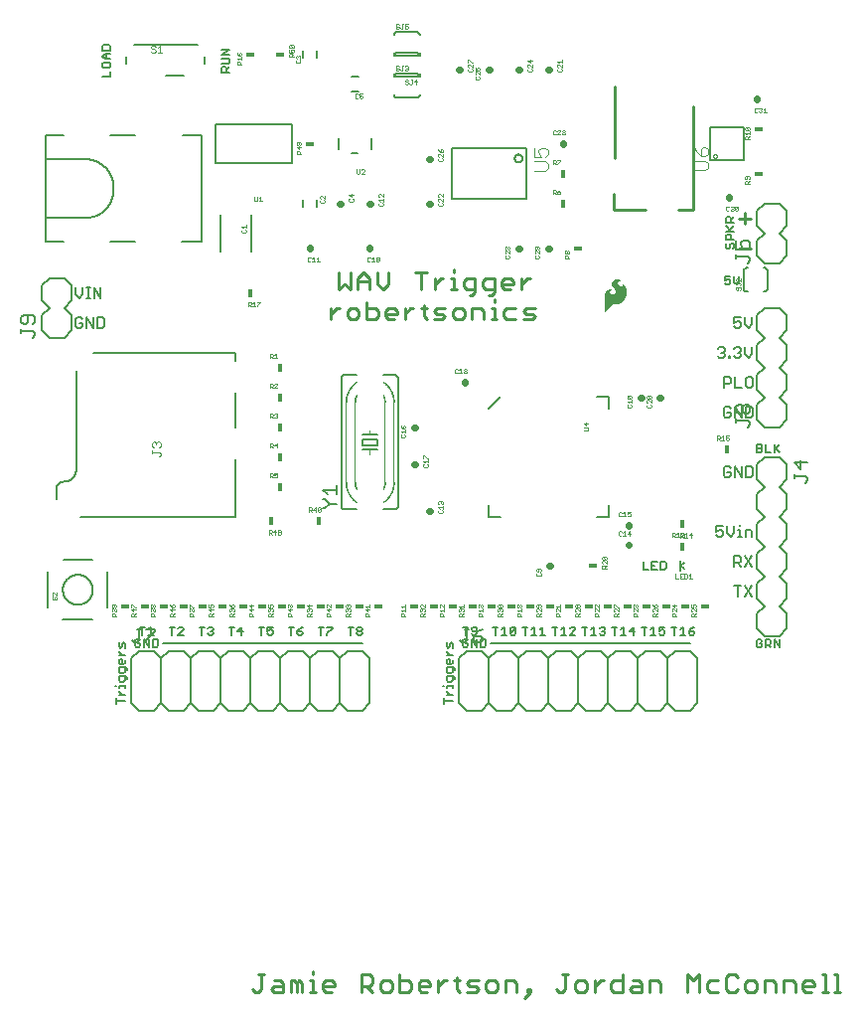
<source format=gbr>
G04 EAGLE Gerber RS-274X export*
G75*
%MOMM*%
%FSLAX34Y34*%
%LPD*%
%INSilkscreen Top*%
%IPPOS*%
%AMOC8*
5,1,8,0,0,1.08239X$1,22.5*%
G01*
%ADD10C,0.279400*%
%ADD11C,0.127000*%
%ADD12C,0.152400*%
%ADD13C,0.203200*%
%ADD14C,0.025400*%
%ADD15C,0.558800*%
%ADD16C,0.005078*%
%ADD17C,0.050800*%
%ADD18R,0.457200X0.762000*%
%ADD19C,0.101600*%
%ADD20R,0.762000X0.457200*%
%ADD21C,0.254000*%
%ADD22C,0.076200*%

G36*
X480070Y338991D02*
X480070Y338991D01*
X480074Y338989D01*
X480144Y339025D01*
X480154Y339030D01*
X480155Y339031D01*
X485027Y344513D01*
X485881Y345295D01*
X486871Y345884D01*
X487222Y346011D01*
X487590Y346076D01*
X489865Y346076D01*
X489870Y346078D01*
X489876Y346076D01*
X491240Y346200D01*
X491250Y346206D01*
X491262Y346204D01*
X492581Y346572D01*
X492589Y346580D01*
X492602Y346581D01*
X493832Y347181D01*
X493839Y347188D01*
X493850Y347191D01*
X495007Y348008D01*
X495012Y348016D01*
X495021Y348019D01*
X496052Y348991D01*
X496055Y348999D01*
X496061Y349001D01*
X496062Y349003D01*
X496064Y349004D01*
X496949Y350111D01*
X496951Y350121D01*
X496960Y350128D01*
X497907Y351809D01*
X497908Y351820D01*
X497916Y351830D01*
X498544Y353654D01*
X498543Y353665D01*
X498550Y353676D01*
X498838Y355583D01*
X498835Y355594D01*
X498840Y355606D01*
X498838Y355658D01*
X498830Y355910D01*
X498826Y356036D01*
X498826Y356037D01*
X498818Y356289D01*
X498810Y356542D01*
X498806Y356668D01*
X498798Y356920D01*
X498787Y357299D01*
X498779Y357534D01*
X498775Y357543D01*
X498777Y357555D01*
X498570Y358594D01*
X498565Y358602D01*
X498565Y358613D01*
X498207Y359610D01*
X498201Y359617D01*
X498200Y359628D01*
X497698Y360562D01*
X497689Y360569D01*
X497686Y360581D01*
X496779Y361718D01*
X496768Y361724D01*
X496761Y361737D01*
X495635Y362658D01*
X495592Y362670D01*
X495551Y362686D01*
X495546Y362684D01*
X495540Y362685D01*
X495502Y362664D01*
X495462Y362645D01*
X495459Y362639D01*
X495455Y362637D01*
X495447Y362608D01*
X495429Y362560D01*
X495429Y361680D01*
X495413Y361560D01*
X495369Y361457D01*
X495095Y361117D01*
X494734Y360869D01*
X494560Y360804D01*
X494022Y360746D01*
X493492Y360844D01*
X493004Y361093D01*
X492102Y361744D01*
X491690Y362098D01*
X491339Y362508D01*
X491056Y362966D01*
X490850Y363460D01*
X490791Y363760D01*
X490803Y364063D01*
X490960Y364582D01*
X491246Y365042D01*
X491641Y365412D01*
X492122Y365667D01*
X492612Y365806D01*
X493123Y365863D01*
X493726Y365863D01*
X493727Y365863D01*
X493749Y365872D01*
X493817Y365901D01*
X493852Y365993D01*
X493848Y366002D01*
X493814Y366078D01*
X493812Y366081D01*
X493811Y366082D01*
X493810Y366083D01*
X493789Y366103D01*
X493782Y366106D01*
X493778Y366114D01*
X493343Y366452D01*
X493328Y366456D01*
X493316Y366468D01*
X492812Y366689D01*
X492811Y366689D01*
X492455Y366841D01*
X492227Y366942D01*
X492217Y366943D01*
X492207Y366949D01*
X491329Y367169D01*
X491320Y367168D01*
X491310Y367172D01*
X490410Y367258D01*
X490400Y367254D01*
X490388Y367258D01*
X489520Y367192D01*
X489509Y367186D01*
X489496Y367187D01*
X488656Y366956D01*
X488646Y366948D01*
X488633Y366947D01*
X487853Y366559D01*
X487846Y366551D01*
X487835Y366548D01*
X487058Y365988D01*
X487054Y365981D01*
X487045Y365977D01*
X486349Y365319D01*
X486344Y365308D01*
X486333Y365300D01*
X485902Y364697D01*
X485899Y364682D01*
X485887Y364669D01*
X485620Y363977D01*
X485620Y363961D01*
X485612Y363946D01*
X485525Y363209D01*
X485530Y363194D01*
X485526Y363177D01*
X485625Y362442D01*
X485633Y362429D01*
X485633Y362412D01*
X485913Y361724D01*
X485922Y361715D01*
X485925Y361701D01*
X487112Y359943D01*
X487120Y359938D01*
X487124Y359927D01*
X488577Y358386D01*
X488947Y357951D01*
X489187Y357448D01*
X489289Y356900D01*
X489246Y356344D01*
X489060Y355819D01*
X488745Y355359D01*
X488320Y354994D01*
X487777Y354701D01*
X487191Y354503D01*
X486581Y354406D01*
X485870Y354441D01*
X485192Y354648D01*
X484586Y355013D01*
X484273Y355341D01*
X484067Y355745D01*
X483974Y356161D01*
X483974Y356589D01*
X484067Y357004D01*
X484139Y357142D01*
X484257Y357256D01*
X485081Y357855D01*
X485214Y357926D01*
X485352Y357954D01*
X485510Y357938D01*
X485553Y357952D01*
X485598Y357963D01*
X485600Y357967D01*
X485604Y357968D01*
X485624Y358009D01*
X485647Y358048D01*
X485646Y358052D01*
X485648Y358056D01*
X485633Y358099D01*
X485620Y358143D01*
X485617Y358145D01*
X485616Y358149D01*
X485578Y358168D01*
X485542Y358189D01*
X485059Y358265D01*
X485054Y358264D01*
X485049Y358266D01*
X484109Y358339D01*
X484100Y358336D01*
X484089Y358339D01*
X483149Y358266D01*
X483139Y358261D01*
X483127Y358262D01*
X482428Y358078D01*
X482418Y358070D01*
X482404Y358069D01*
X481756Y357748D01*
X481748Y357739D01*
X481734Y357735D01*
X481164Y357290D01*
X481158Y357279D01*
X481146Y357273D01*
X480676Y356723D01*
X480672Y356711D01*
X480661Y356702D01*
X480260Y355970D01*
X480259Y355957D01*
X480250Y355946D01*
X480010Y355147D01*
X480011Y355134D01*
X480005Y355121D01*
X479935Y354290D01*
X479937Y354284D01*
X479935Y354279D01*
X479935Y339115D01*
X479937Y339110D01*
X479935Y339106D01*
X479956Y339066D01*
X479973Y339024D01*
X479978Y339023D01*
X479980Y339018D01*
X480023Y339005D01*
X480065Y338989D01*
X480070Y338991D01*
G37*
D10*
X594487Y419106D02*
X604486Y419106D01*
X599487Y414107D02*
X599487Y424106D01*
X594487Y393706D02*
X604486Y393706D01*
D11*
X586871Y369449D02*
X582295Y369449D01*
X582295Y366017D01*
X584583Y367161D01*
X585727Y367161D01*
X586871Y366017D01*
X586871Y363729D01*
X585727Y362585D01*
X583439Y362585D01*
X582295Y363729D01*
X589779Y364873D02*
X589779Y369449D01*
X589779Y364873D02*
X592067Y362585D01*
X594355Y364873D01*
X594355Y369449D01*
X58293Y539658D02*
X51429Y539658D01*
X58293Y539658D02*
X58293Y544234D01*
X51429Y548287D02*
X51429Y550574D01*
X51429Y548287D02*
X52573Y547143D01*
X57149Y547143D01*
X58293Y548287D01*
X58293Y550574D01*
X57149Y551718D01*
X52573Y551718D01*
X51429Y550574D01*
X53717Y554627D02*
X58293Y554627D01*
X53717Y554627D02*
X51429Y556915D01*
X53717Y559203D01*
X58293Y559203D01*
X54861Y559203D02*
X54861Y554627D01*
X51429Y562111D02*
X58293Y562111D01*
X58293Y565543D01*
X57149Y566687D01*
X52573Y566687D01*
X51429Y565543D01*
X51429Y562111D01*
X153029Y543333D02*
X159893Y543333D01*
X153029Y543333D02*
X153029Y546764D01*
X154173Y547908D01*
X156461Y547908D01*
X157605Y546764D01*
X157605Y543333D01*
X157605Y545620D02*
X159893Y547908D01*
X158749Y550817D02*
X153029Y550817D01*
X158749Y550817D02*
X159893Y551961D01*
X159893Y554249D01*
X158749Y555393D01*
X153029Y555393D01*
X153029Y558301D02*
X159893Y558301D01*
X159893Y562877D02*
X153029Y558301D01*
X153029Y562877D02*
X159893Y562877D01*
D12*
X590042Y334525D02*
X595804Y334525D01*
X590042Y334525D02*
X590042Y330204D01*
X592923Y331644D01*
X594364Y331644D01*
X595804Y330204D01*
X595804Y327323D01*
X594364Y325882D01*
X591483Y325882D01*
X590042Y327323D01*
X599397Y328763D02*
X599397Y334525D01*
X599397Y328763D02*
X602278Y325882D01*
X605159Y328763D01*
X605159Y334525D01*
X577513Y309125D02*
X576072Y307685D01*
X577513Y309125D02*
X580394Y309125D01*
X581834Y307685D01*
X581834Y306244D01*
X580394Y304804D01*
X578953Y304804D01*
X580394Y304804D02*
X581834Y303363D01*
X581834Y301923D01*
X580394Y300482D01*
X577513Y300482D01*
X576072Y301923D01*
X585427Y301923D02*
X585427Y300482D01*
X585427Y301923D02*
X586868Y301923D01*
X586868Y300482D01*
X585427Y300482D01*
X590105Y307685D02*
X591545Y309125D01*
X594426Y309125D01*
X595867Y307685D01*
X595867Y306244D01*
X594426Y304804D01*
X592986Y304804D01*
X594426Y304804D02*
X595867Y303363D01*
X595867Y301923D01*
X594426Y300482D01*
X591545Y300482D01*
X590105Y301923D01*
X599460Y303363D02*
X599460Y309125D01*
X599460Y303363D02*
X602341Y300482D01*
X605222Y303363D01*
X605222Y309125D01*
X581152Y283725D02*
X581152Y275082D01*
X581152Y283725D02*
X585474Y283725D01*
X586914Y282285D01*
X586914Y279404D01*
X585474Y277963D01*
X581152Y277963D01*
X590507Y275082D02*
X590507Y283725D01*
X590507Y275082D02*
X596269Y275082D01*
X601303Y283725D02*
X604184Y283725D01*
X601303Y283725D02*
X599862Y282285D01*
X599862Y276523D01*
X601303Y275082D01*
X604184Y275082D01*
X605625Y276523D01*
X605625Y282285D01*
X604184Y283725D01*
X585474Y258325D02*
X586914Y256885D01*
X585474Y258325D02*
X582593Y258325D01*
X581152Y256885D01*
X581152Y251123D01*
X582593Y249682D01*
X585474Y249682D01*
X586914Y251123D01*
X586914Y254004D01*
X584033Y254004D01*
X590507Y258325D02*
X590507Y249682D01*
X596269Y249682D02*
X590507Y258325D01*
X596269Y258325D02*
X596269Y249682D01*
X599862Y249682D02*
X599862Y258325D01*
X599862Y249682D02*
X604184Y249682D01*
X605625Y251123D01*
X605625Y256885D01*
X604184Y258325D01*
X599862Y258325D01*
X585474Y207525D02*
X586914Y206085D01*
X585474Y207525D02*
X582593Y207525D01*
X581152Y206085D01*
X581152Y200323D01*
X582593Y198882D01*
X585474Y198882D01*
X586914Y200323D01*
X586914Y203204D01*
X584033Y203204D01*
X590507Y207525D02*
X590507Y198882D01*
X596269Y198882D02*
X590507Y207525D01*
X596269Y207525D02*
X596269Y198882D01*
X599862Y198882D02*
X599862Y207525D01*
X599862Y198882D02*
X604184Y198882D01*
X605625Y200323D01*
X605625Y206085D01*
X604184Y207525D01*
X599862Y207525D01*
X580564Y156725D02*
X574802Y156725D01*
X574802Y152404D01*
X577683Y153844D01*
X579124Y153844D01*
X580564Y152404D01*
X580564Y149523D01*
X579124Y148082D01*
X576243Y148082D01*
X574802Y149523D01*
X584157Y150963D02*
X584157Y156725D01*
X584157Y150963D02*
X587038Y148082D01*
X589919Y150963D01*
X589919Y156725D01*
X593512Y153844D02*
X594953Y153844D01*
X594953Y148082D01*
X593512Y148082D02*
X596394Y148082D01*
X594953Y156725D02*
X594953Y158166D01*
X599749Y153844D02*
X599749Y148082D01*
X599749Y153844D02*
X604071Y153844D01*
X605511Y152404D01*
X605511Y148082D01*
X590042Y131325D02*
X590042Y122682D01*
X590042Y131325D02*
X594364Y131325D01*
X595804Y129885D01*
X595804Y127004D01*
X594364Y125563D01*
X590042Y125563D01*
X592923Y125563D02*
X595804Y122682D01*
X605159Y122682D02*
X599397Y131325D01*
X605159Y131325D02*
X599397Y122682D01*
X592923Y105925D02*
X592923Y97282D01*
X590042Y105925D02*
X595804Y105925D01*
X599397Y105925D02*
X605159Y97282D01*
X599397Y97282D02*
X605159Y105925D01*
D11*
X83951Y59695D02*
X82807Y60839D01*
X80519Y60839D01*
X79375Y59695D01*
X79375Y55119D01*
X80519Y53975D01*
X82807Y53975D01*
X83951Y55119D01*
X83951Y57407D01*
X81663Y57407D01*
X86859Y53975D02*
X86859Y60839D01*
X91435Y53975D01*
X91435Y60839D01*
X94343Y60839D02*
X94343Y53975D01*
X97775Y53975D01*
X98919Y55119D01*
X98919Y59695D01*
X97775Y60839D01*
X94343Y60839D01*
D13*
X102870Y57150D02*
X273050Y57150D01*
D11*
X85473Y64135D02*
X85473Y70999D01*
X83185Y70999D02*
X87761Y70999D01*
X90669Y68711D02*
X92957Y70999D01*
X92957Y64135D01*
X90669Y64135D02*
X95245Y64135D01*
X110873Y64135D02*
X110873Y70999D01*
X108585Y70999D02*
X113161Y70999D01*
X116069Y64135D02*
X120645Y64135D01*
X116069Y64135D02*
X120645Y68711D01*
X120645Y69855D01*
X119501Y70999D01*
X117213Y70999D01*
X116069Y69855D01*
X136273Y70999D02*
X136273Y64135D01*
X133985Y70999D02*
X138561Y70999D01*
X141469Y69855D02*
X142613Y70999D01*
X144901Y70999D01*
X146045Y69855D01*
X146045Y68711D01*
X144901Y67567D01*
X143757Y67567D01*
X144901Y67567D02*
X146045Y66423D01*
X146045Y65279D01*
X144901Y64135D01*
X142613Y64135D01*
X141469Y65279D01*
X161673Y64135D02*
X161673Y70999D01*
X159385Y70999D02*
X163961Y70999D01*
X170301Y70999D02*
X170301Y64135D01*
X166869Y67567D02*
X170301Y70999D01*
X171445Y67567D02*
X166869Y67567D01*
X187073Y64135D02*
X187073Y70999D01*
X184785Y70999D02*
X189361Y70999D01*
X192269Y70999D02*
X196845Y70999D01*
X192269Y70999D02*
X192269Y67567D01*
X194557Y68711D01*
X195701Y68711D01*
X196845Y67567D01*
X196845Y65279D01*
X195701Y64135D01*
X193413Y64135D01*
X192269Y65279D01*
X212473Y64135D02*
X212473Y70999D01*
X210185Y70999D02*
X214761Y70999D01*
X219957Y69855D02*
X222245Y70999D01*
X219957Y69855D02*
X217669Y67567D01*
X217669Y65279D01*
X218813Y64135D01*
X221101Y64135D01*
X222245Y65279D01*
X222245Y66423D01*
X221101Y67567D01*
X217669Y67567D01*
X237873Y64135D02*
X237873Y70999D01*
X235585Y70999D02*
X240161Y70999D01*
X243069Y70999D02*
X247645Y70999D01*
X247645Y69855D01*
X243069Y65279D01*
X243069Y64135D01*
X263273Y64135D02*
X263273Y70999D01*
X260985Y70999D02*
X265561Y70999D01*
X268469Y69855D02*
X269613Y70999D01*
X271901Y70999D01*
X273045Y69855D01*
X273045Y68711D01*
X271901Y67567D01*
X273045Y66423D01*
X273045Y65279D01*
X271901Y64135D01*
X269613Y64135D01*
X268469Y65279D01*
X268469Y66423D01*
X269613Y67567D01*
X268469Y68711D01*
X268469Y69855D01*
X269613Y67567D02*
X271901Y67567D01*
X362207Y60839D02*
X363351Y59695D01*
X362207Y60839D02*
X359919Y60839D01*
X358775Y59695D01*
X358775Y55119D01*
X359919Y53975D01*
X362207Y53975D01*
X363351Y55119D01*
X363351Y57407D01*
X361063Y57407D01*
X366259Y53975D02*
X366259Y60839D01*
X370835Y53975D01*
X370835Y60839D01*
X373743Y60839D02*
X373743Y53975D01*
X377175Y53975D01*
X378319Y55119D01*
X378319Y59695D01*
X377175Y60839D01*
X373743Y60839D01*
D13*
X382270Y57150D02*
X552450Y57150D01*
D11*
X361063Y64135D02*
X361063Y70999D01*
X358775Y70999D02*
X363351Y70999D01*
X366259Y65279D02*
X367403Y64135D01*
X369691Y64135D01*
X370835Y65279D01*
X370835Y69855D01*
X369691Y70999D01*
X367403Y70999D01*
X366259Y69855D01*
X366259Y68711D01*
X367403Y67567D01*
X370835Y67567D01*
X386463Y64135D02*
X386463Y70999D01*
X384175Y70999D02*
X388751Y70999D01*
X391659Y68711D02*
X393947Y70999D01*
X393947Y64135D01*
X391659Y64135D02*
X396235Y64135D01*
X399143Y65279D02*
X399143Y69855D01*
X400287Y70999D01*
X402575Y70999D01*
X403719Y69855D01*
X403719Y65279D01*
X402575Y64135D01*
X400287Y64135D01*
X399143Y65279D01*
X403719Y69855D01*
X411863Y70999D02*
X411863Y64135D01*
X409575Y70999D02*
X414151Y70999D01*
X417059Y68711D02*
X419347Y70999D01*
X419347Y64135D01*
X417059Y64135D02*
X421635Y64135D01*
X424543Y68711D02*
X426831Y70999D01*
X426831Y64135D01*
X424543Y64135D02*
X429119Y64135D01*
X437263Y64135D02*
X437263Y70999D01*
X434975Y70999D02*
X439551Y70999D01*
X442459Y68711D02*
X444747Y70999D01*
X444747Y64135D01*
X442459Y64135D02*
X447035Y64135D01*
X449943Y64135D02*
X454519Y64135D01*
X449943Y64135D02*
X454519Y68711D01*
X454519Y69855D01*
X453375Y70999D01*
X451087Y70999D01*
X449943Y69855D01*
X462663Y70999D02*
X462663Y64135D01*
X460375Y70999D02*
X464951Y70999D01*
X467859Y68711D02*
X470147Y70999D01*
X470147Y64135D01*
X467859Y64135D02*
X472435Y64135D01*
X475343Y69855D02*
X476487Y70999D01*
X478775Y70999D01*
X479919Y69855D01*
X479919Y68711D01*
X478775Y67567D01*
X477631Y67567D01*
X478775Y67567D02*
X479919Y66423D01*
X479919Y65279D01*
X478775Y64135D01*
X476487Y64135D01*
X475343Y65279D01*
X488063Y64135D02*
X488063Y70999D01*
X485775Y70999D02*
X490351Y70999D01*
X493259Y68711D02*
X495547Y70999D01*
X495547Y64135D01*
X493259Y64135D02*
X497835Y64135D01*
X504175Y64135D02*
X504175Y70999D01*
X500743Y67567D01*
X505319Y67567D01*
X513463Y64135D02*
X513463Y70999D01*
X511175Y70999D02*
X515751Y70999D01*
X518659Y68711D02*
X520947Y70999D01*
X520947Y64135D01*
X518659Y64135D02*
X523235Y64135D01*
X526143Y70999D02*
X530719Y70999D01*
X526143Y70999D02*
X526143Y67567D01*
X528431Y68711D01*
X529575Y68711D01*
X530719Y67567D01*
X530719Y65279D01*
X529575Y64135D01*
X527287Y64135D01*
X526143Y65279D01*
X538863Y64135D02*
X538863Y70999D01*
X536575Y70999D02*
X541151Y70999D01*
X544059Y68711D02*
X546347Y70999D01*
X546347Y64135D01*
X544059Y64135D02*
X548635Y64135D01*
X553831Y69855D02*
X556119Y70999D01*
X553831Y69855D02*
X551543Y67567D01*
X551543Y65279D01*
X552687Y64135D01*
X554975Y64135D01*
X556119Y65279D01*
X556119Y66423D01*
X554975Y67567D01*
X551543Y67567D01*
X349885Y8003D02*
X343021Y8003D01*
X343021Y5715D02*
X343021Y10291D01*
X345309Y13199D02*
X349885Y13199D01*
X347597Y13199D02*
X345309Y15487D01*
X345309Y16631D01*
X345309Y19436D02*
X345309Y20580D01*
X349885Y20580D01*
X349885Y19436D02*
X349885Y21724D01*
X343021Y20580D02*
X341877Y20580D01*
X352173Y26713D02*
X352173Y27857D01*
X351029Y29001D01*
X345309Y29001D01*
X345309Y25569D01*
X346453Y24425D01*
X348741Y24425D01*
X349885Y25569D01*
X349885Y29001D01*
X352173Y34197D02*
X352173Y35341D01*
X351029Y36485D01*
X345309Y36485D01*
X345309Y33054D01*
X346453Y31910D01*
X348741Y31910D01*
X349885Y33054D01*
X349885Y36485D01*
X349885Y40538D02*
X349885Y42826D01*
X349885Y40538D02*
X348741Y39394D01*
X346453Y39394D01*
X345309Y40538D01*
X345309Y42826D01*
X346453Y43970D01*
X347597Y43970D01*
X347597Y39394D01*
X349885Y46878D02*
X345309Y46878D01*
X347597Y46878D02*
X345309Y49166D01*
X345309Y50310D01*
X349885Y53115D02*
X349885Y56547D01*
X348741Y57691D01*
X347597Y56547D01*
X347597Y54259D01*
X346453Y53115D01*
X345309Y54259D01*
X345309Y57691D01*
X70485Y8003D02*
X63621Y8003D01*
X63621Y5715D02*
X63621Y10291D01*
X65909Y13199D02*
X70485Y13199D01*
X68197Y13199D02*
X65909Y15487D01*
X65909Y16631D01*
X65909Y19436D02*
X65909Y20580D01*
X70485Y20580D01*
X70485Y19436D02*
X70485Y21724D01*
X63621Y20580D02*
X62477Y20580D01*
X72773Y26713D02*
X72773Y27857D01*
X71629Y29001D01*
X65909Y29001D01*
X65909Y25569D01*
X67053Y24425D01*
X69341Y24425D01*
X70485Y25569D01*
X70485Y29001D01*
X72773Y34197D02*
X72773Y35341D01*
X71629Y36485D01*
X65909Y36485D01*
X65909Y33054D01*
X67053Y31910D01*
X69341Y31910D01*
X70485Y33054D01*
X70485Y36485D01*
X70485Y40538D02*
X70485Y42826D01*
X70485Y40538D02*
X69341Y39394D01*
X67053Y39394D01*
X65909Y40538D01*
X65909Y42826D01*
X67053Y43970D01*
X68197Y43970D01*
X68197Y39394D01*
X70485Y46878D02*
X65909Y46878D01*
X68197Y46878D02*
X65909Y49166D01*
X65909Y50310D01*
X70485Y53115D02*
X70485Y56547D01*
X69341Y57691D01*
X68197Y56547D01*
X68197Y54259D01*
X67053Y53115D01*
X65909Y54259D01*
X65909Y57691D01*
D10*
X252857Y358267D02*
X252857Y373266D01*
X257857Y363267D02*
X252857Y358267D01*
X257857Y363267D02*
X262856Y358267D01*
X262856Y373266D01*
X269229Y368266D02*
X269229Y358267D01*
X269229Y368266D02*
X274228Y373266D01*
X279228Y368266D01*
X279228Y358267D01*
X279228Y365766D02*
X269229Y365766D01*
X285600Y363267D02*
X285600Y373266D01*
X285600Y363267D02*
X290600Y358267D01*
X295599Y363267D01*
X295599Y373266D01*
X323343Y373266D02*
X323343Y358267D01*
X318343Y373266D02*
X328342Y373266D01*
X334715Y368266D02*
X334715Y358267D01*
X334715Y363267D02*
X339714Y368266D01*
X342214Y368266D01*
X348358Y368266D02*
X350858Y368266D01*
X350858Y358267D01*
X353357Y358267D02*
X348358Y358267D01*
X350858Y373266D02*
X350858Y375766D01*
X364272Y353267D02*
X366772Y353267D01*
X369271Y355767D01*
X369271Y368266D01*
X361772Y368266D01*
X359272Y365766D01*
X359272Y360767D01*
X361772Y358267D01*
X369271Y358267D01*
X380643Y353267D02*
X383143Y353267D01*
X385643Y355767D01*
X385643Y368266D01*
X378144Y368266D01*
X375644Y365766D01*
X375644Y360767D01*
X378144Y358267D01*
X385643Y358267D01*
X394515Y358267D02*
X399515Y358267D01*
X394515Y358267D02*
X392015Y360767D01*
X392015Y365766D01*
X394515Y368266D01*
X399515Y368266D01*
X402014Y365766D01*
X402014Y363267D01*
X392015Y363267D01*
X408387Y358267D02*
X408387Y368266D01*
X408387Y363267D02*
X413386Y368266D01*
X415886Y368266D01*
X246507Y342866D02*
X246507Y332867D01*
X246507Y337867D02*
X251507Y342866D01*
X254006Y342866D01*
X262650Y332867D02*
X267649Y332867D01*
X270149Y335367D01*
X270149Y340366D01*
X267649Y342866D01*
X262650Y342866D01*
X260150Y340366D01*
X260150Y335367D01*
X262650Y332867D01*
X276522Y332867D02*
X276522Y347866D01*
X276522Y332867D02*
X284021Y332867D01*
X286521Y335367D01*
X286521Y340366D01*
X284021Y342866D01*
X276522Y342866D01*
X295393Y332867D02*
X300393Y332867D01*
X295393Y332867D02*
X292893Y335367D01*
X292893Y340366D01*
X295393Y342866D01*
X300393Y342866D01*
X302892Y340366D01*
X302892Y337867D01*
X292893Y337867D01*
X309265Y332867D02*
X309265Y342866D01*
X309265Y337867D02*
X314264Y342866D01*
X316764Y342866D01*
X325407Y345366D02*
X325407Y335367D01*
X327907Y332867D01*
X327907Y342866D02*
X322908Y342866D01*
X333822Y332867D02*
X341321Y332867D01*
X343821Y335367D01*
X341321Y337867D01*
X336322Y337867D01*
X333822Y340366D01*
X336322Y342866D01*
X343821Y342866D01*
X352693Y332867D02*
X357693Y332867D01*
X360193Y335367D01*
X360193Y340366D01*
X357693Y342866D01*
X352693Y342866D01*
X350194Y340366D01*
X350194Y335367D01*
X352693Y332867D01*
X366565Y332867D02*
X366565Y342866D01*
X374065Y342866D01*
X376564Y340366D01*
X376564Y332867D01*
X382937Y342866D02*
X385436Y342866D01*
X385436Y332867D01*
X382937Y332867D02*
X387936Y332867D01*
X385436Y347866D02*
X385436Y350366D01*
X396351Y342866D02*
X403850Y342866D01*
X396351Y342866D02*
X393851Y340366D01*
X393851Y335367D01*
X396351Y332867D01*
X403850Y332867D01*
X410223Y332867D02*
X417722Y332867D01*
X420222Y335367D01*
X417722Y337867D01*
X412722Y337867D01*
X410223Y340366D01*
X412722Y342866D01*
X420222Y342866D01*
X179197Y-237403D02*
X181697Y-239903D01*
X184197Y-239903D01*
X186696Y-237403D01*
X186696Y-224904D01*
X184197Y-224904D02*
X189196Y-224904D01*
X198068Y-229904D02*
X203068Y-229904D01*
X205568Y-232404D01*
X205568Y-239903D01*
X198068Y-239903D01*
X195569Y-237403D01*
X198068Y-234903D01*
X205568Y-234903D01*
X211940Y-229904D02*
X211940Y-239903D01*
X211940Y-229904D02*
X214440Y-229904D01*
X216940Y-232404D01*
X216940Y-239903D01*
X216940Y-232404D02*
X219440Y-229904D01*
X221939Y-232404D01*
X221939Y-239903D01*
X228312Y-229904D02*
X230811Y-229904D01*
X230811Y-239903D01*
X228312Y-239903D02*
X233311Y-239903D01*
X230811Y-224904D02*
X230811Y-222404D01*
X241726Y-239903D02*
X246725Y-239903D01*
X241726Y-239903D02*
X239226Y-237403D01*
X239226Y-232404D01*
X241726Y-229904D01*
X246725Y-229904D01*
X249225Y-232404D01*
X249225Y-234903D01*
X239226Y-234903D01*
X271969Y-239903D02*
X271969Y-224904D01*
X279469Y-224904D01*
X281968Y-227404D01*
X281968Y-232404D01*
X279469Y-234903D01*
X271969Y-234903D01*
X276969Y-234903D02*
X281968Y-239903D01*
X290841Y-239903D02*
X295840Y-239903D01*
X298340Y-237403D01*
X298340Y-232404D01*
X295840Y-229904D01*
X290841Y-229904D01*
X288341Y-232404D01*
X288341Y-237403D01*
X290841Y-239903D01*
X304712Y-239903D02*
X304712Y-224904D01*
X304712Y-239903D02*
X312212Y-239903D01*
X314712Y-237403D01*
X314712Y-232404D01*
X312212Y-229904D01*
X304712Y-229904D01*
X323584Y-239903D02*
X328583Y-239903D01*
X323584Y-239903D02*
X321084Y-237403D01*
X321084Y-232404D01*
X323584Y-229904D01*
X328583Y-229904D01*
X331083Y-232404D01*
X331083Y-234903D01*
X321084Y-234903D01*
X337455Y-239903D02*
X337455Y-229904D01*
X337455Y-234903D02*
X342455Y-229904D01*
X344955Y-229904D01*
X353598Y-227404D02*
X353598Y-237403D01*
X356098Y-239903D01*
X356098Y-229904D02*
X351098Y-229904D01*
X362013Y-239903D02*
X369512Y-239903D01*
X372012Y-237403D01*
X369512Y-234903D01*
X364513Y-234903D01*
X362013Y-232404D01*
X364513Y-229904D01*
X372012Y-229904D01*
X380884Y-239903D02*
X385884Y-239903D01*
X388384Y-237403D01*
X388384Y-232404D01*
X385884Y-229904D01*
X380884Y-229904D01*
X378384Y-232404D01*
X378384Y-237403D01*
X380884Y-239903D01*
X394756Y-239903D02*
X394756Y-229904D01*
X402255Y-229904D01*
X404755Y-232404D01*
X404755Y-239903D01*
X411127Y-244903D02*
X416127Y-239903D01*
X416127Y-237403D01*
X413627Y-237403D01*
X413627Y-239903D01*
X416127Y-239903D01*
X438413Y-237403D02*
X440913Y-239903D01*
X443413Y-239903D01*
X445913Y-237403D01*
X445913Y-224904D01*
X443413Y-224904D02*
X448413Y-224904D01*
X457285Y-239903D02*
X462284Y-239903D01*
X464784Y-237403D01*
X464784Y-232404D01*
X462284Y-229904D01*
X457285Y-229904D01*
X454785Y-232404D01*
X454785Y-237403D01*
X457285Y-239903D01*
X471157Y-239903D02*
X471157Y-229904D01*
X471157Y-234903D02*
X476156Y-229904D01*
X478656Y-229904D01*
X494799Y-224904D02*
X494799Y-239903D01*
X487299Y-239903D01*
X484800Y-237403D01*
X484800Y-232404D01*
X487299Y-229904D01*
X494799Y-229904D01*
X503671Y-229904D02*
X508670Y-229904D01*
X511170Y-232404D01*
X511170Y-239903D01*
X503671Y-239903D01*
X501171Y-237403D01*
X503671Y-234903D01*
X511170Y-234903D01*
X517543Y-229904D02*
X517543Y-239903D01*
X517543Y-229904D02*
X525042Y-229904D01*
X527542Y-232404D01*
X527542Y-239903D01*
X550286Y-239903D02*
X550286Y-224904D01*
X555285Y-229904D01*
X560285Y-224904D01*
X560285Y-239903D01*
X569157Y-229904D02*
X576657Y-229904D01*
X569157Y-229904D02*
X566657Y-232404D01*
X566657Y-237403D01*
X569157Y-239903D01*
X576657Y-239903D01*
X590528Y-224904D02*
X593028Y-227404D01*
X590528Y-224904D02*
X585529Y-224904D01*
X583029Y-227404D01*
X583029Y-237403D01*
X585529Y-239903D01*
X590528Y-239903D01*
X593028Y-237403D01*
X601900Y-239903D02*
X606900Y-239903D01*
X609400Y-237403D01*
X609400Y-232404D01*
X606900Y-229904D01*
X601900Y-229904D01*
X599400Y-232404D01*
X599400Y-237403D01*
X601900Y-239903D01*
X615772Y-239903D02*
X615772Y-229904D01*
X623271Y-229904D01*
X625771Y-232404D01*
X625771Y-239903D01*
X632144Y-239903D02*
X632144Y-229904D01*
X639643Y-229904D01*
X642143Y-232404D01*
X642143Y-239903D01*
X651015Y-239903D02*
X656015Y-239903D01*
X651015Y-239903D02*
X648515Y-237403D01*
X648515Y-232404D01*
X651015Y-229904D01*
X656015Y-229904D01*
X658514Y-232404D01*
X658514Y-234903D01*
X648515Y-234903D01*
X664887Y-224904D02*
X667386Y-224904D01*
X667386Y-239903D01*
X664887Y-239903D02*
X669886Y-239903D01*
X675801Y-224904D02*
X678301Y-224904D01*
X678301Y-239903D01*
X675801Y-239903D02*
X680801Y-239903D01*
D11*
X512445Y120015D02*
X512445Y126879D01*
X512445Y120015D02*
X517021Y120015D01*
X519929Y126879D02*
X524505Y126879D01*
X519929Y126879D02*
X519929Y120015D01*
X524505Y120015D01*
X522217Y123447D02*
X519929Y123447D01*
X527413Y126879D02*
X527413Y120015D01*
X530845Y120015D01*
X531989Y121159D01*
X531989Y125735D01*
X530845Y126879D01*
X527413Y126879D01*
X583051Y396497D02*
X584195Y397641D01*
X583051Y396497D02*
X583051Y394209D01*
X584195Y393065D01*
X585339Y393065D01*
X586483Y394209D01*
X586483Y396497D01*
X587627Y397641D01*
X588771Y397641D01*
X589915Y396497D01*
X589915Y394209D01*
X588771Y393065D01*
X589915Y400549D02*
X583051Y400549D01*
X583051Y403981D01*
X584195Y405125D01*
X586483Y405125D01*
X587627Y403981D01*
X587627Y400549D01*
X589915Y408033D02*
X583051Y408033D01*
X587627Y408033D02*
X583051Y412609D01*
X586483Y409177D02*
X589915Y412609D01*
X589915Y415517D02*
X583051Y415517D01*
X583051Y418949D01*
X584195Y420093D01*
X586483Y420093D01*
X587627Y418949D01*
X587627Y415517D01*
X587627Y417805D02*
X589915Y420093D01*
X609373Y226701D02*
X609373Y219837D01*
X609373Y226701D02*
X612804Y226701D01*
X613948Y225557D01*
X613948Y224413D01*
X612804Y223269D01*
X613948Y222125D01*
X613948Y220981D01*
X612804Y219837D01*
X609373Y219837D01*
X609373Y223269D02*
X612804Y223269D01*
X616857Y226701D02*
X616857Y219837D01*
X621433Y219837D01*
X624341Y219837D02*
X624341Y226701D01*
X624341Y222125D02*
X628917Y226701D01*
X625485Y223269D02*
X628917Y219837D01*
X612804Y60331D02*
X613948Y59187D01*
X612804Y60331D02*
X610517Y60331D01*
X609373Y59187D01*
X609373Y54611D01*
X610517Y53467D01*
X612804Y53467D01*
X613948Y54611D01*
X613948Y56899D01*
X611660Y56899D01*
X616857Y53467D02*
X616857Y60331D01*
X620289Y60331D01*
X621433Y59187D01*
X621433Y56899D01*
X620289Y55755D01*
X616857Y55755D01*
X619145Y55755D02*
X621433Y53467D01*
X624341Y53467D02*
X624341Y60331D01*
X628917Y53467D01*
X628917Y60331D01*
D12*
X34464Y333085D02*
X33024Y334525D01*
X30143Y334525D01*
X28702Y333085D01*
X28702Y327323D01*
X30143Y325882D01*
X33024Y325882D01*
X34464Y327323D01*
X34464Y330204D01*
X31583Y330204D01*
X38057Y334525D02*
X38057Y325882D01*
X43819Y325882D02*
X38057Y334525D01*
X43819Y334525D02*
X43819Y325882D01*
X47412Y325882D02*
X47412Y334525D01*
X47412Y325882D02*
X51734Y325882D01*
X53175Y327323D01*
X53175Y333085D01*
X51734Y334525D01*
X47412Y334525D01*
X28702Y354163D02*
X28702Y359925D01*
X28702Y354163D02*
X31583Y351282D01*
X34464Y354163D01*
X34464Y359925D01*
X38057Y351282D02*
X40938Y351282D01*
X39498Y351282D02*
X39498Y359925D01*
X40938Y359925D02*
X38057Y359925D01*
X44294Y359925D02*
X44294Y351282D01*
X50056Y351282D02*
X44294Y359925D01*
X50056Y359925D02*
X50056Y351282D01*
D13*
X136100Y399500D02*
X136100Y489500D01*
X3100Y489500D02*
X3100Y469500D01*
X3100Y419500D01*
X3100Y399500D01*
X3100Y469500D02*
X38100Y469500D01*
X38678Y469467D01*
X39255Y469420D01*
X39831Y469360D01*
X40405Y469285D01*
X40977Y469197D01*
X41546Y469094D01*
X42114Y468978D01*
X42678Y468849D01*
X43239Y468705D01*
X43796Y468549D01*
X44349Y468378D01*
X44898Y468195D01*
X45442Y467998D01*
X45982Y467788D01*
X46516Y467566D01*
X47045Y467330D01*
X47568Y467082D01*
X48085Y466821D01*
X48595Y466547D01*
X49098Y466262D01*
X49595Y465964D01*
X50084Y465655D01*
X50565Y465333D01*
X51039Y465000D01*
X51504Y464656D01*
X51961Y464301D01*
X52410Y463935D01*
X52849Y463558D01*
X53279Y463170D01*
X53699Y462772D01*
X54110Y462365D01*
X54511Y461947D01*
X54902Y461520D01*
X55282Y461083D01*
X55651Y460638D01*
X56010Y460183D01*
X56358Y459720D01*
X56694Y459249D01*
X57019Y458770D01*
X57332Y458283D01*
X57633Y457789D01*
X57922Y457288D01*
X58199Y456779D01*
X58464Y456264D01*
X58716Y455743D01*
X58956Y455216D01*
X59182Y454684D01*
X59396Y454146D01*
X59597Y453603D01*
X59784Y453055D01*
X59959Y452503D01*
X60120Y451947D01*
X60267Y451387D01*
X60401Y450824D01*
X60521Y450258D01*
X60627Y449689D01*
X60720Y449118D01*
X60799Y448544D01*
X60864Y447969D01*
X60915Y447392D01*
X60952Y446815D01*
X60975Y446236D01*
X60984Y445657D01*
X60979Y445079D01*
X60960Y444500D01*
X60979Y443921D01*
X60984Y443343D01*
X60975Y442764D01*
X60952Y442185D01*
X60915Y441608D01*
X60864Y441031D01*
X60799Y440456D01*
X60720Y439882D01*
X60627Y439311D01*
X60521Y438742D01*
X60401Y438176D01*
X60267Y437613D01*
X60120Y437053D01*
X59959Y436497D01*
X59784Y435945D01*
X59597Y435397D01*
X59396Y434854D01*
X59182Y434316D01*
X58956Y433784D01*
X58716Y433257D01*
X58464Y432736D01*
X58199Y432221D01*
X57922Y431712D01*
X57633Y431211D01*
X57332Y430717D01*
X57019Y430230D01*
X56694Y429751D01*
X56358Y429280D01*
X56010Y428817D01*
X55651Y428362D01*
X55282Y427917D01*
X54902Y427480D01*
X54511Y427053D01*
X54110Y426635D01*
X53699Y426228D01*
X53279Y425830D01*
X52849Y425442D01*
X52410Y425065D01*
X51961Y424699D01*
X51504Y424344D01*
X51039Y424000D01*
X50565Y423667D01*
X50084Y423345D01*
X49595Y423036D01*
X49098Y422738D01*
X48595Y422453D01*
X48085Y422179D01*
X47568Y421918D01*
X47045Y421670D01*
X46516Y421434D01*
X45982Y421212D01*
X45442Y421002D01*
X44898Y420805D01*
X44349Y420622D01*
X43796Y420451D01*
X43239Y420295D01*
X42678Y420151D01*
X42114Y420022D01*
X41546Y419906D01*
X40977Y419803D01*
X40405Y419715D01*
X39831Y419640D01*
X39255Y419580D01*
X38678Y419533D01*
X38100Y419500D01*
X3100Y419500D01*
X3100Y489500D02*
X18100Y489500D01*
X58100Y489500D02*
X79100Y489500D01*
X120100Y489500D02*
X136100Y489500D01*
X136100Y399500D02*
X119100Y399500D01*
X79100Y399500D02*
X58100Y399500D01*
X18100Y399500D02*
X3100Y399500D01*
X472800Y266900D02*
X482800Y266900D01*
X482800Y256900D01*
X482800Y174900D02*
X482800Y164900D01*
X472800Y164900D01*
X380800Y256900D02*
X390800Y266900D01*
X380800Y174900D02*
X380800Y164900D01*
X390800Y164900D01*
D14*
X461924Y238543D02*
X465101Y238543D01*
X465737Y239178D01*
X465737Y240449D01*
X465101Y241085D01*
X461924Y241085D01*
X461924Y244192D02*
X465737Y244192D01*
X463830Y242285D02*
X461924Y244192D01*
X463830Y244827D02*
X463830Y242285D01*
D12*
X234600Y428800D02*
X234600Y434800D01*
X222600Y434800D02*
X222600Y428800D01*
D14*
X236979Y433969D02*
X237614Y434605D01*
X236979Y433969D02*
X236979Y432698D01*
X237614Y432063D01*
X240156Y432063D01*
X240792Y432698D01*
X240792Y433969D01*
X240156Y434605D01*
X240792Y435805D02*
X240792Y438347D01*
X240792Y435805D02*
X238250Y438347D01*
X237614Y438347D01*
X236979Y437712D01*
X236979Y436440D01*
X237614Y435805D01*
D13*
X252476Y478306D02*
X252476Y486894D01*
X280924Y486894D02*
X280924Y478306D01*
X269384Y474496D02*
X264016Y474496D01*
D14*
X268233Y460886D02*
X268233Y457709D01*
X268868Y457073D01*
X270139Y457073D01*
X270775Y457709D01*
X270775Y460886D01*
X271975Y457073D02*
X274517Y457073D01*
X271975Y457073D02*
X274517Y459615D01*
X274517Y460251D01*
X273882Y460886D01*
X272610Y460886D01*
X271975Y460251D01*
D12*
X222600Y555800D02*
X222600Y561800D01*
X234600Y561800D02*
X234600Y555800D01*
D14*
X217040Y553849D02*
X216405Y553214D01*
X216405Y551943D01*
X217040Y551307D01*
X219582Y551307D01*
X220218Y551943D01*
X220218Y553214D01*
X219582Y553849D01*
X217040Y555049D02*
X216405Y555685D01*
X216405Y556956D01*
X217040Y557591D01*
X217676Y557591D01*
X218311Y556956D01*
X218311Y556320D01*
X218311Y556956D02*
X218947Y557591D01*
X219582Y557591D01*
X220218Y556956D01*
X220218Y555685D01*
X219582Y555049D01*
D15*
X253695Y431800D02*
X254305Y431800D01*
D14*
X261744Y435239D02*
X262379Y435875D01*
X261744Y435239D02*
X261744Y433968D01*
X262379Y433333D01*
X264921Y433333D01*
X265557Y433968D01*
X265557Y435239D01*
X264921Y435875D01*
X265557Y438982D02*
X261744Y438982D01*
X263650Y437075D01*
X263650Y439617D01*
D12*
X263700Y527400D02*
X269700Y527400D01*
X269700Y539400D02*
X263700Y539400D01*
D14*
X268869Y525021D02*
X269505Y524386D01*
X268869Y525021D02*
X267598Y525021D01*
X266963Y524386D01*
X266963Y521844D01*
X267598Y521208D01*
X268869Y521208D01*
X269505Y521844D01*
X270705Y525021D02*
X273247Y525021D01*
X270705Y525021D02*
X270705Y523115D01*
X271976Y523750D01*
X272612Y523750D01*
X273247Y523115D01*
X273247Y521844D01*
X272612Y521208D01*
X271340Y521208D01*
X270705Y521844D01*
D13*
X178100Y422400D02*
X178100Y390400D01*
X152100Y390400D02*
X152100Y422400D01*
D14*
X170224Y408949D02*
X170859Y409585D01*
X170224Y408949D02*
X170224Y407678D01*
X170859Y407043D01*
X173401Y407043D01*
X174037Y407678D01*
X174037Y408949D01*
X173401Y409585D01*
X171495Y410785D02*
X170224Y412056D01*
X174037Y412056D01*
X174037Y410785D02*
X174037Y413327D01*
D15*
X432765Y123190D02*
X433375Y123190D01*
D14*
X422145Y116969D02*
X421510Y116334D01*
X421510Y115063D01*
X422145Y114427D01*
X424687Y114427D01*
X425323Y115063D01*
X425323Y116334D01*
X424687Y116969D01*
X424687Y118169D02*
X425323Y118805D01*
X425323Y120076D01*
X424687Y120711D01*
X422145Y120711D01*
X421510Y120076D01*
X421510Y118805D01*
X422145Y118169D01*
X422781Y118169D01*
X423416Y118805D01*
X423416Y120711D01*
D15*
X228600Y393395D02*
X228600Y394005D01*
D14*
X228297Y385956D02*
X228933Y385321D01*
X228297Y385956D02*
X227026Y385956D01*
X226391Y385321D01*
X226391Y382779D01*
X227026Y382143D01*
X228297Y382143D01*
X228933Y382779D01*
X230133Y384685D02*
X231404Y385956D01*
X231404Y382143D01*
X230133Y382143D02*
X232675Y382143D01*
X233875Y384685D02*
X235146Y385956D01*
X235146Y382143D01*
X233875Y382143D02*
X236417Y382143D01*
D15*
X510235Y266700D02*
X510845Y266700D01*
D14*
X499615Y260479D02*
X498980Y259844D01*
X498980Y258573D01*
X499615Y257937D01*
X502157Y257937D01*
X502793Y258573D01*
X502793Y259844D01*
X502157Y260479D01*
X500251Y261679D02*
X498980Y262950D01*
X502793Y262950D01*
X502793Y261679D02*
X502793Y264221D01*
X502157Y265421D02*
X499615Y265421D01*
X498980Y266057D01*
X498980Y267328D01*
X499615Y267963D01*
X502157Y267963D01*
X502793Y267328D01*
X502793Y266057D01*
X502157Y265421D01*
X499615Y267963D01*
D15*
X330505Y170180D02*
X329895Y170180D01*
D14*
X337944Y169877D02*
X338579Y170513D01*
X337944Y169877D02*
X337944Y168606D01*
X338579Y167971D01*
X341121Y167971D01*
X341757Y168606D01*
X341757Y169877D01*
X341121Y170513D01*
X339215Y171713D02*
X337944Y172984D01*
X341757Y172984D01*
X341757Y171713D02*
X341757Y174255D01*
X338579Y175455D02*
X337944Y176090D01*
X337944Y177362D01*
X338579Y177997D01*
X339215Y177997D01*
X339850Y177362D01*
X339850Y176726D01*
X339850Y177362D02*
X340486Y177997D01*
X341121Y177997D01*
X341757Y177362D01*
X341757Y176090D01*
X341121Y175455D01*
D15*
X500380Y141275D02*
X500380Y140665D01*
D14*
X494159Y151895D02*
X493524Y152530D01*
X492253Y152530D01*
X491617Y151895D01*
X491617Y149353D01*
X492253Y148717D01*
X493524Y148717D01*
X494159Y149353D01*
X495359Y151259D02*
X496630Y152530D01*
X496630Y148717D01*
X495359Y148717D02*
X497901Y148717D01*
X501008Y148717D02*
X501008Y152530D01*
X499101Y150624D01*
X501643Y150624D01*
D15*
X279705Y431800D02*
X279095Y431800D01*
D14*
X287144Y431497D02*
X287779Y432133D01*
X287144Y431497D02*
X287144Y430226D01*
X287779Y429591D01*
X290321Y429591D01*
X290957Y430226D01*
X290957Y431497D01*
X290321Y432133D01*
X288415Y433333D02*
X287144Y434604D01*
X290957Y434604D01*
X290957Y433333D02*
X290957Y435875D01*
X290957Y437075D02*
X290957Y439617D01*
X290957Y437075D02*
X288415Y439617D01*
X287779Y439617D01*
X287144Y438982D01*
X287144Y437710D01*
X287779Y437075D01*
D15*
X500380Y157785D02*
X500380Y157175D01*
D14*
X494159Y168405D02*
X493524Y169040D01*
X492253Y169040D01*
X491617Y168405D01*
X491617Y165863D01*
X492253Y165227D01*
X493524Y165227D01*
X494159Y165863D01*
X495359Y167769D02*
X496630Y169040D01*
X496630Y165227D01*
X495359Y165227D02*
X497901Y165227D01*
X499101Y169040D02*
X501643Y169040D01*
X499101Y169040D02*
X499101Y167134D01*
X500372Y167769D01*
X501008Y167769D01*
X501643Y167134D01*
X501643Y165863D01*
X501008Y165227D01*
X499737Y165227D01*
X499101Y165863D01*
D16*
X258851Y194285D02*
X259308Y194285D01*
X259307Y194285D02*
X259314Y193797D01*
X259332Y193310D01*
X259362Y192823D01*
X259404Y192337D01*
X259458Y191853D01*
X259524Y191369D01*
X259601Y190888D01*
X259690Y190408D01*
X259790Y189931D01*
X259902Y189456D01*
X260026Y188985D01*
X260161Y188516D01*
X260307Y188051D01*
X260465Y187589D01*
X260633Y187132D01*
X260813Y186678D01*
X261004Y186230D01*
X261205Y185786D01*
X261418Y185347D01*
X261640Y184913D01*
X261874Y184485D01*
X262117Y184062D01*
X262371Y183646D01*
X262635Y183236D01*
X262909Y182832D01*
X263192Y182435D01*
X263485Y182045D01*
X263788Y181663D01*
X264099Y181287D01*
X264420Y180920D01*
X264749Y180560D01*
X265087Y180209D01*
X265434Y179866D01*
X265788Y179531D01*
X266151Y179205D01*
X266522Y178888D01*
X266900Y178580D01*
X267285Y178281D01*
X267678Y177992D01*
X268077Y177712D01*
X267821Y177335D01*
X267820Y177334D01*
X267412Y177620D01*
X267010Y177916D01*
X266616Y178222D01*
X266229Y178537D01*
X265850Y178861D01*
X265479Y179194D01*
X265116Y179537D01*
X264762Y179888D01*
X264416Y180247D01*
X264079Y180615D01*
X263751Y180991D01*
X263433Y181375D01*
X263123Y181766D01*
X262824Y182165D01*
X262534Y182571D01*
X262254Y182984D01*
X261984Y183403D01*
X261724Y183829D01*
X261475Y184261D01*
X261237Y184699D01*
X261009Y185143D01*
X260791Y185592D01*
X260585Y186046D01*
X260390Y186505D01*
X260206Y186969D01*
X260034Y187437D01*
X259873Y187909D01*
X259723Y188385D01*
X259585Y188864D01*
X259459Y189346D01*
X259344Y189832D01*
X259241Y190320D01*
X259150Y190810D01*
X259071Y191303D01*
X259004Y191797D01*
X258949Y192293D01*
X258906Y192790D01*
X258875Y193288D01*
X258857Y193786D01*
X258850Y194285D01*
X258897Y194285D01*
X258904Y193787D01*
X258922Y193290D01*
X258953Y192793D01*
X258996Y192297D01*
X259051Y191803D01*
X259118Y191310D01*
X259197Y190818D01*
X259287Y190329D01*
X259390Y189842D01*
X259504Y189358D01*
X259630Y188876D01*
X259768Y188398D01*
X259917Y187923D01*
X260078Y187452D01*
X260250Y186985D01*
X260434Y186523D01*
X260628Y186065D01*
X260834Y185612D01*
X261051Y185164D01*
X261278Y184721D01*
X261516Y184284D01*
X261765Y183853D01*
X262024Y183428D01*
X262293Y183009D01*
X262572Y182598D01*
X262862Y182193D01*
X263161Y181795D01*
X263469Y181404D01*
X263787Y181022D01*
X264114Y180647D01*
X264450Y180280D01*
X264795Y179921D01*
X265149Y179571D01*
X265511Y179229D01*
X265881Y178896D01*
X266259Y178573D01*
X266645Y178259D01*
X267038Y177954D01*
X267439Y177659D01*
X267847Y177373D01*
X267873Y177412D01*
X267466Y177697D01*
X267067Y177991D01*
X266674Y178295D01*
X266289Y178609D01*
X265912Y178932D01*
X265543Y179264D01*
X265182Y179604D01*
X264829Y179954D01*
X264485Y180312D01*
X264149Y180678D01*
X263823Y181052D01*
X263506Y181434D01*
X263198Y181824D01*
X262900Y182220D01*
X262611Y182624D01*
X262332Y183035D01*
X262064Y183453D01*
X261805Y183877D01*
X261557Y184307D01*
X261320Y184743D01*
X261093Y185185D01*
X260877Y185632D01*
X260671Y186084D01*
X260477Y186541D01*
X260294Y187002D01*
X260122Y187468D01*
X259962Y187938D01*
X259813Y188412D01*
X259676Y188889D01*
X259550Y189369D01*
X259436Y189852D01*
X259334Y190338D01*
X259243Y190826D01*
X259164Y191316D01*
X259098Y191808D01*
X259043Y192302D01*
X259000Y192797D01*
X258969Y193292D01*
X258951Y193788D01*
X258944Y194285D01*
X258991Y194285D01*
X258998Y193789D01*
X259016Y193294D01*
X259047Y192800D01*
X259090Y192307D01*
X259144Y191814D01*
X259211Y191323D01*
X259289Y190834D01*
X259380Y190347D01*
X259482Y189862D01*
X259596Y189380D01*
X259721Y188901D01*
X259858Y188425D01*
X260007Y187953D01*
X260167Y187484D01*
X260338Y187019D01*
X260521Y186559D01*
X260714Y186103D01*
X260919Y185652D01*
X261135Y185206D01*
X261361Y184765D01*
X261598Y184330D01*
X261846Y183901D01*
X262103Y183478D01*
X262371Y183061D01*
X262650Y182651D01*
X262937Y182248D01*
X263235Y181852D01*
X263542Y181464D01*
X263859Y181082D01*
X264184Y180709D01*
X264519Y180344D01*
X264862Y179987D01*
X265214Y179638D01*
X265574Y179298D01*
X265943Y178967D01*
X266319Y178645D01*
X266703Y178332D01*
X267095Y178029D01*
X267494Y177735D01*
X267899Y177451D01*
X267926Y177490D01*
X267521Y177773D01*
X267123Y178066D01*
X266732Y178369D01*
X266349Y178681D01*
X265974Y179003D01*
X265606Y179333D01*
X265247Y179672D01*
X264896Y180020D01*
X264553Y180376D01*
X264219Y180741D01*
X263894Y181113D01*
X263579Y181493D01*
X263272Y181881D01*
X262975Y182276D01*
X262688Y182678D01*
X262411Y183087D01*
X262143Y183503D01*
X261886Y183925D01*
X261639Y184353D01*
X261403Y184787D01*
X261177Y185227D01*
X260962Y185671D01*
X260757Y186121D01*
X260564Y186576D01*
X260382Y187036D01*
X260211Y187499D01*
X260051Y187967D01*
X259903Y188439D01*
X259766Y188914D01*
X259641Y189392D01*
X259528Y189873D01*
X259426Y190356D01*
X259336Y190842D01*
X259257Y191330D01*
X259191Y191820D01*
X259136Y192311D01*
X259094Y192803D01*
X259063Y193297D01*
X259045Y193791D01*
X259038Y194285D01*
X259085Y194285D01*
X259092Y193792D01*
X259110Y193299D01*
X259141Y192807D01*
X259183Y192316D01*
X259238Y191826D01*
X259304Y191337D01*
X259382Y190850D01*
X259472Y190365D01*
X259573Y189883D01*
X259687Y189403D01*
X259812Y188926D01*
X259948Y188452D01*
X260096Y187982D01*
X260255Y187515D01*
X260426Y187053D01*
X260608Y186594D01*
X260801Y186140D01*
X261004Y185691D01*
X261219Y185247D01*
X261444Y184809D01*
X261680Y184376D01*
X261926Y183949D01*
X262183Y183528D01*
X262450Y183113D01*
X262727Y182705D01*
X263013Y182304D01*
X263309Y181910D01*
X263615Y181523D01*
X263930Y181143D01*
X264254Y180772D01*
X264587Y180408D01*
X264929Y180053D01*
X265279Y179706D01*
X265638Y179367D01*
X266005Y179038D01*
X266379Y178717D01*
X266762Y178406D01*
X267151Y178104D01*
X267548Y177811D01*
X267952Y177529D01*
X267979Y177567D01*
X267576Y177850D01*
X267180Y178141D01*
X266791Y178443D01*
X266409Y178753D01*
X266036Y179073D01*
X265670Y179402D01*
X265312Y179740D01*
X264963Y180086D01*
X264622Y180440D01*
X264289Y180803D01*
X263966Y181174D01*
X263652Y181552D01*
X263347Y181938D01*
X263051Y182332D01*
X262765Y182732D01*
X262489Y183139D01*
X262223Y183553D01*
X261967Y183973D01*
X261721Y184399D01*
X261486Y184831D01*
X261261Y185268D01*
X261047Y185711D01*
X260844Y186159D01*
X260651Y186612D01*
X260470Y187069D01*
X260300Y187531D01*
X260141Y187996D01*
X259993Y188466D01*
X259857Y188938D01*
X259732Y189414D01*
X259619Y189893D01*
X259518Y190374D01*
X259428Y190858D01*
X259350Y191344D01*
X259284Y191831D01*
X259230Y192320D01*
X259188Y192810D01*
X259157Y193301D01*
X259139Y193793D01*
X259132Y194285D01*
X259179Y194285D01*
X259186Y193794D01*
X259204Y193304D01*
X259235Y192814D01*
X259277Y192325D01*
X259331Y191837D01*
X259397Y191351D01*
X259475Y190866D01*
X259564Y190384D01*
X259665Y189903D01*
X259778Y189426D01*
X259902Y188951D01*
X260038Y188479D01*
X260185Y188011D01*
X260344Y187547D01*
X260514Y187086D01*
X260695Y186630D01*
X260887Y186178D01*
X261089Y185731D01*
X261303Y185289D01*
X261527Y184853D01*
X261762Y184422D01*
X262007Y183997D01*
X262263Y183578D01*
X262528Y183165D01*
X262804Y182759D01*
X263089Y182359D01*
X263384Y181967D01*
X263688Y181582D01*
X264002Y181204D01*
X264324Y180835D01*
X264656Y180473D01*
X264996Y180119D01*
X265345Y179774D01*
X265702Y179437D01*
X266067Y179109D01*
X266440Y178790D01*
X266820Y178480D01*
X267208Y178179D01*
X267603Y177888D01*
X268005Y177606D01*
X268032Y177645D01*
X267630Y177926D01*
X267236Y178216D01*
X266849Y178516D01*
X266470Y178826D01*
X266098Y179144D01*
X265733Y179471D01*
X265377Y179807D01*
X265030Y180152D01*
X264690Y180505D01*
X264359Y180866D01*
X264038Y181235D01*
X263725Y181612D01*
X263421Y181996D01*
X263127Y182387D01*
X262842Y182786D01*
X262568Y183191D01*
X262303Y183603D01*
X262048Y184021D01*
X261803Y184445D01*
X261569Y184875D01*
X261345Y185310D01*
X261132Y185751D01*
X260930Y186197D01*
X260738Y186648D01*
X260558Y187103D01*
X260388Y187562D01*
X260230Y188026D01*
X260083Y188493D01*
X259948Y188963D01*
X259824Y189437D01*
X259711Y189913D01*
X259610Y190393D01*
X259521Y190874D01*
X259443Y191358D01*
X259378Y191843D01*
X259324Y192329D01*
X259281Y192817D01*
X259251Y193306D01*
X259233Y193795D01*
X259226Y194285D01*
X259273Y194285D01*
X259280Y193796D01*
X259298Y193308D01*
X259328Y192821D01*
X259370Y192334D01*
X259424Y191848D01*
X259490Y191364D01*
X259567Y190882D01*
X259656Y190402D01*
X259757Y189924D01*
X259869Y189448D01*
X259993Y188976D01*
X260128Y188506D01*
X260275Y188040D01*
X260433Y187578D01*
X260602Y187120D01*
X260782Y186666D01*
X260973Y186216D01*
X261175Y185771D01*
X261387Y185331D01*
X261610Y184897D01*
X261844Y184468D01*
X262088Y184045D01*
X262342Y183628D01*
X262607Y183217D01*
X262881Y182812D01*
X263165Y182415D01*
X263458Y182024D01*
X263761Y181641D01*
X264073Y181265D01*
X264394Y180897D01*
X264724Y180537D01*
X265063Y180185D01*
X265410Y179841D01*
X265765Y179506D01*
X266129Y179179D01*
X266500Y178862D01*
X266878Y178553D01*
X267265Y178254D01*
X267658Y177964D01*
X268058Y177684D01*
D12*
X267970Y171450D02*
X257810Y171450D01*
D16*
X267821Y279865D02*
X268078Y279487D01*
X268077Y279488D02*
X267678Y279208D01*
X267285Y278919D01*
X266900Y278620D01*
X266522Y278312D01*
X266151Y277995D01*
X265788Y277669D01*
X265434Y277334D01*
X265087Y276991D01*
X264749Y276639D01*
X264420Y276280D01*
X264099Y275912D01*
X263788Y275537D01*
X263486Y275154D01*
X263193Y274765D01*
X262909Y274368D01*
X262635Y273964D01*
X262372Y273554D01*
X262118Y273138D01*
X261874Y272715D01*
X261641Y272287D01*
X261418Y271853D01*
X261206Y271414D01*
X261004Y270970D01*
X260814Y270521D01*
X260634Y270068D01*
X260465Y269610D01*
X260308Y269149D01*
X260161Y268684D01*
X260026Y268215D01*
X259903Y267743D01*
X259791Y267269D01*
X259690Y266791D01*
X259602Y266312D01*
X259524Y265830D01*
X259459Y265347D01*
X259405Y264863D01*
X259363Y264377D01*
X259333Y263890D01*
X259315Y263403D01*
X259308Y262915D01*
X258852Y262915D01*
X258851Y262915D01*
X258858Y263414D01*
X258876Y263912D01*
X258907Y264410D01*
X258950Y264907D01*
X259005Y265403D01*
X259072Y265897D01*
X259151Y266389D01*
X259242Y266880D01*
X259345Y267368D01*
X259459Y267853D01*
X259586Y268336D01*
X259724Y268815D01*
X259873Y269291D01*
X260034Y269763D01*
X260207Y270231D01*
X260391Y270695D01*
X260586Y271154D01*
X260792Y271608D01*
X261009Y272057D01*
X261237Y272501D01*
X261476Y272939D01*
X261725Y273371D01*
X261984Y273797D01*
X262254Y274216D01*
X262534Y274629D01*
X262824Y275035D01*
X263124Y275434D01*
X263433Y275825D01*
X263752Y276209D01*
X264079Y276585D01*
X264416Y276952D01*
X264762Y277312D01*
X265116Y277663D01*
X265479Y278005D01*
X265850Y278339D01*
X266229Y278663D01*
X266616Y278978D01*
X267010Y279284D01*
X267412Y279579D01*
X267820Y279866D01*
X267847Y279827D01*
X267439Y279541D01*
X267038Y279246D01*
X266645Y278941D01*
X266259Y278627D01*
X265881Y278303D01*
X265511Y277971D01*
X265149Y277629D01*
X264795Y277279D01*
X264451Y276920D01*
X264114Y276553D01*
X263787Y276178D01*
X263469Y275795D01*
X263161Y275405D01*
X262862Y275007D01*
X262573Y274602D01*
X262293Y274190D01*
X262024Y273772D01*
X261765Y273347D01*
X261517Y272916D01*
X261279Y272479D01*
X261051Y272036D01*
X260835Y271588D01*
X260629Y271135D01*
X260434Y270677D01*
X260251Y270214D01*
X260079Y269747D01*
X259918Y269276D01*
X259769Y268802D01*
X259631Y268323D01*
X259505Y267842D01*
X259391Y267358D01*
X259288Y266871D01*
X259197Y266381D01*
X259119Y265890D01*
X259052Y265397D01*
X258997Y264902D01*
X258954Y264407D01*
X258923Y263910D01*
X258905Y263413D01*
X258898Y262915D01*
X258945Y262915D01*
X258952Y263411D01*
X258970Y263908D01*
X259001Y264403D01*
X259044Y264898D01*
X259099Y265391D01*
X259165Y265883D01*
X259244Y266373D01*
X259334Y266862D01*
X259437Y267348D01*
X259551Y267831D01*
X259676Y268311D01*
X259814Y268788D01*
X259963Y269262D01*
X260123Y269732D01*
X260295Y270197D01*
X260478Y270659D01*
X260672Y271116D01*
X260877Y271568D01*
X261093Y272015D01*
X261320Y272457D01*
X261558Y272893D01*
X261806Y273323D01*
X262064Y273747D01*
X262333Y274164D01*
X262611Y274575D01*
X262900Y274979D01*
X263198Y275376D01*
X263506Y275766D01*
X263823Y276148D01*
X264149Y276522D01*
X264485Y276888D01*
X264829Y277246D01*
X265182Y277595D01*
X265543Y277936D01*
X265912Y278268D01*
X266289Y278591D01*
X266674Y278904D01*
X267067Y279209D01*
X267466Y279503D01*
X267873Y279788D01*
X267899Y279749D01*
X267494Y279465D01*
X267095Y279171D01*
X266703Y278868D01*
X266319Y278555D01*
X265943Y278233D01*
X265575Y277901D01*
X265214Y277561D01*
X264862Y277213D01*
X264519Y276856D01*
X264184Y276491D01*
X263859Y276117D01*
X263542Y275736D01*
X263235Y275347D01*
X262938Y274951D01*
X262650Y274548D01*
X262372Y274138D01*
X262104Y273722D01*
X261846Y273299D01*
X261599Y272870D01*
X261362Y272435D01*
X261135Y271994D01*
X260920Y271548D01*
X260715Y271097D01*
X260521Y270641D01*
X260339Y270181D01*
X260167Y269716D01*
X260007Y269247D01*
X259859Y268775D01*
X259722Y268299D01*
X259596Y267819D01*
X259482Y267337D01*
X259380Y266853D01*
X259290Y266366D01*
X259212Y265876D01*
X259145Y265386D01*
X259091Y264893D01*
X259048Y264400D01*
X259017Y263905D01*
X258999Y263410D01*
X258992Y262915D01*
X259039Y262915D01*
X259046Y263409D01*
X259064Y263903D01*
X259095Y264396D01*
X259137Y264889D01*
X259192Y265380D01*
X259258Y265870D01*
X259336Y266358D01*
X259427Y266843D01*
X259528Y267327D01*
X259642Y267808D01*
X259767Y268286D01*
X259904Y268761D01*
X260052Y269233D01*
X260212Y269700D01*
X260383Y270164D01*
X260565Y270623D01*
X260758Y271078D01*
X260962Y271528D01*
X261177Y271973D01*
X261403Y272413D01*
X261640Y272847D01*
X261886Y273275D01*
X262144Y273697D01*
X262411Y274113D01*
X262688Y274522D01*
X262976Y274924D01*
X263273Y275319D01*
X263579Y275707D01*
X263895Y276087D01*
X264220Y276459D01*
X264553Y276824D01*
X264896Y277180D01*
X265247Y277528D01*
X265606Y277867D01*
X265974Y278197D01*
X266349Y278519D01*
X266733Y278831D01*
X267123Y279133D01*
X267521Y279427D01*
X267926Y279710D01*
X267952Y279671D01*
X267548Y279388D01*
X267151Y279096D01*
X266762Y278794D01*
X266379Y278482D01*
X266005Y278162D01*
X265638Y277832D01*
X265280Y277494D01*
X264929Y277147D01*
X264588Y276791D01*
X264255Y276428D01*
X263930Y276056D01*
X263615Y275677D01*
X263310Y275290D01*
X263014Y274896D01*
X262727Y274495D01*
X262450Y274087D01*
X262183Y273672D01*
X261927Y273251D01*
X261681Y272824D01*
X261445Y272391D01*
X261219Y271952D01*
X261005Y271508D01*
X260801Y271059D01*
X260608Y270605D01*
X260427Y270147D01*
X260256Y269685D01*
X260097Y269218D01*
X259949Y268748D01*
X259812Y268274D01*
X259688Y267797D01*
X259574Y267317D01*
X259473Y266834D01*
X259383Y266350D01*
X259305Y265863D01*
X259238Y265374D01*
X259184Y264884D01*
X259142Y264393D01*
X259111Y263901D01*
X259093Y263408D01*
X259086Y262915D01*
X259133Y262915D01*
X259140Y263407D01*
X259158Y263898D01*
X259189Y264389D01*
X259231Y264880D01*
X259285Y265368D01*
X259351Y265856D01*
X259429Y266342D01*
X259519Y266825D01*
X259620Y267307D01*
X259733Y267785D01*
X259858Y268261D01*
X259994Y268734D01*
X260141Y269203D01*
X260300Y269669D01*
X260470Y270130D01*
X260652Y270588D01*
X260844Y271040D01*
X261047Y271488D01*
X261261Y271931D01*
X261486Y272369D01*
X261722Y272801D01*
X261967Y273227D01*
X262223Y273647D01*
X262489Y274061D01*
X262766Y274468D01*
X263051Y274868D01*
X263347Y275261D01*
X263652Y275647D01*
X263966Y276026D01*
X264290Y276396D01*
X264622Y276759D01*
X264963Y277114D01*
X265312Y277460D01*
X265670Y277798D01*
X266036Y278126D01*
X266410Y278446D01*
X266791Y278757D01*
X267180Y279058D01*
X267576Y279350D01*
X267979Y279632D01*
X268005Y279593D01*
X267603Y279312D01*
X267208Y279021D01*
X266820Y278720D01*
X266440Y278410D01*
X266067Y278091D01*
X265702Y277763D01*
X265345Y277426D01*
X264996Y277081D01*
X264656Y276727D01*
X264325Y276365D01*
X264002Y275995D01*
X263688Y275618D01*
X263384Y275233D01*
X263089Y274840D01*
X262804Y274441D01*
X262529Y274035D01*
X262263Y273622D01*
X262008Y273203D01*
X261763Y272778D01*
X261528Y272347D01*
X261304Y271910D01*
X261090Y271468D01*
X260887Y271022D01*
X260695Y270570D01*
X260514Y270114D01*
X260345Y269653D01*
X260186Y269189D01*
X260039Y268720D01*
X259903Y268249D01*
X259779Y267774D01*
X259666Y267296D01*
X259565Y266816D01*
X259475Y266334D01*
X259398Y265849D01*
X259332Y265363D01*
X259278Y264875D01*
X259235Y264386D01*
X259205Y263896D01*
X259187Y263406D01*
X259180Y262915D01*
X259227Y262915D01*
X259234Y263405D01*
X259252Y263894D01*
X259282Y264383D01*
X259324Y264870D01*
X259378Y265357D01*
X259444Y265842D01*
X259522Y266326D01*
X259611Y266807D01*
X259712Y267286D01*
X259824Y267763D01*
X259948Y268236D01*
X260084Y268707D01*
X260231Y269174D01*
X260389Y269637D01*
X260558Y270097D01*
X260739Y270552D01*
X260930Y271003D01*
X261132Y271448D01*
X261346Y271889D01*
X261569Y272325D01*
X261804Y272755D01*
X262048Y273179D01*
X262303Y273597D01*
X262568Y274009D01*
X262843Y274414D01*
X263127Y274813D01*
X263421Y275204D01*
X263725Y275588D01*
X264038Y275965D01*
X264360Y276334D01*
X264690Y276695D01*
X265030Y277048D01*
X265378Y277392D01*
X265734Y277728D01*
X266098Y278056D01*
X266470Y278374D01*
X266849Y278683D01*
X267236Y278983D01*
X267631Y279274D01*
X268032Y279555D01*
X268058Y279516D01*
X267658Y279236D01*
X267265Y278946D01*
X266879Y278647D01*
X266500Y278338D01*
X266129Y278020D01*
X265765Y277694D01*
X265410Y277359D01*
X265063Y277015D01*
X264725Y276663D01*
X264395Y276302D01*
X264074Y275934D01*
X263761Y275559D01*
X263459Y275175D01*
X263165Y274785D01*
X262881Y274387D01*
X262607Y273983D01*
X262343Y273572D01*
X262089Y273155D01*
X261845Y272732D01*
X261611Y272303D01*
X261388Y271868D01*
X261175Y271429D01*
X260973Y270984D01*
X260782Y270534D01*
X260602Y270080D01*
X260433Y269622D01*
X260275Y269159D01*
X260129Y268693D01*
X259994Y268224D01*
X259870Y267751D01*
X259758Y267276D01*
X259657Y266798D01*
X259568Y266318D01*
X259491Y265835D01*
X259425Y265351D01*
X259371Y264866D01*
X259329Y264379D01*
X259299Y263892D01*
X259281Y263403D01*
X259274Y262915D01*
D12*
X257810Y285750D02*
X267970Y285750D01*
D17*
X292100Y262890D02*
X292100Y194310D01*
X299720Y194310D02*
X299720Y262890D01*
X266700Y262890D02*
X266700Y194310D01*
D12*
X303530Y173990D02*
X303530Y283210D01*
X303528Y283310D01*
X303522Y283409D01*
X303512Y283509D01*
X303499Y283607D01*
X303481Y283706D01*
X303460Y283803D01*
X303435Y283899D01*
X303406Y283995D01*
X303373Y284089D01*
X303337Y284182D01*
X303297Y284273D01*
X303253Y284363D01*
X303206Y284451D01*
X303156Y284537D01*
X303102Y284621D01*
X303045Y284703D01*
X302985Y284782D01*
X302921Y284860D01*
X302855Y284934D01*
X302786Y285006D01*
X302714Y285075D01*
X302640Y285141D01*
X302562Y285205D01*
X302483Y285265D01*
X302401Y285322D01*
X302317Y285376D01*
X302231Y285426D01*
X302143Y285473D01*
X302053Y285517D01*
X301962Y285557D01*
X301869Y285593D01*
X301775Y285626D01*
X301679Y285655D01*
X301583Y285680D01*
X301486Y285701D01*
X301387Y285719D01*
X301289Y285732D01*
X301189Y285742D01*
X301090Y285748D01*
X300990Y285750D01*
X290830Y285750D01*
D16*
X292328Y262915D02*
X291871Y262915D01*
X291872Y262915D02*
X291868Y263209D01*
X291857Y263502D01*
X291839Y263795D01*
X291814Y264087D01*
X291783Y264379D01*
X291744Y264670D01*
X291699Y264959D01*
X291647Y265248D01*
X291588Y265536D01*
X291523Y265822D01*
X291450Y266106D01*
X291371Y266388D01*
X291286Y266669D01*
X291194Y266948D01*
X291095Y267224D01*
X290990Y267498D01*
X290878Y267769D01*
X290760Y268038D01*
X290636Y268303D01*
X291047Y268502D01*
X291047Y268503D01*
X291176Y268227D01*
X291298Y267948D01*
X291414Y267667D01*
X291523Y267383D01*
X291626Y267097D01*
X291721Y266808D01*
X291810Y266517D01*
X291892Y266224D01*
X291967Y265929D01*
X292035Y265632D01*
X292096Y265334D01*
X292150Y265035D01*
X292197Y264734D01*
X292237Y264433D01*
X292269Y264130D01*
X292295Y263827D01*
X292313Y263524D01*
X292325Y263220D01*
X292329Y262915D01*
X292282Y262915D01*
X292278Y263218D01*
X292267Y263521D01*
X292248Y263824D01*
X292223Y264126D01*
X292190Y264427D01*
X292150Y264728D01*
X292103Y265027D01*
X292050Y265326D01*
X291989Y265622D01*
X291921Y265918D01*
X291846Y266212D01*
X291765Y266504D01*
X291676Y266794D01*
X291581Y267081D01*
X291479Y267367D01*
X291370Y267650D01*
X291255Y267930D01*
X291133Y268208D01*
X291005Y268482D01*
X290963Y268462D01*
X291090Y268188D01*
X291212Y267912D01*
X291327Y267632D01*
X291435Y267350D01*
X291537Y267066D01*
X291632Y266779D01*
X291720Y266490D01*
X291801Y266200D01*
X291875Y265907D01*
X291943Y265613D01*
X292004Y265317D01*
X292057Y265019D01*
X292104Y264721D01*
X292143Y264422D01*
X292176Y264121D01*
X292201Y263821D01*
X292220Y263519D01*
X292231Y263217D01*
X292235Y262915D01*
X292188Y262915D01*
X292184Y263216D01*
X292173Y263517D01*
X292154Y263817D01*
X292129Y264117D01*
X292097Y264416D01*
X292057Y264714D01*
X292011Y265012D01*
X291957Y265308D01*
X291897Y265603D01*
X291830Y265896D01*
X291756Y266187D01*
X291675Y266477D01*
X291587Y266765D01*
X291492Y267051D01*
X291391Y267334D01*
X291283Y267615D01*
X291169Y267893D01*
X291048Y268169D01*
X290920Y268441D01*
X290878Y268421D01*
X291005Y268149D01*
X291125Y267875D01*
X291239Y267597D01*
X291347Y267318D01*
X291448Y267035D01*
X291542Y266751D01*
X291629Y266464D01*
X291710Y266175D01*
X291784Y265885D01*
X291851Y265593D01*
X291911Y265299D01*
X291964Y265004D01*
X292011Y264708D01*
X292050Y264411D01*
X292082Y264113D01*
X292107Y263814D01*
X292126Y263515D01*
X292137Y263215D01*
X292141Y262915D01*
X292094Y262915D01*
X292090Y263214D01*
X292079Y263512D01*
X292061Y263810D01*
X292035Y264108D01*
X292003Y264405D01*
X291964Y264701D01*
X291918Y264996D01*
X291865Y265290D01*
X291805Y265583D01*
X291738Y265874D01*
X291665Y266163D01*
X291584Y266451D01*
X291497Y266736D01*
X291403Y267020D01*
X291303Y267301D01*
X291196Y267580D01*
X291082Y267856D01*
X290962Y268130D01*
X290836Y268400D01*
X290793Y268380D01*
X290919Y268110D01*
X291039Y267838D01*
X291152Y267563D01*
X291259Y267285D01*
X291359Y267005D01*
X291452Y266722D01*
X291539Y266438D01*
X291619Y266151D01*
X291693Y265863D01*
X291759Y265573D01*
X291819Y265281D01*
X291872Y264988D01*
X291918Y264694D01*
X291957Y264399D01*
X291989Y264104D01*
X292014Y263807D01*
X292032Y263510D01*
X292043Y263213D01*
X292047Y262915D01*
X292000Y262915D01*
X291996Y263212D01*
X291985Y263508D01*
X291967Y263804D01*
X291942Y264099D01*
X291910Y264394D01*
X291871Y264688D01*
X291825Y264981D01*
X291773Y265272D01*
X291713Y265563D01*
X291647Y265852D01*
X291574Y266139D01*
X291494Y266424D01*
X291408Y266708D01*
X291315Y266989D01*
X291215Y267268D01*
X291109Y267545D01*
X290996Y267819D01*
X290877Y268091D01*
X290751Y268359D01*
X290709Y268339D01*
X290834Y268071D01*
X290953Y267801D01*
X291065Y267528D01*
X291171Y267252D01*
X291270Y266974D01*
X291363Y266694D01*
X291449Y266411D01*
X291529Y266127D01*
X291601Y265841D01*
X291667Y265553D01*
X291727Y265263D01*
X291779Y264973D01*
X291825Y264681D01*
X291863Y264388D01*
X291895Y264095D01*
X291920Y263800D01*
X291938Y263506D01*
X291949Y263211D01*
X291953Y262915D01*
X291906Y262915D01*
X291902Y263209D01*
X291891Y263503D01*
X291873Y263797D01*
X291848Y264090D01*
X291817Y264383D01*
X291778Y264674D01*
X291733Y264965D01*
X291680Y265255D01*
X291621Y265543D01*
X291556Y265830D01*
X291483Y266115D01*
X291404Y266398D01*
X291318Y266679D01*
X291226Y266959D01*
X291127Y267236D01*
X291021Y267510D01*
X290909Y267782D01*
X290791Y268052D01*
X290666Y268318D01*
X267753Y268502D02*
X268165Y268303D01*
X268164Y268303D02*
X268040Y268038D01*
X267922Y267769D01*
X267810Y267498D01*
X267705Y267224D01*
X267606Y266948D01*
X267514Y266669D01*
X267429Y266388D01*
X267350Y266106D01*
X267277Y265822D01*
X267212Y265536D01*
X267153Y265248D01*
X267101Y264959D01*
X267056Y264670D01*
X267017Y264379D01*
X266986Y264087D01*
X266961Y263795D01*
X266943Y263502D01*
X266932Y263209D01*
X266928Y262915D01*
X266472Y262915D01*
X266471Y262915D01*
X266475Y263220D01*
X266487Y263524D01*
X266505Y263827D01*
X266531Y264130D01*
X266563Y264433D01*
X266603Y264734D01*
X266650Y265035D01*
X266704Y265334D01*
X266765Y265632D01*
X266833Y265929D01*
X266908Y266224D01*
X266990Y266517D01*
X267079Y266808D01*
X267174Y267097D01*
X267277Y267383D01*
X267386Y267667D01*
X267502Y267948D01*
X267624Y268227D01*
X267753Y268503D01*
X267795Y268482D01*
X267667Y268208D01*
X267545Y267930D01*
X267430Y267650D01*
X267321Y267367D01*
X267219Y267081D01*
X267124Y266794D01*
X267035Y266504D01*
X266954Y266212D01*
X266879Y265918D01*
X266811Y265622D01*
X266750Y265326D01*
X266697Y265027D01*
X266650Y264728D01*
X266610Y264427D01*
X266577Y264126D01*
X266552Y263824D01*
X266533Y263521D01*
X266522Y263218D01*
X266518Y262915D01*
X266565Y262915D01*
X266569Y263217D01*
X266580Y263519D01*
X266599Y263821D01*
X266624Y264121D01*
X266657Y264422D01*
X266696Y264721D01*
X266743Y265019D01*
X266796Y265317D01*
X266857Y265613D01*
X266925Y265907D01*
X266999Y266200D01*
X267080Y266490D01*
X267168Y266779D01*
X267263Y267066D01*
X267365Y267350D01*
X267473Y267632D01*
X267588Y267912D01*
X267710Y268188D01*
X267837Y268462D01*
X267880Y268441D01*
X267752Y268169D01*
X267631Y267893D01*
X267517Y267615D01*
X267409Y267334D01*
X267308Y267051D01*
X267213Y266765D01*
X267125Y266477D01*
X267044Y266187D01*
X266970Y265896D01*
X266903Y265603D01*
X266843Y265308D01*
X266789Y265012D01*
X266743Y264714D01*
X266703Y264416D01*
X266671Y264117D01*
X266646Y263817D01*
X266627Y263517D01*
X266616Y263216D01*
X266612Y262915D01*
X266659Y262915D01*
X266663Y263215D01*
X266674Y263515D01*
X266693Y263814D01*
X266718Y264113D01*
X266750Y264411D01*
X266789Y264708D01*
X266836Y265004D01*
X266889Y265299D01*
X266949Y265593D01*
X267016Y265885D01*
X267090Y266175D01*
X267171Y266464D01*
X267258Y266751D01*
X267352Y267035D01*
X267453Y267318D01*
X267561Y267597D01*
X267675Y267875D01*
X267795Y268149D01*
X267922Y268421D01*
X267964Y268400D01*
X267838Y268130D01*
X267718Y267856D01*
X267604Y267580D01*
X267497Y267301D01*
X267397Y267020D01*
X267303Y266736D01*
X267216Y266451D01*
X267135Y266163D01*
X267062Y265874D01*
X266995Y265583D01*
X266935Y265290D01*
X266882Y264996D01*
X266836Y264701D01*
X266797Y264405D01*
X266765Y264108D01*
X266739Y263810D01*
X266721Y263512D01*
X266710Y263214D01*
X266706Y262915D01*
X266753Y262915D01*
X266757Y263213D01*
X266768Y263510D01*
X266786Y263807D01*
X266811Y264104D01*
X266843Y264399D01*
X266882Y264694D01*
X266928Y264988D01*
X266981Y265281D01*
X267041Y265573D01*
X267107Y265863D01*
X267181Y266151D01*
X267261Y266438D01*
X267348Y266722D01*
X267441Y267005D01*
X267541Y267285D01*
X267648Y267563D01*
X267761Y267838D01*
X267881Y268110D01*
X268007Y268380D01*
X268049Y268359D01*
X267923Y268091D01*
X267804Y267819D01*
X267691Y267545D01*
X267585Y267268D01*
X267485Y266989D01*
X267392Y266708D01*
X267306Y266424D01*
X267226Y266139D01*
X267153Y265852D01*
X267087Y265563D01*
X267027Y265272D01*
X266975Y264981D01*
X266929Y264688D01*
X266890Y264394D01*
X266858Y264099D01*
X266833Y263804D01*
X266815Y263508D01*
X266804Y263212D01*
X266800Y262915D01*
X266847Y262915D01*
X266851Y263211D01*
X266862Y263506D01*
X266880Y263800D01*
X266905Y264095D01*
X266937Y264388D01*
X266975Y264681D01*
X267021Y264973D01*
X267073Y265263D01*
X267133Y265553D01*
X267199Y265841D01*
X267271Y266127D01*
X267351Y266411D01*
X267437Y266694D01*
X267530Y266974D01*
X267629Y267252D01*
X267735Y267528D01*
X267847Y267801D01*
X267966Y268071D01*
X268091Y268339D01*
X268134Y268318D01*
X268009Y268052D01*
X267891Y267782D01*
X267779Y267510D01*
X267673Y267236D01*
X267574Y266959D01*
X267482Y266679D01*
X267396Y266398D01*
X267317Y266115D01*
X267244Y265830D01*
X267179Y265543D01*
X267120Y265255D01*
X267067Y264965D01*
X267022Y264674D01*
X266983Y264383D01*
X266952Y264090D01*
X266927Y263797D01*
X266909Y263503D01*
X266898Y263209D01*
X266894Y262915D01*
X299948Y262915D02*
X299491Y262915D01*
X299492Y262916D02*
X299485Y263403D01*
X299467Y263891D01*
X299437Y264377D01*
X299395Y264863D01*
X299341Y265348D01*
X299275Y265831D01*
X299198Y266313D01*
X299109Y266792D01*
X299009Y267269D01*
X298897Y267744D01*
X298773Y268215D01*
X298638Y268684D01*
X298492Y269149D01*
X298334Y269611D01*
X298166Y270068D01*
X297986Y270522D01*
X297795Y270970D01*
X297594Y271414D01*
X297381Y271853D01*
X297158Y272287D01*
X296925Y272715D01*
X296681Y273138D01*
X296428Y273554D01*
X296164Y273964D01*
X295890Y274368D01*
X295607Y274765D01*
X295314Y275155D01*
X295011Y275537D01*
X294700Y275912D01*
X294379Y276280D01*
X294050Y276639D01*
X293712Y276991D01*
X293365Y277334D01*
X293011Y277669D01*
X292648Y277995D01*
X292277Y278312D01*
X291899Y278620D01*
X291514Y278918D01*
X291121Y279208D01*
X290722Y279487D01*
X290978Y279865D01*
X290979Y279865D01*
X291387Y279579D01*
X291789Y279283D01*
X292183Y278978D01*
X292570Y278663D01*
X292949Y278339D01*
X293320Y278005D01*
X293683Y277663D01*
X294037Y277312D01*
X294383Y276952D01*
X294720Y276585D01*
X295048Y276209D01*
X295366Y275825D01*
X295675Y275434D01*
X295975Y275035D01*
X296265Y274629D01*
X296545Y274216D01*
X296815Y273797D01*
X297075Y273371D01*
X297324Y272939D01*
X297562Y272501D01*
X297790Y272057D01*
X298007Y271608D01*
X298214Y271154D01*
X298409Y270695D01*
X298592Y270231D01*
X298765Y269763D01*
X298926Y269291D01*
X299076Y268816D01*
X299214Y268336D01*
X299340Y267854D01*
X299455Y267368D01*
X299558Y266880D01*
X299649Y266390D01*
X299728Y265898D01*
X299795Y265403D01*
X299850Y264908D01*
X299893Y264411D01*
X299923Y263913D01*
X299942Y263414D01*
X299949Y262916D01*
X299902Y262916D01*
X299895Y263413D01*
X299877Y263911D01*
X299846Y264407D01*
X299803Y264903D01*
X299748Y265398D01*
X299681Y265891D01*
X299602Y266382D01*
X299512Y266871D01*
X299409Y267358D01*
X299295Y267843D01*
X299168Y268324D01*
X299031Y268802D01*
X298881Y269277D01*
X298721Y269748D01*
X298549Y270215D01*
X298365Y270677D01*
X298170Y271135D01*
X297965Y271588D01*
X297748Y272036D01*
X297521Y272479D01*
X297283Y272916D01*
X297034Y273347D01*
X296775Y273772D01*
X296506Y274190D01*
X296227Y274602D01*
X295937Y275007D01*
X295638Y275405D01*
X295330Y275795D01*
X295012Y276178D01*
X294685Y276553D01*
X294349Y276920D01*
X294004Y277279D01*
X293650Y277629D01*
X293288Y277971D01*
X292918Y278303D01*
X292540Y278627D01*
X292154Y278941D01*
X291761Y279246D01*
X291360Y279541D01*
X290952Y279826D01*
X290926Y279787D01*
X291333Y279503D01*
X291732Y279208D01*
X292125Y278904D01*
X292510Y278591D01*
X292887Y278268D01*
X293256Y277936D01*
X293617Y277595D01*
X293970Y277246D01*
X294314Y276888D01*
X294650Y276522D01*
X294976Y276148D01*
X295293Y275766D01*
X295601Y275376D01*
X295899Y274979D01*
X296188Y274575D01*
X296467Y274165D01*
X296735Y273747D01*
X296994Y273323D01*
X297242Y272893D01*
X297479Y272457D01*
X297706Y272015D01*
X297922Y271568D01*
X298127Y271116D01*
X298322Y270659D01*
X298505Y270198D01*
X298676Y269732D01*
X298837Y269262D01*
X298986Y268789D01*
X299123Y268312D01*
X299249Y267831D01*
X299363Y267348D01*
X299465Y266862D01*
X299556Y266374D01*
X299635Y265884D01*
X299701Y265392D01*
X299756Y264898D01*
X299799Y264404D01*
X299830Y263908D01*
X299848Y263412D01*
X299855Y262916D01*
X299808Y262916D01*
X299801Y263411D01*
X299783Y263906D01*
X299752Y264400D01*
X299709Y264894D01*
X299655Y265386D01*
X299588Y265877D01*
X299510Y266366D01*
X299419Y266853D01*
X299317Y267338D01*
X299203Y267820D01*
X299078Y268299D01*
X298941Y268775D01*
X298792Y269248D01*
X298632Y269716D01*
X298461Y270181D01*
X298278Y270642D01*
X298084Y271097D01*
X297880Y271549D01*
X297664Y271994D01*
X297438Y272435D01*
X297201Y272870D01*
X296953Y273299D01*
X296695Y273722D01*
X296427Y274139D01*
X296149Y274549D01*
X295861Y274952D01*
X295564Y275348D01*
X295257Y275736D01*
X294940Y276117D01*
X294615Y276491D01*
X294280Y276856D01*
X293937Y277213D01*
X293585Y277561D01*
X293224Y277901D01*
X292856Y278232D01*
X292480Y278554D01*
X292096Y278867D01*
X291704Y279171D01*
X291305Y279465D01*
X290900Y279749D01*
X290873Y279710D01*
X291278Y279426D01*
X291676Y279133D01*
X292066Y278830D01*
X292450Y278518D01*
X292825Y278197D01*
X293193Y277867D01*
X293552Y277528D01*
X293903Y277180D01*
X294246Y276824D01*
X294580Y276459D01*
X294904Y276087D01*
X295220Y275707D01*
X295527Y275319D01*
X295824Y274924D01*
X296111Y274522D01*
X296388Y274113D01*
X296656Y273697D01*
X296913Y273275D01*
X297160Y272847D01*
X297396Y272413D01*
X297622Y271973D01*
X297837Y271529D01*
X298041Y271079D01*
X298235Y270624D01*
X298417Y270164D01*
X298588Y269701D01*
X298747Y269233D01*
X298896Y268762D01*
X299033Y268287D01*
X299158Y267809D01*
X299271Y267328D01*
X299373Y266844D01*
X299463Y266358D01*
X299542Y265870D01*
X299608Y265380D01*
X299663Y264889D01*
X299705Y264397D01*
X299736Y263904D01*
X299754Y263410D01*
X299761Y262916D01*
X299714Y262916D01*
X299707Y263409D01*
X299689Y263901D01*
X299658Y264394D01*
X299616Y264885D01*
X299561Y265375D01*
X299495Y265863D01*
X299417Y266350D01*
X299327Y266835D01*
X299225Y267317D01*
X299112Y267797D01*
X298987Y268274D01*
X298851Y268748D01*
X298703Y269218D01*
X298544Y269685D01*
X298373Y270148D01*
X298191Y270606D01*
X297998Y271060D01*
X297795Y271509D01*
X297580Y271953D01*
X297355Y272391D01*
X297119Y272824D01*
X296872Y273251D01*
X296616Y273672D01*
X296349Y274087D01*
X296072Y274495D01*
X295786Y274896D01*
X295489Y275290D01*
X295184Y275677D01*
X294869Y276056D01*
X294545Y276428D01*
X294212Y276791D01*
X293870Y277147D01*
X293519Y277494D01*
X293161Y277832D01*
X292794Y278162D01*
X292420Y278482D01*
X292037Y278794D01*
X291648Y279096D01*
X291251Y279388D01*
X290847Y279671D01*
X290820Y279632D01*
X291223Y279350D01*
X291619Y279058D01*
X292008Y278757D01*
X292389Y278446D01*
X292763Y278126D01*
X293129Y277798D01*
X293487Y277460D01*
X293836Y277114D01*
X294177Y276759D01*
X294510Y276396D01*
X294833Y276026D01*
X295147Y275647D01*
X295452Y275261D01*
X295748Y274868D01*
X296034Y274468D01*
X296310Y274061D01*
X296576Y273647D01*
X296832Y273227D01*
X297078Y272801D01*
X297313Y272369D01*
X297538Y271932D01*
X297752Y271489D01*
X297955Y271041D01*
X298148Y270588D01*
X298329Y270131D01*
X298499Y269669D01*
X298658Y269204D01*
X298806Y268734D01*
X298942Y268262D01*
X299067Y267786D01*
X299180Y267307D01*
X299281Y266826D01*
X299371Y266342D01*
X299449Y265856D01*
X299515Y265369D01*
X299569Y264880D01*
X299611Y264390D01*
X299642Y263899D01*
X299660Y263408D01*
X299667Y262916D01*
X299620Y262916D01*
X299613Y263406D01*
X299595Y263897D01*
X299564Y264387D01*
X299522Y264876D01*
X299468Y265363D01*
X299402Y265850D01*
X299324Y266334D01*
X299235Y266817D01*
X299134Y267297D01*
X299021Y267775D01*
X298897Y268249D01*
X298761Y268721D01*
X298613Y269189D01*
X298455Y269654D01*
X298285Y270114D01*
X298104Y270570D01*
X297912Y271022D01*
X297709Y271469D01*
X297496Y271911D01*
X297272Y272347D01*
X297037Y272778D01*
X296792Y273203D01*
X296536Y273622D01*
X296271Y274035D01*
X295995Y274441D01*
X295710Y274840D01*
X295415Y275233D01*
X295111Y275618D01*
X294797Y275995D01*
X294475Y276365D01*
X294143Y276727D01*
X293803Y277081D01*
X293454Y277426D01*
X293097Y277763D01*
X292732Y278091D01*
X292359Y278410D01*
X291979Y278720D01*
X291591Y279021D01*
X291196Y279312D01*
X290794Y279593D01*
X290767Y279554D01*
X291168Y279274D01*
X291563Y278983D01*
X291950Y278683D01*
X292329Y278374D01*
X292701Y278056D01*
X293065Y277728D01*
X293422Y277392D01*
X293769Y277048D01*
X294109Y276695D01*
X294440Y276334D01*
X294761Y275965D01*
X295074Y275588D01*
X295378Y275204D01*
X295672Y274813D01*
X295957Y274414D01*
X296231Y274009D01*
X296496Y273597D01*
X296751Y273179D01*
X296996Y272755D01*
X297230Y272325D01*
X297454Y271890D01*
X297667Y271449D01*
X297869Y271003D01*
X298061Y270552D01*
X298241Y270097D01*
X298411Y269638D01*
X298569Y269174D01*
X298716Y268707D01*
X298851Y268237D01*
X298975Y267763D01*
X299088Y267287D01*
X299189Y266808D01*
X299278Y266326D01*
X299356Y265843D01*
X299421Y265358D01*
X299475Y264871D01*
X299518Y264383D01*
X299548Y263895D01*
X299566Y263405D01*
X299573Y262916D01*
X299526Y262916D01*
X299519Y263404D01*
X299501Y263892D01*
X299471Y264380D01*
X299429Y264866D01*
X299375Y265352D01*
X299309Y265836D01*
X299232Y266318D01*
X299143Y266799D01*
X299042Y267277D01*
X298930Y267752D01*
X298806Y268224D01*
X298671Y268694D01*
X298524Y269160D01*
X298366Y269622D01*
X298197Y270080D01*
X298017Y270535D01*
X297826Y270984D01*
X297624Y271429D01*
X297412Y271869D01*
X297188Y272303D01*
X296955Y272732D01*
X296711Y273155D01*
X296456Y273572D01*
X296192Y273983D01*
X295918Y274387D01*
X295634Y274785D01*
X295341Y275175D01*
X295038Y275559D01*
X294726Y275934D01*
X294405Y276302D01*
X294075Y276663D01*
X293736Y277015D01*
X293389Y277358D01*
X293034Y277694D01*
X292670Y278020D01*
X292299Y278338D01*
X291920Y278646D01*
X291534Y278946D01*
X291141Y279235D01*
X290741Y279515D01*
X290979Y177335D02*
X290722Y177713D01*
X290723Y177712D02*
X291122Y177992D01*
X291515Y178281D01*
X291900Y178580D01*
X292278Y178888D01*
X292649Y179205D01*
X293012Y179531D01*
X293366Y179866D01*
X293713Y180209D01*
X294051Y180561D01*
X294380Y180920D01*
X294701Y181288D01*
X295012Y181663D01*
X295314Y182046D01*
X295607Y182435D01*
X295891Y182832D01*
X296165Y183236D01*
X296428Y183646D01*
X296682Y184062D01*
X296926Y184485D01*
X297159Y184913D01*
X297382Y185347D01*
X297594Y185786D01*
X297796Y186230D01*
X297986Y186679D01*
X298166Y187132D01*
X298335Y187590D01*
X298492Y188051D01*
X298639Y188516D01*
X298774Y188985D01*
X298897Y189457D01*
X299009Y189931D01*
X299110Y190409D01*
X299198Y190888D01*
X299276Y191370D01*
X299341Y191853D01*
X299395Y192337D01*
X299437Y192823D01*
X299467Y193310D01*
X299485Y193797D01*
X299492Y194285D01*
X299948Y194285D01*
X299949Y194285D01*
X299942Y193786D01*
X299924Y193288D01*
X299893Y192790D01*
X299850Y192293D01*
X299795Y191797D01*
X299728Y191303D01*
X299649Y190811D01*
X299558Y190320D01*
X299455Y189832D01*
X299341Y189347D01*
X299214Y188864D01*
X299076Y188385D01*
X298927Y187909D01*
X298766Y187437D01*
X298593Y186969D01*
X298409Y186505D01*
X298214Y186046D01*
X298008Y185592D01*
X297791Y185143D01*
X297563Y184699D01*
X297324Y184261D01*
X297075Y183829D01*
X296816Y183403D01*
X296546Y182984D01*
X296266Y182571D01*
X295976Y182165D01*
X295676Y181766D01*
X295367Y181375D01*
X295048Y180991D01*
X294721Y180615D01*
X294384Y180248D01*
X294038Y179888D01*
X293684Y179537D01*
X293321Y179195D01*
X292950Y178861D01*
X292571Y178537D01*
X292184Y178222D01*
X291790Y177916D01*
X291388Y177621D01*
X290980Y177334D01*
X290953Y177373D01*
X291361Y177659D01*
X291762Y177954D01*
X292155Y178259D01*
X292541Y178573D01*
X292919Y178897D01*
X293289Y179229D01*
X293651Y179571D01*
X294005Y179921D01*
X294349Y180280D01*
X294686Y180647D01*
X295013Y181022D01*
X295331Y181405D01*
X295639Y181795D01*
X295938Y182193D01*
X296227Y182598D01*
X296507Y183010D01*
X296776Y183428D01*
X297035Y183853D01*
X297283Y184284D01*
X297521Y184721D01*
X297749Y185164D01*
X297965Y185612D01*
X298171Y186065D01*
X298366Y186523D01*
X298549Y186986D01*
X298721Y187453D01*
X298882Y187924D01*
X299031Y188398D01*
X299169Y188877D01*
X299295Y189358D01*
X299409Y189842D01*
X299512Y190329D01*
X299603Y190819D01*
X299681Y191310D01*
X299748Y191803D01*
X299803Y192298D01*
X299846Y192793D01*
X299877Y193290D01*
X299895Y193787D01*
X299902Y194285D01*
X299855Y194285D01*
X299848Y193789D01*
X299830Y193292D01*
X299799Y192797D01*
X299756Y192302D01*
X299701Y191809D01*
X299635Y191317D01*
X299556Y190827D01*
X299466Y190338D01*
X299363Y189852D01*
X299249Y189369D01*
X299124Y188889D01*
X298986Y188412D01*
X298837Y187938D01*
X298677Y187468D01*
X298505Y187003D01*
X298322Y186541D01*
X298128Y186084D01*
X297923Y185632D01*
X297707Y185185D01*
X297480Y184743D01*
X297242Y184307D01*
X296994Y183877D01*
X296736Y183453D01*
X296467Y183036D01*
X296189Y182625D01*
X295900Y182221D01*
X295602Y181824D01*
X295294Y181434D01*
X294977Y181052D01*
X294651Y180678D01*
X294315Y180312D01*
X293971Y179954D01*
X293618Y179605D01*
X293257Y179264D01*
X292888Y178932D01*
X292511Y178609D01*
X292126Y178296D01*
X291733Y177991D01*
X291334Y177697D01*
X290927Y177412D01*
X290901Y177451D01*
X291306Y177735D01*
X291705Y178029D01*
X292097Y178332D01*
X292481Y178645D01*
X292857Y178967D01*
X293225Y179299D01*
X293586Y179639D01*
X293938Y179987D01*
X294281Y180344D01*
X294616Y180709D01*
X294941Y181083D01*
X295258Y181464D01*
X295565Y181853D01*
X295862Y182249D01*
X296150Y182652D01*
X296428Y183062D01*
X296696Y183478D01*
X296954Y183901D01*
X297201Y184330D01*
X297438Y184765D01*
X297665Y185206D01*
X297880Y185652D01*
X298085Y186103D01*
X298279Y186559D01*
X298461Y187019D01*
X298633Y187484D01*
X298793Y187953D01*
X298941Y188425D01*
X299078Y188901D01*
X299204Y189381D01*
X299318Y189863D01*
X299420Y190347D01*
X299510Y190834D01*
X299588Y191324D01*
X299655Y191814D01*
X299709Y192307D01*
X299752Y192800D01*
X299783Y193295D01*
X299801Y193790D01*
X299808Y194285D01*
X299761Y194285D01*
X299754Y193791D01*
X299736Y193297D01*
X299705Y192804D01*
X299663Y192311D01*
X299608Y191820D01*
X299542Y191330D01*
X299464Y190842D01*
X299373Y190357D01*
X299272Y189873D01*
X299158Y189392D01*
X299033Y188914D01*
X298896Y188439D01*
X298748Y187967D01*
X298588Y187500D01*
X298417Y187036D01*
X298235Y186577D01*
X298042Y186122D01*
X297838Y185672D01*
X297623Y185227D01*
X297397Y184787D01*
X297160Y184353D01*
X296914Y183925D01*
X296656Y183503D01*
X296389Y183087D01*
X296112Y182678D01*
X295824Y182276D01*
X295527Y181881D01*
X295221Y181493D01*
X294905Y181113D01*
X294580Y180741D01*
X294247Y180376D01*
X293904Y180020D01*
X293553Y179672D01*
X293194Y179333D01*
X292826Y179003D01*
X292451Y178681D01*
X292067Y178369D01*
X291677Y178067D01*
X291279Y177773D01*
X290874Y177490D01*
X290848Y177529D01*
X291252Y177812D01*
X291649Y178104D01*
X292038Y178406D01*
X292421Y178718D01*
X292795Y179038D01*
X293162Y179368D01*
X293520Y179706D01*
X293871Y180053D01*
X294212Y180409D01*
X294545Y180772D01*
X294870Y181144D01*
X295185Y181523D01*
X295490Y181910D01*
X295786Y182304D01*
X296073Y182705D01*
X296350Y183113D01*
X296617Y183528D01*
X296873Y183949D01*
X297119Y184376D01*
X297355Y184809D01*
X297581Y185248D01*
X297795Y185692D01*
X297999Y186141D01*
X298192Y186595D01*
X298373Y187053D01*
X298544Y187515D01*
X298703Y187982D01*
X298851Y188452D01*
X298988Y188926D01*
X299112Y189403D01*
X299226Y189883D01*
X299327Y190366D01*
X299417Y190850D01*
X299495Y191337D01*
X299562Y191826D01*
X299616Y192316D01*
X299658Y192807D01*
X299689Y193299D01*
X299707Y193792D01*
X299714Y194285D01*
X299667Y194285D01*
X299660Y193793D01*
X299642Y193302D01*
X299611Y192811D01*
X299569Y192320D01*
X299515Y191832D01*
X299449Y191344D01*
X299371Y190858D01*
X299281Y190375D01*
X299180Y189893D01*
X299067Y189415D01*
X298942Y188939D01*
X298806Y188466D01*
X298659Y187997D01*
X298500Y187531D01*
X298330Y187070D01*
X298148Y186612D01*
X297956Y186160D01*
X297753Y185712D01*
X297539Y185269D01*
X297314Y184831D01*
X297078Y184399D01*
X296833Y183973D01*
X296577Y183553D01*
X296311Y183139D01*
X296034Y182732D01*
X295749Y182332D01*
X295453Y181939D01*
X295148Y181553D01*
X294834Y181174D01*
X294510Y180804D01*
X294178Y180441D01*
X293837Y180086D01*
X293488Y179740D01*
X293130Y179402D01*
X292764Y179074D01*
X292390Y178754D01*
X292009Y178443D01*
X291620Y178142D01*
X291224Y177850D01*
X290821Y177568D01*
X290795Y177607D01*
X291197Y177888D01*
X291592Y178179D01*
X291980Y178480D01*
X292360Y178790D01*
X292733Y179109D01*
X293098Y179437D01*
X293455Y179774D01*
X293804Y180119D01*
X294144Y180473D01*
X294475Y180835D01*
X294798Y181205D01*
X295112Y181582D01*
X295416Y181967D01*
X295711Y182360D01*
X295996Y182759D01*
X296271Y183165D01*
X296537Y183578D01*
X296792Y183997D01*
X297037Y184422D01*
X297272Y184853D01*
X297496Y185290D01*
X297710Y185732D01*
X297913Y186178D01*
X298105Y186630D01*
X298286Y187086D01*
X298455Y187547D01*
X298614Y188011D01*
X298761Y188480D01*
X298897Y188951D01*
X299021Y189426D01*
X299134Y189904D01*
X299235Y190384D01*
X299325Y190866D01*
X299402Y191351D01*
X299468Y191837D01*
X299522Y192325D01*
X299565Y192814D01*
X299595Y193304D01*
X299613Y193794D01*
X299620Y194285D01*
X299573Y194285D01*
X299566Y193795D01*
X299548Y193306D01*
X299518Y192817D01*
X299476Y192330D01*
X299422Y191843D01*
X299356Y191358D01*
X299278Y190874D01*
X299189Y190393D01*
X299088Y189914D01*
X298976Y189437D01*
X298852Y188964D01*
X298716Y188493D01*
X298569Y188026D01*
X298411Y187563D01*
X298242Y187103D01*
X298061Y186648D01*
X297870Y186197D01*
X297668Y185752D01*
X297454Y185311D01*
X297231Y184875D01*
X296996Y184445D01*
X296752Y184021D01*
X296497Y183603D01*
X296232Y183191D01*
X295957Y182786D01*
X295673Y182387D01*
X295379Y181996D01*
X295075Y181612D01*
X294762Y181235D01*
X294440Y180866D01*
X294110Y180505D01*
X293770Y180152D01*
X293422Y179808D01*
X293066Y179472D01*
X292702Y179144D01*
X292330Y178826D01*
X291951Y178517D01*
X291564Y178217D01*
X291169Y177926D01*
X290768Y177645D01*
X290742Y177684D01*
X291142Y177964D01*
X291535Y178254D01*
X291921Y178553D01*
X292300Y178862D01*
X292671Y179180D01*
X293035Y179506D01*
X293390Y179841D01*
X293737Y180185D01*
X294075Y180537D01*
X294405Y180898D01*
X294726Y181266D01*
X295039Y181641D01*
X295341Y182025D01*
X295635Y182415D01*
X295919Y182813D01*
X296193Y183217D01*
X296457Y183628D01*
X296711Y184045D01*
X296955Y184468D01*
X297189Y184897D01*
X297412Y185332D01*
X297625Y185771D01*
X297827Y186216D01*
X298018Y186666D01*
X298198Y187120D01*
X298367Y187578D01*
X298525Y188041D01*
X298671Y188507D01*
X298806Y188976D01*
X298930Y189449D01*
X299042Y189924D01*
X299143Y190402D01*
X299232Y190882D01*
X299309Y191365D01*
X299375Y191849D01*
X299429Y192334D01*
X299471Y192821D01*
X299501Y193308D01*
X299519Y193797D01*
X299526Y194285D01*
X291047Y188698D02*
X290635Y188897D01*
X290636Y188897D02*
X290760Y189162D01*
X290878Y189431D01*
X290990Y189702D01*
X291095Y189976D01*
X291194Y190252D01*
X291286Y190531D01*
X291371Y190812D01*
X291450Y191094D01*
X291523Y191378D01*
X291588Y191664D01*
X291647Y191952D01*
X291699Y192241D01*
X291744Y192530D01*
X291783Y192821D01*
X291814Y193113D01*
X291839Y193405D01*
X291857Y193698D01*
X291868Y193991D01*
X291872Y194285D01*
X292328Y194285D01*
X292329Y194285D01*
X292325Y193980D01*
X292313Y193676D01*
X292295Y193373D01*
X292269Y193070D01*
X292237Y192767D01*
X292197Y192466D01*
X292150Y192165D01*
X292096Y191866D01*
X292035Y191568D01*
X291967Y191271D01*
X291892Y190976D01*
X291810Y190683D01*
X291721Y190392D01*
X291626Y190103D01*
X291523Y189817D01*
X291414Y189533D01*
X291298Y189252D01*
X291176Y188973D01*
X291047Y188697D01*
X291005Y188718D01*
X291133Y188992D01*
X291255Y189270D01*
X291370Y189550D01*
X291479Y189833D01*
X291581Y190119D01*
X291676Y190406D01*
X291765Y190696D01*
X291846Y190988D01*
X291921Y191282D01*
X291989Y191578D01*
X292050Y191874D01*
X292103Y192173D01*
X292150Y192472D01*
X292190Y192773D01*
X292223Y193074D01*
X292248Y193376D01*
X292267Y193679D01*
X292278Y193982D01*
X292282Y194285D01*
X292235Y194285D01*
X292231Y193983D01*
X292220Y193681D01*
X292201Y193379D01*
X292176Y193079D01*
X292143Y192778D01*
X292104Y192479D01*
X292057Y192181D01*
X292004Y191883D01*
X291943Y191587D01*
X291875Y191293D01*
X291801Y191000D01*
X291720Y190710D01*
X291632Y190421D01*
X291537Y190134D01*
X291435Y189850D01*
X291327Y189568D01*
X291212Y189288D01*
X291090Y189012D01*
X290963Y188738D01*
X290920Y188759D01*
X291048Y189031D01*
X291169Y189307D01*
X291283Y189585D01*
X291391Y189866D01*
X291492Y190149D01*
X291587Y190435D01*
X291675Y190723D01*
X291756Y191013D01*
X291830Y191304D01*
X291897Y191597D01*
X291957Y191892D01*
X292011Y192188D01*
X292057Y192486D01*
X292097Y192784D01*
X292129Y193083D01*
X292154Y193383D01*
X292173Y193683D01*
X292184Y193984D01*
X292188Y194285D01*
X292141Y194285D01*
X292137Y193985D01*
X292126Y193685D01*
X292107Y193386D01*
X292082Y193087D01*
X292050Y192789D01*
X292011Y192492D01*
X291964Y192196D01*
X291911Y191901D01*
X291851Y191607D01*
X291784Y191315D01*
X291710Y191025D01*
X291629Y190736D01*
X291542Y190449D01*
X291448Y190165D01*
X291347Y189882D01*
X291239Y189603D01*
X291125Y189325D01*
X291005Y189051D01*
X290878Y188779D01*
X290836Y188800D01*
X290962Y189070D01*
X291082Y189344D01*
X291196Y189620D01*
X291303Y189899D01*
X291403Y190180D01*
X291497Y190464D01*
X291584Y190749D01*
X291665Y191037D01*
X291738Y191326D01*
X291805Y191617D01*
X291865Y191910D01*
X291918Y192204D01*
X291964Y192499D01*
X292003Y192795D01*
X292035Y193092D01*
X292061Y193390D01*
X292079Y193688D01*
X292090Y193986D01*
X292094Y194285D01*
X292047Y194285D01*
X292043Y193987D01*
X292032Y193690D01*
X292014Y193393D01*
X291989Y193096D01*
X291957Y192801D01*
X291918Y192506D01*
X291872Y192212D01*
X291819Y191919D01*
X291759Y191627D01*
X291693Y191337D01*
X291619Y191049D01*
X291539Y190762D01*
X291452Y190478D01*
X291359Y190195D01*
X291259Y189915D01*
X291152Y189637D01*
X291039Y189362D01*
X290919Y189090D01*
X290793Y188820D01*
X290751Y188841D01*
X290877Y189109D01*
X290996Y189381D01*
X291109Y189655D01*
X291215Y189932D01*
X291315Y190211D01*
X291408Y190492D01*
X291494Y190776D01*
X291574Y191061D01*
X291647Y191348D01*
X291713Y191637D01*
X291773Y191928D01*
X291825Y192219D01*
X291871Y192512D01*
X291910Y192806D01*
X291942Y193101D01*
X291967Y193396D01*
X291985Y193692D01*
X291996Y193988D01*
X292000Y194285D01*
X291953Y194285D01*
X291949Y193989D01*
X291938Y193694D01*
X291920Y193400D01*
X291895Y193105D01*
X291863Y192812D01*
X291825Y192519D01*
X291779Y192227D01*
X291727Y191937D01*
X291667Y191647D01*
X291601Y191359D01*
X291529Y191073D01*
X291449Y190789D01*
X291363Y190506D01*
X291270Y190226D01*
X291171Y189948D01*
X291065Y189672D01*
X290953Y189399D01*
X290834Y189129D01*
X290709Y188861D01*
X290666Y188882D01*
X290791Y189148D01*
X290909Y189418D01*
X291021Y189690D01*
X291127Y189964D01*
X291226Y190241D01*
X291318Y190521D01*
X291404Y190802D01*
X291483Y191085D01*
X291556Y191370D01*
X291621Y191657D01*
X291680Y191945D01*
X291733Y192235D01*
X291778Y192526D01*
X291817Y192817D01*
X291848Y193110D01*
X291873Y193403D01*
X291891Y193697D01*
X291902Y193991D01*
X291906Y194285D01*
X266472Y194285D02*
X266929Y194285D01*
X266928Y194285D02*
X266932Y193991D01*
X266943Y193698D01*
X266961Y193405D01*
X266986Y193113D01*
X267017Y192821D01*
X267056Y192530D01*
X267101Y192241D01*
X267153Y191952D01*
X267212Y191664D01*
X267277Y191378D01*
X267350Y191094D01*
X267429Y190812D01*
X267514Y190531D01*
X267606Y190252D01*
X267705Y189976D01*
X267810Y189702D01*
X267922Y189431D01*
X268040Y189162D01*
X268164Y188897D01*
X267753Y188698D01*
X267753Y188697D01*
X267624Y188973D01*
X267502Y189252D01*
X267386Y189533D01*
X267277Y189817D01*
X267174Y190103D01*
X267079Y190392D01*
X266990Y190683D01*
X266908Y190976D01*
X266833Y191271D01*
X266765Y191568D01*
X266704Y191866D01*
X266650Y192165D01*
X266603Y192466D01*
X266563Y192767D01*
X266531Y193070D01*
X266505Y193373D01*
X266487Y193676D01*
X266475Y193980D01*
X266471Y194285D01*
X266518Y194285D01*
X266522Y193982D01*
X266533Y193679D01*
X266552Y193376D01*
X266577Y193074D01*
X266610Y192773D01*
X266650Y192472D01*
X266697Y192173D01*
X266750Y191874D01*
X266811Y191578D01*
X266879Y191282D01*
X266954Y190988D01*
X267035Y190696D01*
X267124Y190406D01*
X267219Y190119D01*
X267321Y189833D01*
X267430Y189550D01*
X267545Y189270D01*
X267667Y188992D01*
X267795Y188718D01*
X267837Y188738D01*
X267710Y189012D01*
X267588Y189288D01*
X267473Y189568D01*
X267365Y189850D01*
X267263Y190134D01*
X267168Y190421D01*
X267080Y190710D01*
X266999Y191000D01*
X266925Y191293D01*
X266857Y191587D01*
X266796Y191883D01*
X266743Y192181D01*
X266696Y192479D01*
X266657Y192778D01*
X266624Y193079D01*
X266599Y193379D01*
X266580Y193681D01*
X266569Y193983D01*
X266565Y194285D01*
X266612Y194285D01*
X266616Y193984D01*
X266627Y193683D01*
X266646Y193383D01*
X266671Y193083D01*
X266703Y192784D01*
X266743Y192486D01*
X266789Y192188D01*
X266843Y191892D01*
X266903Y191597D01*
X266970Y191304D01*
X267044Y191013D01*
X267125Y190723D01*
X267213Y190435D01*
X267308Y190149D01*
X267409Y189866D01*
X267517Y189585D01*
X267631Y189307D01*
X267752Y189031D01*
X267880Y188759D01*
X267922Y188779D01*
X267795Y189051D01*
X267675Y189325D01*
X267561Y189603D01*
X267453Y189882D01*
X267352Y190165D01*
X267258Y190449D01*
X267171Y190736D01*
X267090Y191025D01*
X267016Y191315D01*
X266949Y191607D01*
X266889Y191901D01*
X266836Y192196D01*
X266789Y192492D01*
X266750Y192789D01*
X266718Y193087D01*
X266693Y193386D01*
X266674Y193685D01*
X266663Y193985D01*
X266659Y194285D01*
X266706Y194285D01*
X266710Y193986D01*
X266721Y193688D01*
X266739Y193390D01*
X266765Y193092D01*
X266797Y192795D01*
X266836Y192499D01*
X266882Y192204D01*
X266935Y191910D01*
X266995Y191617D01*
X267062Y191326D01*
X267135Y191037D01*
X267216Y190749D01*
X267303Y190464D01*
X267397Y190180D01*
X267497Y189899D01*
X267604Y189620D01*
X267718Y189344D01*
X267838Y189070D01*
X267964Y188800D01*
X268007Y188820D01*
X267881Y189090D01*
X267761Y189362D01*
X267648Y189637D01*
X267541Y189915D01*
X267441Y190195D01*
X267348Y190478D01*
X267261Y190762D01*
X267181Y191049D01*
X267107Y191337D01*
X267041Y191627D01*
X266981Y191919D01*
X266928Y192212D01*
X266882Y192506D01*
X266843Y192801D01*
X266811Y193096D01*
X266786Y193393D01*
X266768Y193690D01*
X266757Y193987D01*
X266753Y194285D01*
X266800Y194285D01*
X266804Y193988D01*
X266815Y193692D01*
X266833Y193396D01*
X266858Y193101D01*
X266890Y192806D01*
X266929Y192512D01*
X266975Y192219D01*
X267027Y191928D01*
X267087Y191637D01*
X267153Y191348D01*
X267226Y191061D01*
X267306Y190776D01*
X267392Y190492D01*
X267485Y190211D01*
X267585Y189932D01*
X267691Y189655D01*
X267804Y189381D01*
X267923Y189109D01*
X268049Y188841D01*
X268091Y188861D01*
X267966Y189129D01*
X267847Y189399D01*
X267735Y189672D01*
X267629Y189948D01*
X267530Y190226D01*
X267437Y190506D01*
X267351Y190789D01*
X267271Y191073D01*
X267199Y191359D01*
X267133Y191647D01*
X267073Y191937D01*
X267021Y192227D01*
X266975Y192519D01*
X266937Y192812D01*
X266905Y193105D01*
X266880Y193400D01*
X266862Y193694D01*
X266851Y193989D01*
X266847Y194285D01*
X266894Y194285D01*
X266898Y193991D01*
X266909Y193697D01*
X266927Y193403D01*
X266952Y193110D01*
X266983Y192817D01*
X267022Y192526D01*
X267067Y192235D01*
X267120Y191945D01*
X267179Y191657D01*
X267244Y191370D01*
X267317Y191085D01*
X267396Y190802D01*
X267482Y190521D01*
X267574Y190241D01*
X267673Y189964D01*
X267779Y189690D01*
X267891Y189418D01*
X268009Y189148D01*
X268134Y188882D01*
D12*
X290830Y171450D02*
X300990Y171450D01*
X301090Y171452D01*
X301189Y171458D01*
X301289Y171468D01*
X301387Y171481D01*
X301486Y171499D01*
X301583Y171520D01*
X301679Y171545D01*
X301775Y171574D01*
X301869Y171607D01*
X301962Y171643D01*
X302053Y171683D01*
X302143Y171727D01*
X302231Y171774D01*
X302317Y171824D01*
X302401Y171878D01*
X302483Y171935D01*
X302562Y171995D01*
X302640Y172059D01*
X302714Y172125D01*
X302786Y172194D01*
X302855Y172266D01*
X302921Y172340D01*
X302985Y172418D01*
X303045Y172497D01*
X303102Y172579D01*
X303156Y172663D01*
X303206Y172749D01*
X303253Y172837D01*
X303297Y172927D01*
X303337Y173018D01*
X303373Y173111D01*
X303406Y173205D01*
X303435Y173301D01*
X303460Y173397D01*
X303481Y173494D01*
X303499Y173593D01*
X303512Y173691D01*
X303522Y173791D01*
X303528Y173890D01*
X303530Y173990D01*
D17*
X259080Y194310D02*
X259080Y262890D01*
D12*
X255270Y283210D02*
X255270Y173990D01*
X255270Y283210D02*
X255272Y283310D01*
X255278Y283409D01*
X255288Y283509D01*
X255301Y283607D01*
X255319Y283706D01*
X255340Y283803D01*
X255365Y283899D01*
X255394Y283995D01*
X255427Y284089D01*
X255463Y284182D01*
X255503Y284273D01*
X255547Y284363D01*
X255594Y284451D01*
X255644Y284537D01*
X255698Y284621D01*
X255755Y284703D01*
X255815Y284782D01*
X255879Y284860D01*
X255945Y284934D01*
X256014Y285006D01*
X256086Y285075D01*
X256160Y285141D01*
X256238Y285205D01*
X256317Y285265D01*
X256399Y285322D01*
X256483Y285376D01*
X256569Y285426D01*
X256657Y285473D01*
X256747Y285517D01*
X256838Y285557D01*
X256931Y285593D01*
X257025Y285626D01*
X257121Y285655D01*
X257217Y285680D01*
X257314Y285701D01*
X257413Y285719D01*
X257511Y285732D01*
X257611Y285742D01*
X257710Y285748D01*
X257810Y285750D01*
X255270Y173990D02*
X255272Y173890D01*
X255278Y173791D01*
X255288Y173691D01*
X255301Y173593D01*
X255319Y173494D01*
X255340Y173397D01*
X255365Y173301D01*
X255394Y173205D01*
X255427Y173111D01*
X255463Y173018D01*
X255503Y172927D01*
X255547Y172837D01*
X255594Y172749D01*
X255644Y172663D01*
X255698Y172579D01*
X255755Y172497D01*
X255815Y172418D01*
X255879Y172340D01*
X255945Y172266D01*
X256014Y172194D01*
X256086Y172125D01*
X256160Y172059D01*
X256238Y171995D01*
X256317Y171935D01*
X256399Y171878D01*
X256483Y171824D01*
X256569Y171774D01*
X256657Y171727D01*
X256747Y171683D01*
X256838Y171643D01*
X256931Y171607D01*
X257025Y171574D01*
X257121Y171545D01*
X257217Y171520D01*
X257314Y171499D01*
X257413Y171481D01*
X257511Y171468D01*
X257611Y171458D01*
X257710Y171452D01*
X257810Y171450D01*
X273050Y226060D02*
X285750Y226060D01*
X285750Y231140D01*
X273050Y231140D01*
X273050Y226060D01*
X273050Y222250D02*
X279400Y222250D01*
X285750Y222250D01*
D17*
X279400Y222250D02*
X279400Y218440D01*
D12*
X279400Y234950D02*
X273050Y234950D01*
X279400Y234950D02*
X285750Y234950D01*
D17*
X279400Y234950D02*
X279400Y238760D01*
D11*
X241292Y172085D02*
X239385Y172085D01*
X241292Y172085D02*
X245105Y175898D01*
X241292Y179712D01*
X239385Y179712D01*
X245105Y175898D02*
X250825Y175898D01*
X243199Y183779D02*
X239385Y187592D01*
X250825Y187592D01*
X250825Y183779D02*
X250825Y191405D01*
D15*
X317195Y241300D02*
X317805Y241300D01*
D14*
X306575Y235079D02*
X305940Y234444D01*
X305940Y233173D01*
X306575Y232537D01*
X309117Y232537D01*
X309753Y233173D01*
X309753Y234444D01*
X309117Y235079D01*
X307211Y236279D02*
X305940Y237550D01*
X309753Y237550D01*
X309753Y236279D02*
X309753Y238821D01*
X306575Y241292D02*
X305940Y242563D01*
X306575Y241292D02*
X307846Y240021D01*
X309117Y240021D01*
X309753Y240657D01*
X309753Y241928D01*
X309117Y242563D01*
X308482Y242563D01*
X307846Y241928D01*
X307846Y240021D01*
D15*
X317195Y209550D02*
X317805Y209550D01*
D14*
X325244Y209247D02*
X325879Y209883D01*
X325244Y209247D02*
X325244Y207976D01*
X325879Y207341D01*
X328421Y207341D01*
X329057Y207976D01*
X329057Y209247D01*
X328421Y209883D01*
X326515Y211083D02*
X325244Y212354D01*
X329057Y212354D01*
X329057Y211083D02*
X329057Y213625D01*
X325244Y214825D02*
X325244Y217367D01*
X325879Y217367D01*
X328421Y214825D01*
X329057Y214825D01*
D15*
X360680Y279095D02*
X360680Y279705D01*
D14*
X354459Y290325D02*
X353824Y290960D01*
X352553Y290960D01*
X351917Y290325D01*
X351917Y287783D01*
X352553Y287147D01*
X353824Y287147D01*
X354459Y287783D01*
X355659Y289689D02*
X356930Y290960D01*
X356930Y287147D01*
X355659Y287147D02*
X358201Y287147D01*
X359401Y290325D02*
X360037Y290960D01*
X361308Y290960D01*
X361943Y290325D01*
X361943Y289689D01*
X361308Y289054D01*
X361943Y288418D01*
X361943Y287783D01*
X361308Y287147D01*
X360037Y287147D01*
X359401Y287783D01*
X359401Y288418D01*
X360037Y289054D01*
X359401Y289689D01*
X359401Y290325D01*
X360037Y289054D02*
X361308Y289054D01*
D15*
X279400Y393395D02*
X279400Y394005D01*
D14*
X279097Y385956D02*
X279733Y385321D01*
X279097Y385956D02*
X277826Y385956D01*
X277191Y385321D01*
X277191Y382779D01*
X277826Y382143D01*
X279097Y382143D01*
X279733Y382779D01*
X280933Y384685D02*
X282204Y385956D01*
X282204Y382143D01*
X280933Y382143D02*
X283475Y382143D01*
X284675Y382779D02*
X285310Y382143D01*
X286582Y382143D01*
X287217Y382779D01*
X287217Y385321D01*
X286582Y385956D01*
X285310Y385956D01*
X284675Y385321D01*
X284675Y384685D01*
X285310Y384050D01*
X287217Y384050D01*
D15*
X526745Y266700D02*
X527355Y266700D01*
D14*
X516125Y260479D02*
X515490Y259844D01*
X515490Y258573D01*
X516125Y257937D01*
X518667Y257937D01*
X519303Y258573D01*
X519303Y259844D01*
X518667Y260479D01*
X519303Y261679D02*
X519303Y264221D01*
X519303Y261679D02*
X516761Y264221D01*
X516125Y264221D01*
X515490Y263586D01*
X515490Y262315D01*
X516125Y261679D01*
X516125Y265421D02*
X518667Y265421D01*
X516125Y265421D02*
X515490Y266057D01*
X515490Y267328D01*
X516125Y267963D01*
X518667Y267963D01*
X519303Y267328D01*
X519303Y266057D01*
X518667Y265421D01*
X516125Y267963D01*
D18*
X203200Y292100D03*
D14*
X194437Y299847D02*
X194437Y303660D01*
X196344Y303660D01*
X196979Y303025D01*
X196979Y301754D01*
X196344Y301118D01*
X194437Y301118D01*
X195708Y301118D02*
X196979Y299847D01*
X198179Y302389D02*
X199450Y303660D01*
X199450Y299847D01*
X198179Y299847D02*
X200721Y299847D01*
D18*
X203200Y266700D03*
D14*
X194437Y274447D02*
X194437Y278260D01*
X196344Y278260D01*
X196979Y277625D01*
X196979Y276354D01*
X196344Y275718D01*
X194437Y275718D01*
X195708Y275718D02*
X196979Y274447D01*
X198179Y274447D02*
X200721Y274447D01*
X198179Y274447D02*
X200721Y276989D01*
X200721Y277625D01*
X200086Y278260D01*
X198815Y278260D01*
X198179Y277625D01*
D18*
X203200Y241300D03*
D14*
X194437Y249047D02*
X194437Y252860D01*
X196344Y252860D01*
X196979Y252225D01*
X196979Y250954D01*
X196344Y250318D01*
X194437Y250318D01*
X195708Y250318D02*
X196979Y249047D01*
X198179Y252225D02*
X198815Y252860D01*
X200086Y252860D01*
X200721Y252225D01*
X200721Y251589D01*
X200086Y250954D01*
X199450Y250954D01*
X200086Y250954D02*
X200721Y250318D01*
X200721Y249683D01*
X200086Y249047D01*
X198815Y249047D01*
X198179Y249683D01*
D18*
X203200Y215900D03*
D14*
X194437Y223647D02*
X194437Y227460D01*
X196344Y227460D01*
X196979Y226825D01*
X196979Y225554D01*
X196344Y224918D01*
X194437Y224918D01*
X195708Y224918D02*
X196979Y223647D01*
X200086Y223647D02*
X200086Y227460D01*
X198179Y225554D01*
X200721Y225554D01*
D18*
X203200Y190500D03*
D14*
X194437Y198247D02*
X194437Y202060D01*
X196344Y202060D01*
X196979Y201425D01*
X196979Y200154D01*
X196344Y199518D01*
X194437Y199518D01*
X195708Y199518D02*
X196979Y198247D01*
X198179Y202060D02*
X200721Y202060D01*
X198179Y202060D02*
X198179Y200154D01*
X199450Y200789D01*
X200086Y200789D01*
X200721Y200154D01*
X200721Y198883D01*
X200086Y198247D01*
X198815Y198247D01*
X198179Y198883D01*
D13*
X349000Y435700D02*
X413000Y435700D01*
X349000Y435700D02*
X349000Y478700D01*
X413000Y478700D01*
X413000Y435700D01*
X403000Y470200D02*
X403002Y470313D01*
X403008Y470427D01*
X403018Y470540D01*
X403032Y470652D01*
X403049Y470764D01*
X403071Y470876D01*
X403097Y470986D01*
X403126Y471096D01*
X403159Y471204D01*
X403196Y471312D01*
X403237Y471417D01*
X403281Y471522D01*
X403329Y471625D01*
X403380Y471726D01*
X403435Y471825D01*
X403494Y471922D01*
X403556Y472017D01*
X403621Y472110D01*
X403689Y472201D01*
X403760Y472289D01*
X403835Y472375D01*
X403912Y472458D01*
X403992Y472538D01*
X404075Y472615D01*
X404161Y472690D01*
X404249Y472761D01*
X404340Y472829D01*
X404433Y472894D01*
X404528Y472956D01*
X404625Y473015D01*
X404724Y473070D01*
X404825Y473121D01*
X404928Y473169D01*
X405033Y473213D01*
X405138Y473254D01*
X405246Y473291D01*
X405354Y473324D01*
X405464Y473353D01*
X405574Y473379D01*
X405686Y473401D01*
X405798Y473418D01*
X405910Y473432D01*
X406023Y473442D01*
X406137Y473448D01*
X406250Y473450D01*
X406363Y473448D01*
X406477Y473442D01*
X406590Y473432D01*
X406702Y473418D01*
X406814Y473401D01*
X406926Y473379D01*
X407036Y473353D01*
X407146Y473324D01*
X407254Y473291D01*
X407362Y473254D01*
X407467Y473213D01*
X407572Y473169D01*
X407675Y473121D01*
X407776Y473070D01*
X407875Y473015D01*
X407972Y472956D01*
X408067Y472894D01*
X408160Y472829D01*
X408251Y472761D01*
X408339Y472690D01*
X408425Y472615D01*
X408508Y472538D01*
X408588Y472458D01*
X408665Y472375D01*
X408740Y472289D01*
X408811Y472201D01*
X408879Y472110D01*
X408944Y472017D01*
X409006Y471922D01*
X409065Y471825D01*
X409120Y471726D01*
X409171Y471625D01*
X409219Y471522D01*
X409263Y471417D01*
X409304Y471312D01*
X409341Y471204D01*
X409374Y471096D01*
X409403Y470986D01*
X409429Y470876D01*
X409451Y470764D01*
X409468Y470652D01*
X409482Y470540D01*
X409492Y470427D01*
X409498Y470313D01*
X409500Y470200D01*
X409498Y470087D01*
X409492Y469973D01*
X409482Y469860D01*
X409468Y469748D01*
X409451Y469636D01*
X409429Y469524D01*
X409403Y469414D01*
X409374Y469304D01*
X409341Y469196D01*
X409304Y469088D01*
X409263Y468983D01*
X409219Y468878D01*
X409171Y468775D01*
X409120Y468674D01*
X409065Y468575D01*
X409006Y468478D01*
X408944Y468383D01*
X408879Y468290D01*
X408811Y468199D01*
X408740Y468111D01*
X408665Y468025D01*
X408588Y467942D01*
X408508Y467862D01*
X408425Y467785D01*
X408339Y467710D01*
X408251Y467639D01*
X408160Y467571D01*
X408067Y467506D01*
X407972Y467444D01*
X407875Y467385D01*
X407776Y467330D01*
X407675Y467279D01*
X407572Y467231D01*
X407467Y467187D01*
X407362Y467146D01*
X407254Y467109D01*
X407146Y467076D01*
X407036Y467047D01*
X406926Y467021D01*
X406814Y466999D01*
X406702Y466982D01*
X406590Y466968D01*
X406477Y466958D01*
X406363Y466952D01*
X406250Y466950D01*
X406137Y466952D01*
X406023Y466958D01*
X405910Y466968D01*
X405798Y466982D01*
X405686Y466999D01*
X405574Y467021D01*
X405464Y467047D01*
X405354Y467076D01*
X405246Y467109D01*
X405138Y467146D01*
X405033Y467187D01*
X404928Y467231D01*
X404825Y467279D01*
X404724Y467330D01*
X404625Y467385D01*
X404528Y467444D01*
X404433Y467506D01*
X404340Y467571D01*
X404249Y467639D01*
X404161Y467710D01*
X404075Y467785D01*
X403992Y467862D01*
X403912Y467942D01*
X403835Y468025D01*
X403760Y468111D01*
X403689Y468199D01*
X403621Y468290D01*
X403556Y468383D01*
X403494Y468478D01*
X403435Y468575D01*
X403380Y468674D01*
X403329Y468775D01*
X403281Y468878D01*
X403237Y468983D01*
X403196Y469088D01*
X403159Y469196D01*
X403126Y469304D01*
X403097Y469414D01*
X403071Y469524D01*
X403049Y469636D01*
X403032Y469748D01*
X403018Y469860D01*
X403008Y469973D01*
X403002Y470087D01*
X403000Y470200D01*
D19*
X419598Y459720D02*
X429343Y459720D01*
X431292Y461669D01*
X431292Y465567D01*
X429343Y467516D01*
X419598Y467516D01*
X419598Y471414D02*
X419598Y479210D01*
X419598Y471414D02*
X425445Y471414D01*
X423496Y475312D01*
X423496Y477261D01*
X425445Y479210D01*
X429343Y479210D01*
X431292Y477261D01*
X431292Y473363D01*
X429343Y471414D01*
D15*
X431495Y546100D02*
X432105Y546100D01*
D14*
X439544Y545797D02*
X440179Y546433D01*
X439544Y545797D02*
X439544Y544526D01*
X440179Y543891D01*
X442721Y543891D01*
X443357Y544526D01*
X443357Y545797D01*
X442721Y546433D01*
X443357Y547633D02*
X443357Y550175D01*
X443357Y547633D02*
X440815Y550175D01*
X440179Y550175D01*
X439544Y549539D01*
X439544Y548268D01*
X440179Y547633D01*
X440815Y551375D02*
X439544Y552646D01*
X443357Y552646D01*
X443357Y551375D02*
X443357Y553917D01*
D15*
X330505Y431800D02*
X329895Y431800D01*
D14*
X337944Y431497D02*
X338579Y432133D01*
X337944Y431497D02*
X337944Y430226D01*
X338579Y429591D01*
X341121Y429591D01*
X341757Y430226D01*
X341757Y431497D01*
X341121Y432133D01*
X341757Y433333D02*
X341757Y435875D01*
X341757Y433333D02*
X339215Y435875D01*
X338579Y435875D01*
X337944Y435239D01*
X337944Y433968D01*
X338579Y433333D01*
X341757Y437075D02*
X341757Y439617D01*
X341757Y437075D02*
X339215Y439617D01*
X338579Y439617D01*
X337944Y438982D01*
X337944Y437710D01*
X338579Y437075D01*
D15*
X406095Y393700D02*
X406705Y393700D01*
D14*
X395475Y387479D02*
X394840Y386844D01*
X394840Y385573D01*
X395475Y384937D01*
X398017Y384937D01*
X398653Y385573D01*
X398653Y386844D01*
X398017Y387479D01*
X398653Y388679D02*
X398653Y391221D01*
X398653Y388679D02*
X396111Y391221D01*
X395475Y391221D01*
X394840Y390586D01*
X394840Y389315D01*
X395475Y388679D01*
X395475Y392421D02*
X394840Y393057D01*
X394840Y394328D01*
X395475Y394963D01*
X396111Y394963D01*
X396746Y394328D01*
X396746Y393692D01*
X396746Y394328D02*
X397382Y394963D01*
X398017Y394963D01*
X398653Y394328D01*
X398653Y393057D01*
X398017Y392421D01*
D15*
X406095Y546100D02*
X406705Y546100D01*
D14*
X414144Y545797D02*
X414779Y546433D01*
X414144Y545797D02*
X414144Y544526D01*
X414779Y543891D01*
X417321Y543891D01*
X417957Y544526D01*
X417957Y545797D01*
X417321Y546433D01*
X417957Y547633D02*
X417957Y550175D01*
X417957Y547633D02*
X415415Y550175D01*
X414779Y550175D01*
X414144Y549539D01*
X414144Y548268D01*
X414779Y547633D01*
X414144Y553282D02*
X417957Y553282D01*
X416050Y551375D02*
X414144Y553282D01*
X416050Y553917D02*
X416050Y551375D01*
D15*
X381305Y546100D02*
X380695Y546100D01*
D14*
X370075Y539879D02*
X369440Y539244D01*
X369440Y537973D01*
X370075Y537337D01*
X372617Y537337D01*
X373253Y537973D01*
X373253Y539244D01*
X372617Y539879D01*
X373253Y541079D02*
X373253Y543621D01*
X373253Y541079D02*
X370711Y543621D01*
X370075Y543621D01*
X369440Y542986D01*
X369440Y541715D01*
X370075Y541079D01*
X369440Y544821D02*
X369440Y547363D01*
X369440Y544821D02*
X371346Y544821D01*
X370711Y546092D01*
X370711Y546728D01*
X371346Y547363D01*
X372617Y547363D01*
X373253Y546728D01*
X373253Y545457D01*
X372617Y544821D01*
D15*
X330505Y469900D02*
X329895Y469900D01*
D14*
X337944Y469597D02*
X338579Y470233D01*
X337944Y469597D02*
X337944Y468326D01*
X338579Y467691D01*
X341121Y467691D01*
X341757Y468326D01*
X341757Y469597D01*
X341121Y470233D01*
X341757Y471433D02*
X341757Y473975D01*
X341757Y471433D02*
X339215Y473975D01*
X338579Y473975D01*
X337944Y473339D01*
X337944Y472068D01*
X338579Y471433D01*
X338579Y476446D02*
X337944Y477717D01*
X338579Y476446D02*
X339850Y475175D01*
X341121Y475175D01*
X341757Y475810D01*
X341757Y477082D01*
X341121Y477717D01*
X340486Y477717D01*
X339850Y477082D01*
X339850Y475175D01*
D15*
X355295Y546100D02*
X355905Y546100D01*
D14*
X363344Y545797D02*
X363979Y546433D01*
X363344Y545797D02*
X363344Y544526D01*
X363979Y543891D01*
X366521Y543891D01*
X367157Y544526D01*
X367157Y545797D01*
X366521Y546433D01*
X367157Y547633D02*
X367157Y550175D01*
X367157Y547633D02*
X364615Y550175D01*
X363979Y550175D01*
X363344Y549539D01*
X363344Y548268D01*
X363979Y547633D01*
X363344Y551375D02*
X363344Y553917D01*
X363979Y553917D01*
X366521Y551375D01*
X367157Y551375D01*
D15*
X444500Y482905D02*
X444500Y482295D01*
D14*
X438279Y493525D02*
X437644Y494160D01*
X436373Y494160D01*
X435737Y493525D01*
X435737Y490983D01*
X436373Y490347D01*
X437644Y490347D01*
X438279Y490983D01*
X439479Y490347D02*
X442021Y490347D01*
X439479Y490347D02*
X442021Y492889D01*
X442021Y493525D01*
X441386Y494160D01*
X440115Y494160D01*
X439479Y493525D01*
X443221Y493525D02*
X443857Y494160D01*
X445128Y494160D01*
X445763Y493525D01*
X445763Y492889D01*
X445128Y492254D01*
X445763Y491618D01*
X445763Y490983D01*
X445128Y490347D01*
X443857Y490347D01*
X443221Y490983D01*
X443221Y491618D01*
X443857Y492254D01*
X443221Y492889D01*
X443221Y493525D01*
X443857Y492254D02*
X445128Y492254D01*
D15*
X432105Y393700D02*
X431495Y393700D01*
D14*
X420875Y387479D02*
X420240Y386844D01*
X420240Y385573D01*
X420875Y384937D01*
X423417Y384937D01*
X424053Y385573D01*
X424053Y386844D01*
X423417Y387479D01*
X424053Y388679D02*
X424053Y391221D01*
X424053Y388679D02*
X421511Y391221D01*
X420875Y391221D01*
X420240Y390586D01*
X420240Y389315D01*
X420875Y388679D01*
X423417Y392421D02*
X424053Y393057D01*
X424053Y394328D01*
X423417Y394963D01*
X420875Y394963D01*
X420240Y394328D01*
X420240Y393057D01*
X420875Y392421D01*
X421511Y392421D01*
X422146Y393057D01*
X422146Y394963D01*
D18*
X444500Y431800D03*
D14*
X435737Y439547D02*
X435737Y443360D01*
X437644Y443360D01*
X438279Y442725D01*
X438279Y441454D01*
X437644Y440818D01*
X435737Y440818D01*
X437008Y440818D02*
X438279Y439547D01*
X440750Y442725D02*
X442021Y443360D01*
X440750Y442725D02*
X439479Y441454D01*
X439479Y440183D01*
X440115Y439547D01*
X441386Y439547D01*
X442021Y440183D01*
X442021Y440818D01*
X441386Y441454D01*
X439479Y441454D01*
D18*
X444500Y457200D03*
D14*
X435737Y464947D02*
X435737Y468760D01*
X437644Y468760D01*
X438279Y468125D01*
X438279Y466854D01*
X437644Y466218D01*
X435737Y466218D01*
X437008Y466218D02*
X438279Y464947D01*
X439479Y468760D02*
X442021Y468760D01*
X442021Y468125D01*
X439479Y465583D01*
X439479Y464947D01*
D13*
X569950Y496667D02*
X598450Y496667D01*
X598450Y468533D01*
X569950Y468533D01*
X569950Y496667D01*
D19*
X572133Y472033D02*
X572135Y472112D01*
X572141Y472190D01*
X572151Y472268D01*
X572165Y472346D01*
X572182Y472423D01*
X572204Y472498D01*
X572229Y472573D01*
X572258Y472646D01*
X572291Y472718D01*
X572327Y472788D01*
X572366Y472856D01*
X572410Y472922D01*
X572456Y472986D01*
X572505Y473047D01*
X572558Y473106D01*
X572613Y473162D01*
X572671Y473215D01*
X572732Y473265D01*
X572795Y473312D01*
X572860Y473356D01*
X572928Y473397D01*
X572997Y473434D01*
X573069Y473467D01*
X573142Y473497D01*
X573216Y473523D01*
X573291Y473546D01*
X573368Y473564D01*
X573445Y473579D01*
X573523Y473590D01*
X573602Y473597D01*
X573680Y473600D01*
X573759Y473599D01*
X573838Y473594D01*
X573916Y473585D01*
X573994Y473572D01*
X574071Y473556D01*
X574147Y473535D01*
X574222Y473511D01*
X574295Y473483D01*
X574367Y473451D01*
X574438Y473416D01*
X574506Y473377D01*
X574573Y473335D01*
X574637Y473289D01*
X574699Y473240D01*
X574758Y473189D01*
X574815Y473134D01*
X574869Y473077D01*
X574920Y473017D01*
X574968Y472954D01*
X575012Y472889D01*
X575054Y472822D01*
X575092Y472753D01*
X575126Y472682D01*
X575157Y472610D01*
X575184Y472536D01*
X575207Y472461D01*
X575227Y472384D01*
X575243Y472307D01*
X575255Y472229D01*
X575263Y472151D01*
X575267Y472072D01*
X575267Y471994D01*
X575263Y471915D01*
X575255Y471837D01*
X575243Y471759D01*
X575227Y471682D01*
X575207Y471605D01*
X575184Y471530D01*
X575157Y471456D01*
X575126Y471384D01*
X575092Y471313D01*
X575054Y471244D01*
X575012Y471177D01*
X574968Y471112D01*
X574920Y471049D01*
X574869Y470989D01*
X574815Y470932D01*
X574758Y470877D01*
X574699Y470826D01*
X574637Y470777D01*
X574573Y470731D01*
X574506Y470689D01*
X574438Y470650D01*
X574367Y470615D01*
X574295Y470583D01*
X574222Y470555D01*
X574147Y470531D01*
X574071Y470510D01*
X573994Y470494D01*
X573916Y470481D01*
X573838Y470472D01*
X573759Y470467D01*
X573680Y470466D01*
X573602Y470469D01*
X573523Y470476D01*
X573445Y470487D01*
X573368Y470502D01*
X573291Y470520D01*
X573216Y470543D01*
X573142Y470569D01*
X573069Y470599D01*
X572997Y470632D01*
X572928Y470669D01*
X572860Y470710D01*
X572795Y470754D01*
X572732Y470801D01*
X572671Y470851D01*
X572613Y470904D01*
X572558Y470960D01*
X572505Y471019D01*
X572456Y471080D01*
X572410Y471144D01*
X572366Y471210D01*
X572327Y471278D01*
X572291Y471348D01*
X572258Y471420D01*
X572229Y471493D01*
X572204Y471568D01*
X572182Y471643D01*
X572165Y471720D01*
X572151Y471798D01*
X572141Y471876D01*
X572135Y471954D01*
X572133Y472033D01*
X565493Y460358D02*
X555748Y460358D01*
X565493Y460358D02*
X567442Y462307D01*
X567442Y466205D01*
X565493Y468154D01*
X555748Y468154D01*
X557697Y475950D02*
X555748Y479848D01*
X557697Y475950D02*
X561595Y472052D01*
X565493Y472052D01*
X567442Y474001D01*
X567442Y477899D01*
X565493Y479848D01*
X563544Y479848D01*
X561595Y477899D01*
X561595Y472052D01*
D15*
X585470Y437185D02*
X585470Y436575D01*
D14*
X585167Y429136D02*
X585803Y428501D01*
X585167Y429136D02*
X583896Y429136D01*
X583261Y428501D01*
X583261Y425959D01*
X583896Y425323D01*
X585167Y425323D01*
X585803Y425959D01*
X587003Y428501D02*
X587638Y429136D01*
X588909Y429136D01*
X589545Y428501D01*
X589545Y427865D01*
X588909Y427230D01*
X588274Y427230D01*
X588909Y427230D02*
X589545Y426594D01*
X589545Y425959D01*
X588909Y425323D01*
X587638Y425323D01*
X587003Y425959D01*
X590745Y425959D02*
X590745Y428501D01*
X591380Y429136D01*
X592652Y429136D01*
X593287Y428501D01*
X593287Y425959D01*
X592652Y425323D01*
X591380Y425323D01*
X590745Y425959D01*
X593287Y428501D01*
D20*
X457200Y393700D03*
D14*
X449453Y384937D02*
X445640Y384937D01*
X445640Y386844D01*
X446275Y387479D01*
X447546Y387479D01*
X448182Y386844D01*
X448182Y384937D01*
X448182Y386208D02*
X449453Y387479D01*
X446275Y388679D02*
X445640Y389315D01*
X445640Y390586D01*
X446275Y391221D01*
X446911Y391221D01*
X447546Y390586D01*
X448182Y391221D01*
X448817Y391221D01*
X449453Y390586D01*
X449453Y389315D01*
X448817Y388679D01*
X448182Y388679D01*
X447546Y389315D01*
X446911Y388679D01*
X446275Y388679D01*
X447546Y389315D02*
X447546Y390586D01*
D20*
X610870Y457200D03*
D14*
X603123Y448437D02*
X599310Y448437D01*
X599310Y450344D01*
X599945Y450979D01*
X601216Y450979D01*
X601852Y450344D01*
X601852Y448437D01*
X601852Y449708D02*
X603123Y450979D01*
X602487Y452179D02*
X603123Y452815D01*
X603123Y454086D01*
X602487Y454721D01*
X599945Y454721D01*
X599310Y454086D01*
X599310Y452815D01*
X599945Y452179D01*
X600581Y452179D01*
X601216Y452815D01*
X601216Y454721D01*
D20*
X610870Y495300D03*
D14*
X603123Y486537D02*
X599310Y486537D01*
X599310Y488444D01*
X599945Y489079D01*
X601216Y489079D01*
X601852Y488444D01*
X601852Y486537D01*
X601852Y487808D02*
X603123Y489079D01*
X600581Y490279D02*
X599310Y491550D01*
X603123Y491550D01*
X603123Y490279D02*
X603123Y492821D01*
X602487Y494021D02*
X599945Y494021D01*
X599310Y494657D01*
X599310Y495928D01*
X599945Y496563D01*
X602487Y496563D01*
X603123Y495928D01*
X603123Y494657D01*
X602487Y494021D01*
X599945Y496563D01*
D15*
X609600Y520395D02*
X609600Y521005D01*
D14*
X609297Y512956D02*
X609933Y512321D01*
X609297Y512956D02*
X608026Y512956D01*
X607391Y512321D01*
X607391Y509779D01*
X608026Y509143D01*
X609297Y509143D01*
X609933Y509779D01*
X611133Y512321D02*
X611768Y512956D01*
X613039Y512956D01*
X613675Y512321D01*
X613675Y511685D01*
X613039Y511050D01*
X612404Y511050D01*
X613039Y511050D02*
X613675Y510414D01*
X613675Y509779D01*
X613039Y509143D01*
X611768Y509143D01*
X611133Y509779D01*
X614875Y511685D02*
X616146Y512956D01*
X616146Y509143D01*
X614875Y509143D02*
X617417Y509143D01*
D21*
X488188Y531622D02*
X488188Y470154D01*
X487680Y426212D02*
X514350Y426212D01*
X487680Y426212D02*
X487680Y439928D01*
X542798Y426720D02*
X554990Y426720D01*
X554990Y514604D01*
D13*
X165100Y164800D02*
X33100Y164800D01*
X44100Y304800D02*
X165100Y304800D01*
X12100Y187800D02*
X12100Y179800D01*
X29100Y204800D02*
X29100Y288800D01*
X165100Y213800D02*
X165100Y164800D01*
X165100Y240800D02*
X165100Y270800D01*
X165100Y297800D02*
X165100Y304800D01*
X19100Y194800D02*
X18940Y194810D01*
X18779Y194817D01*
X18619Y194819D01*
X18458Y194817D01*
X18298Y194812D01*
X18137Y194803D01*
X17977Y194789D01*
X17818Y194772D01*
X17659Y194751D01*
X17500Y194726D01*
X17342Y194696D01*
X17185Y194664D01*
X17028Y194627D01*
X16873Y194586D01*
X16719Y194542D01*
X16566Y194493D01*
X16414Y194441D01*
X16263Y194386D01*
X16114Y194326D01*
X15966Y194263D01*
X15820Y194197D01*
X15676Y194126D01*
X15533Y194053D01*
X15392Y193975D01*
X15254Y193895D01*
X15117Y193810D01*
X14982Y193723D01*
X14850Y193632D01*
X14719Y193538D01*
X14592Y193441D01*
X14466Y193341D01*
X14343Y193237D01*
X14223Y193131D01*
X14105Y193022D01*
X13990Y192910D01*
X13878Y192795D01*
X13769Y192677D01*
X13663Y192557D01*
X13559Y192434D01*
X13459Y192308D01*
X13362Y192181D01*
X13268Y192050D01*
X13177Y191918D01*
X13090Y191783D01*
X13005Y191646D01*
X12925Y191508D01*
X12847Y191367D01*
X12774Y191224D01*
X12703Y191080D01*
X12637Y190934D01*
X12574Y190786D01*
X12514Y190637D01*
X12459Y190486D01*
X12407Y190334D01*
X12358Y190181D01*
X12314Y190027D01*
X12273Y189872D01*
X12236Y189715D01*
X12204Y189558D01*
X12174Y189400D01*
X12149Y189241D01*
X12128Y189082D01*
X12111Y188923D01*
X12097Y188763D01*
X12088Y188602D01*
X12083Y188442D01*
X12081Y188281D01*
X12083Y188121D01*
X12090Y187960D01*
X12100Y187800D01*
X19100Y194800D02*
X19348Y194809D01*
X19595Y194824D01*
X19842Y194845D01*
X20088Y194872D01*
X20333Y194905D01*
X20578Y194944D01*
X20822Y194988D01*
X21064Y195039D01*
X21305Y195095D01*
X21545Y195158D01*
X21783Y195226D01*
X22020Y195299D01*
X22254Y195379D01*
X22487Y195464D01*
X22717Y195554D01*
X22946Y195651D01*
X23172Y195752D01*
X23395Y195859D01*
X23616Y195972D01*
X23834Y196090D01*
X24049Y196213D01*
X24260Y196341D01*
X24469Y196474D01*
X24675Y196612D01*
X24877Y196755D01*
X25076Y196903D01*
X25271Y197056D01*
X25462Y197214D01*
X25649Y197376D01*
X25833Y197542D01*
X26012Y197713D01*
X26187Y197888D01*
X26358Y198067D01*
X26524Y198251D01*
X26686Y198438D01*
X26844Y198629D01*
X26997Y198824D01*
X27145Y199023D01*
X27288Y199225D01*
X27426Y199431D01*
X27559Y199640D01*
X27687Y199851D01*
X27810Y200066D01*
X27928Y200284D01*
X28041Y200505D01*
X28148Y200728D01*
X28249Y200954D01*
X28346Y201183D01*
X28436Y201413D01*
X28521Y201646D01*
X28601Y201880D01*
X28674Y202117D01*
X28742Y202355D01*
X28805Y202595D01*
X28861Y202836D01*
X28912Y203078D01*
X28956Y203322D01*
X28995Y203567D01*
X29028Y203812D01*
X29055Y204058D01*
X29076Y204305D01*
X29091Y204552D01*
X29100Y204800D01*
D22*
X99990Y216281D02*
X101219Y217510D01*
X101219Y218738D01*
X99990Y219967D01*
X93847Y219967D01*
X93847Y218738D02*
X93847Y221196D01*
X95075Y223765D02*
X93847Y224994D01*
X93847Y227451D01*
X95075Y228680D01*
X96304Y228680D01*
X97533Y227451D01*
X97533Y226223D01*
X97533Y227451D02*
X98762Y228680D01*
X99990Y228680D01*
X101219Y227451D01*
X101219Y224994D01*
X99990Y223765D01*
D18*
X546100Y158750D03*
D14*
X543891Y151006D02*
X543891Y147193D01*
X543891Y151006D02*
X545797Y151006D01*
X546433Y150371D01*
X546433Y149100D01*
X545797Y148464D01*
X543891Y148464D01*
X545162Y148464D02*
X546433Y147193D01*
X547633Y149735D02*
X548904Y151006D01*
X548904Y147193D01*
X547633Y147193D02*
X550175Y147193D01*
X553282Y147193D02*
X553282Y151006D01*
X551375Y149100D01*
X553917Y149100D01*
D18*
X584200Y222250D03*
D14*
X575437Y229997D02*
X575437Y233810D01*
X577344Y233810D01*
X577979Y233175D01*
X577979Y231904D01*
X577344Y231268D01*
X575437Y231268D01*
X576708Y231268D02*
X577979Y229997D01*
X579179Y232539D02*
X580450Y233810D01*
X580450Y229997D01*
X579179Y229997D02*
X581721Y229997D01*
X582921Y233810D02*
X585463Y233810D01*
X582921Y233810D02*
X582921Y231904D01*
X584192Y232539D01*
X584828Y232539D01*
X585463Y231904D01*
X585463Y230633D01*
X584828Y229997D01*
X583557Y229997D01*
X582921Y230633D01*
D20*
X177800Y558800D03*
D14*
X170053Y550037D02*
X166240Y550037D01*
X166240Y551944D01*
X166875Y552579D01*
X168146Y552579D01*
X168782Y551944D01*
X168782Y550037D01*
X168782Y551308D02*
X170053Y552579D01*
X167511Y553779D02*
X166240Y555050D01*
X170053Y555050D01*
X170053Y553779D02*
X170053Y556321D01*
X166875Y558792D02*
X166240Y560063D01*
X166875Y558792D02*
X168146Y557521D01*
X169417Y557521D01*
X170053Y558157D01*
X170053Y559428D01*
X169417Y560063D01*
X168782Y560063D01*
X168146Y559428D01*
X168146Y557521D01*
D18*
X177800Y355600D03*
D14*
X175591Y347856D02*
X175591Y344043D01*
X175591Y347856D02*
X177497Y347856D01*
X178133Y347221D01*
X178133Y345950D01*
X177497Y345314D01*
X175591Y345314D01*
X176862Y345314D02*
X178133Y344043D01*
X179333Y346585D02*
X180604Y347856D01*
X180604Y344043D01*
X179333Y344043D02*
X181875Y344043D01*
X183075Y347856D02*
X185617Y347856D01*
X185617Y347221D01*
X183075Y344679D01*
X183075Y344043D01*
D18*
X546100Y139700D03*
D14*
X537337Y147447D02*
X537337Y151260D01*
X539244Y151260D01*
X539879Y150625D01*
X539879Y149354D01*
X539244Y148718D01*
X537337Y148718D01*
X538608Y148718D02*
X539879Y147447D01*
X541079Y149989D02*
X542350Y151260D01*
X542350Y147447D01*
X541079Y147447D02*
X543621Y147447D01*
X544821Y148083D02*
X545457Y147447D01*
X546728Y147447D01*
X547363Y148083D01*
X547363Y150625D01*
X546728Y151260D01*
X545457Y151260D01*
X544821Y150625D01*
X544821Y149989D01*
X545457Y149354D01*
X547363Y149354D01*
D13*
X544400Y127790D02*
X544400Y123190D01*
X544400Y118590D01*
X544400Y123190D02*
X547500Y125528D01*
X544554Y122936D02*
X547500Y121006D01*
D14*
X540149Y116081D02*
X540149Y112268D01*
X542691Y112268D01*
X543891Y116081D02*
X546433Y116081D01*
X543891Y116081D02*
X543891Y112268D01*
X546433Y112268D01*
X545162Y114175D02*
X543891Y114175D01*
X547633Y116081D02*
X547633Y112268D01*
X549539Y112268D01*
X550175Y112904D01*
X550175Y115446D01*
X549539Y116081D01*
X547633Y116081D01*
X551375Y114810D02*
X552646Y116081D01*
X552646Y112268D01*
X551375Y112268D02*
X553917Y112268D01*
D20*
X469900Y123190D03*
D14*
X477644Y120981D02*
X481457Y120981D01*
X477644Y120981D02*
X477644Y122887D01*
X478279Y123523D01*
X479550Y123523D01*
X480186Y122887D01*
X480186Y120981D01*
X480186Y122252D02*
X481457Y123523D01*
X481457Y124723D02*
X481457Y127265D01*
X481457Y124723D02*
X478915Y127265D01*
X478279Y127265D01*
X477644Y126629D01*
X477644Y125358D01*
X478279Y124723D01*
X478279Y128465D02*
X480821Y128465D01*
X478279Y128465D02*
X477644Y129100D01*
X477644Y130372D01*
X478279Y131007D01*
X480821Y131007D01*
X481457Y130372D01*
X481457Y129100D01*
X480821Y128465D01*
X478279Y131007D01*
D13*
X609600Y387350D02*
X609600Y400050D01*
X615950Y406400D01*
X628650Y406400D02*
X635000Y400050D01*
X615950Y406400D02*
X609600Y412750D01*
X609600Y425450D01*
X615950Y431800D01*
X628650Y431800D02*
X635000Y425450D01*
X635000Y412750D01*
X628650Y406400D01*
X628650Y381000D02*
X615950Y381000D01*
X609600Y387350D01*
X628650Y381000D02*
X635000Y387350D01*
X635000Y400050D01*
X628650Y431800D02*
X615950Y431800D01*
D11*
X603377Y382780D02*
X601470Y380873D01*
X603377Y382780D02*
X603377Y384686D01*
X601470Y386593D01*
X591937Y386593D01*
X591937Y384686D02*
X591937Y388500D01*
X591937Y392567D02*
X591937Y400193D01*
X591937Y392567D02*
X597657Y392567D01*
X595751Y396380D01*
X595751Y398287D01*
X597657Y400193D01*
X601470Y400193D01*
X603377Y398287D01*
X603377Y394474D01*
X601470Y392567D01*
D13*
X628650Y88900D02*
X635000Y82550D01*
X635000Y69850D01*
X628650Y63500D01*
X615950Y63500D02*
X609600Y69850D01*
X609600Y82550D01*
X615950Y88900D01*
X635000Y120650D02*
X635000Y133350D01*
X635000Y120650D02*
X628650Y114300D01*
X615950Y114300D02*
X609600Y120650D01*
X628650Y114300D02*
X635000Y107950D01*
X635000Y95250D01*
X628650Y88900D01*
X615950Y88900D02*
X609600Y95250D01*
X609600Y107950D01*
X615950Y114300D01*
X635000Y158750D02*
X628650Y165100D01*
X635000Y158750D02*
X635000Y146050D01*
X628650Y139700D01*
X615950Y139700D02*
X609600Y146050D01*
X609600Y158750D01*
X615950Y165100D01*
X628650Y139700D02*
X635000Y133350D01*
X615950Y139700D02*
X609600Y133350D01*
X609600Y120650D01*
X635000Y196850D02*
X635000Y209550D01*
X635000Y196850D02*
X628650Y190500D01*
X615950Y190500D02*
X609600Y196850D01*
X628650Y190500D02*
X635000Y184150D01*
X635000Y171450D01*
X628650Y165100D01*
X615950Y165100D02*
X609600Y171450D01*
X609600Y184150D01*
X615950Y190500D01*
X615950Y215900D02*
X628650Y215900D01*
X635000Y209550D01*
X615950Y215900D02*
X609600Y209550D01*
X609600Y196850D01*
X615950Y63500D02*
X628650Y63500D01*
D11*
X650746Y193909D02*
X652653Y195816D01*
X652653Y197722D01*
X650746Y199629D01*
X641213Y199629D01*
X641213Y197722D02*
X641213Y201536D01*
X641213Y211323D02*
X652653Y211323D01*
X646933Y205603D02*
X641213Y211323D01*
X646933Y213230D02*
X646933Y205603D01*
D12*
X82550Y0D02*
X76200Y6350D01*
X95250Y0D02*
X101600Y6350D01*
X107950Y0D01*
X120650Y0D02*
X127000Y6350D01*
X133350Y0D01*
X146050Y0D02*
X152400Y6350D01*
X158750Y0D01*
X171450Y0D02*
X177800Y6350D01*
X184150Y0D01*
X196850Y0D02*
X203200Y6350D01*
X209550Y0D01*
X222250Y0D02*
X228600Y6350D01*
X76200Y6350D02*
X76200Y44450D01*
X82550Y50800D01*
X95250Y50800D01*
X101600Y44450D01*
X107950Y50800D01*
X120650Y50800D01*
X127000Y44450D01*
X133350Y50800D01*
X146050Y50800D01*
X152400Y44450D01*
X158750Y50800D01*
X171450Y50800D01*
X177800Y44450D01*
X184150Y50800D01*
X196850Y50800D01*
X203200Y44450D01*
X209550Y50800D01*
X222250Y50800D01*
X228600Y44450D01*
X234950Y50800D01*
X247650Y50800D01*
X254000Y44450D01*
X260350Y50800D01*
X273050Y50800D01*
X279400Y44450D01*
X279400Y6350D02*
X273050Y0D01*
X260350Y0D02*
X254000Y6350D01*
X247650Y0D01*
X234950Y0D02*
X228600Y6350D01*
X101600Y6350D02*
X101600Y44450D01*
X127000Y44450D02*
X127000Y6350D01*
X152400Y6350D02*
X152400Y44450D01*
X177800Y44450D02*
X177800Y6350D01*
X203200Y6350D02*
X203200Y44450D01*
X228600Y44450D02*
X228600Y6350D01*
X254000Y6350D02*
X254000Y44450D01*
X279400Y44450D02*
X279400Y6350D01*
X273050Y0D02*
X260350Y0D01*
X247650Y0D02*
X234950Y0D01*
X222250Y0D02*
X209550Y0D01*
X196850Y0D02*
X184150Y0D01*
X171450Y0D02*
X158750Y0D01*
X146050Y0D02*
X133350Y0D01*
X120650Y0D02*
X107950Y0D01*
X95250Y0D02*
X82550Y0D01*
D11*
X78742Y57785D02*
X76835Y59692D01*
X78742Y57785D02*
X80648Y57785D01*
X82555Y59692D01*
X82555Y69225D01*
X80648Y69225D02*
X84462Y69225D01*
X88529Y69225D02*
X96155Y69225D01*
X96155Y67318D01*
X88529Y59692D01*
X88529Y57785D01*
D18*
X236220Y161290D03*
D14*
X227457Y169037D02*
X227457Y172850D01*
X229364Y172850D01*
X229999Y172215D01*
X229999Y170944D01*
X229364Y170308D01*
X227457Y170308D01*
X228728Y170308D02*
X229999Y169037D01*
X233106Y169037D02*
X233106Y172850D01*
X231199Y170944D01*
X233741Y170944D01*
X234941Y169673D02*
X234941Y172215D01*
X235577Y172850D01*
X236848Y172850D01*
X237483Y172215D01*
X237483Y169673D01*
X236848Y169037D01*
X235577Y169037D01*
X234941Y169673D01*
X237483Y172215D01*
D20*
X71120Y88900D03*
D14*
X63373Y80137D02*
X59560Y80137D01*
X59560Y82044D01*
X60195Y82679D01*
X61466Y82679D01*
X62102Y82044D01*
X62102Y80137D01*
X62102Y81408D02*
X63373Y82679D01*
X60195Y83879D02*
X59560Y84515D01*
X59560Y85786D01*
X60195Y86421D01*
X60831Y86421D01*
X61466Y85786D01*
X61466Y85150D01*
X61466Y85786D02*
X62102Y86421D01*
X62737Y86421D01*
X63373Y85786D01*
X63373Y84515D01*
X62737Y83879D01*
X62737Y87621D02*
X63373Y88257D01*
X63373Y89528D01*
X62737Y90163D01*
X60195Y90163D01*
X59560Y89528D01*
X59560Y88257D01*
X60195Y87621D01*
X60831Y87621D01*
X61466Y88257D01*
X61466Y90163D01*
D20*
X104140Y88900D03*
D14*
X96393Y80137D02*
X92580Y80137D01*
X92580Y82044D01*
X93215Y82679D01*
X94486Y82679D01*
X95122Y82044D01*
X95122Y80137D01*
X95122Y81408D02*
X96393Y82679D01*
X93215Y83879D02*
X92580Y84515D01*
X92580Y85786D01*
X93215Y86421D01*
X93851Y86421D01*
X94486Y85786D01*
X94486Y85150D01*
X94486Y85786D02*
X95122Y86421D01*
X95757Y86421D01*
X96393Y85786D01*
X96393Y84515D01*
X95757Y83879D01*
X93215Y87621D02*
X92580Y88257D01*
X92580Y89528D01*
X93215Y90163D01*
X93851Y90163D01*
X94486Y89528D01*
X95122Y90163D01*
X95757Y90163D01*
X96393Y89528D01*
X96393Y88257D01*
X95757Y87621D01*
X95122Y87621D01*
X94486Y88257D01*
X93851Y87621D01*
X93215Y87621D01*
X94486Y88257D02*
X94486Y89528D01*
D20*
X137160Y88900D03*
D14*
X129413Y80137D02*
X125600Y80137D01*
X125600Y82044D01*
X126235Y82679D01*
X127506Y82679D01*
X128142Y82044D01*
X128142Y80137D01*
X128142Y81408D02*
X129413Y82679D01*
X126235Y83879D02*
X125600Y84515D01*
X125600Y85786D01*
X126235Y86421D01*
X126871Y86421D01*
X127506Y85786D01*
X127506Y85150D01*
X127506Y85786D02*
X128142Y86421D01*
X128777Y86421D01*
X129413Y85786D01*
X129413Y84515D01*
X128777Y83879D01*
X125600Y87621D02*
X125600Y90163D01*
X126235Y90163D01*
X128777Y87621D01*
X129413Y87621D01*
D20*
X171450Y88900D03*
D14*
X163703Y80137D02*
X159890Y80137D01*
X159890Y82044D01*
X160525Y82679D01*
X161796Y82679D01*
X162432Y82044D01*
X162432Y80137D01*
X162432Y81408D02*
X163703Y82679D01*
X160525Y83879D02*
X159890Y84515D01*
X159890Y85786D01*
X160525Y86421D01*
X161161Y86421D01*
X161796Y85786D01*
X161796Y85150D01*
X161796Y85786D02*
X162432Y86421D01*
X163067Y86421D01*
X163703Y85786D01*
X163703Y84515D01*
X163067Y83879D01*
X160525Y88892D02*
X159890Y90163D01*
X160525Y88892D02*
X161796Y87621D01*
X163067Y87621D01*
X163703Y88257D01*
X163703Y89528D01*
X163067Y90163D01*
X162432Y90163D01*
X161796Y89528D01*
X161796Y87621D01*
D20*
X204470Y88900D03*
D14*
X196723Y80137D02*
X192910Y80137D01*
X192910Y82044D01*
X193545Y82679D01*
X194816Y82679D01*
X195452Y82044D01*
X195452Y80137D01*
X195452Y81408D02*
X196723Y82679D01*
X193545Y83879D02*
X192910Y84515D01*
X192910Y85786D01*
X193545Y86421D01*
X194181Y86421D01*
X194816Y85786D01*
X194816Y85150D01*
X194816Y85786D02*
X195452Y86421D01*
X196087Y86421D01*
X196723Y85786D01*
X196723Y84515D01*
X196087Y83879D01*
X192910Y87621D02*
X192910Y90163D01*
X192910Y87621D02*
X194816Y87621D01*
X194181Y88892D01*
X194181Y89528D01*
X194816Y90163D01*
X196087Y90163D01*
X196723Y89528D01*
X196723Y88257D01*
X196087Y87621D01*
D20*
X237490Y88900D03*
D14*
X229743Y80137D02*
X225930Y80137D01*
X225930Y82044D01*
X226565Y82679D01*
X227836Y82679D01*
X228472Y82044D01*
X228472Y80137D01*
X228472Y81408D02*
X229743Y82679D01*
X226565Y83879D02*
X225930Y84515D01*
X225930Y85786D01*
X226565Y86421D01*
X227201Y86421D01*
X227836Y85786D01*
X227836Y85150D01*
X227836Y85786D02*
X228472Y86421D01*
X229107Y86421D01*
X229743Y85786D01*
X229743Y84515D01*
X229107Y83879D01*
X229743Y89528D02*
X225930Y89528D01*
X227836Y87621D01*
X227836Y90163D01*
D20*
X270510Y88900D03*
D14*
X262763Y80137D02*
X258950Y80137D01*
X258950Y82044D01*
X259585Y82679D01*
X260856Y82679D01*
X261492Y82044D01*
X261492Y80137D01*
X261492Y81408D02*
X262763Y82679D01*
X259585Y83879D02*
X258950Y84515D01*
X258950Y85786D01*
X259585Y86421D01*
X260221Y86421D01*
X260856Y85786D01*
X260856Y85150D01*
X260856Y85786D02*
X261492Y86421D01*
X262127Y86421D01*
X262763Y85786D01*
X262763Y84515D01*
X262127Y83879D01*
X259585Y87621D02*
X258950Y88257D01*
X258950Y89528D01*
X259585Y90163D01*
X260221Y90163D01*
X260856Y89528D01*
X260856Y88892D01*
X260856Y89528D02*
X261492Y90163D01*
X262127Y90163D01*
X262763Y89528D01*
X262763Y88257D01*
X262127Y87621D01*
D20*
X287020Y88900D03*
D14*
X279273Y80137D02*
X275460Y80137D01*
X275460Y82044D01*
X276095Y82679D01*
X277366Y82679D01*
X278002Y82044D01*
X278002Y80137D01*
X278002Y81408D02*
X279273Y82679D01*
X279273Y85786D02*
X275460Y85786D01*
X277366Y83879D01*
X277366Y86421D01*
X276731Y87621D02*
X275460Y88892D01*
X279273Y88892D01*
X279273Y87621D02*
X279273Y90163D01*
D20*
X254000Y88900D03*
D14*
X246253Y80137D02*
X242440Y80137D01*
X242440Y82044D01*
X243075Y82679D01*
X244346Y82679D01*
X244982Y82044D01*
X244982Y80137D01*
X244982Y81408D02*
X246253Y82679D01*
X246253Y85786D02*
X242440Y85786D01*
X244346Y83879D01*
X244346Y86421D01*
X246253Y87621D02*
X246253Y90163D01*
X246253Y87621D02*
X243711Y90163D01*
X243075Y90163D01*
X242440Y89528D01*
X242440Y88257D01*
X243075Y87621D01*
D20*
X220980Y88900D03*
D14*
X213233Y80137D02*
X209420Y80137D01*
X209420Y82044D01*
X210055Y82679D01*
X211326Y82679D01*
X211962Y82044D01*
X211962Y80137D01*
X211962Y81408D02*
X213233Y82679D01*
X213233Y85786D02*
X209420Y85786D01*
X211326Y83879D01*
X211326Y86421D01*
X210055Y87621D02*
X209420Y88257D01*
X209420Y89528D01*
X210055Y90163D01*
X210691Y90163D01*
X211326Y89528D01*
X211326Y88892D01*
X211326Y89528D02*
X211962Y90163D01*
X212597Y90163D01*
X213233Y89528D01*
X213233Y88257D01*
X212597Y87621D01*
D20*
X187960Y88900D03*
D14*
X180213Y80137D02*
X176400Y80137D01*
X176400Y82044D01*
X177035Y82679D01*
X178306Y82679D01*
X178942Y82044D01*
X178942Y80137D01*
X178942Y81408D02*
X180213Y82679D01*
X180213Y85786D02*
X176400Y85786D01*
X178306Y83879D01*
X178306Y86421D01*
X180213Y89528D02*
X176400Y89528D01*
X178306Y87621D01*
X178306Y90163D01*
D20*
X153670Y88900D03*
D14*
X145923Y80137D02*
X142110Y80137D01*
X142110Y82044D01*
X142745Y82679D01*
X144016Y82679D01*
X144652Y82044D01*
X144652Y80137D01*
X144652Y81408D02*
X145923Y82679D01*
X145923Y85786D02*
X142110Y85786D01*
X144016Y83879D01*
X144016Y86421D01*
X142110Y87621D02*
X142110Y90163D01*
X142110Y87621D02*
X144016Y87621D01*
X143381Y88892D01*
X143381Y89528D01*
X144016Y90163D01*
X145287Y90163D01*
X145923Y89528D01*
X145923Y88257D01*
X145287Y87621D01*
D20*
X120650Y88900D03*
D14*
X112903Y80137D02*
X109090Y80137D01*
X109090Y82044D01*
X109725Y82679D01*
X110996Y82679D01*
X111632Y82044D01*
X111632Y80137D01*
X111632Y81408D02*
X112903Y82679D01*
X112903Y85786D02*
X109090Y85786D01*
X110996Y83879D01*
X110996Y86421D01*
X109725Y88892D02*
X109090Y90163D01*
X109725Y88892D02*
X110996Y87621D01*
X112267Y87621D01*
X112903Y88257D01*
X112903Y89528D01*
X112267Y90163D01*
X111632Y90163D01*
X110996Y89528D01*
X110996Y87621D01*
D20*
X87630Y88900D03*
D14*
X79883Y80137D02*
X76070Y80137D01*
X76070Y82044D01*
X76705Y82679D01*
X77976Y82679D01*
X78612Y82044D01*
X78612Y80137D01*
X78612Y81408D02*
X79883Y82679D01*
X79883Y85786D02*
X76070Y85786D01*
X77976Y83879D01*
X77976Y86421D01*
X76070Y87621D02*
X76070Y90163D01*
X76705Y90163D01*
X79247Y87621D01*
X79883Y87621D01*
D18*
X195580Y161290D03*
D14*
X193371Y153546D02*
X193371Y149733D01*
X193371Y153546D02*
X195277Y153546D01*
X195913Y152911D01*
X195913Y151640D01*
X195277Y151004D01*
X193371Y151004D01*
X194642Y151004D02*
X195913Y149733D01*
X199019Y149733D02*
X199019Y153546D01*
X197113Y151640D01*
X199655Y151640D01*
X200855Y152911D02*
X201490Y153546D01*
X202762Y153546D01*
X203397Y152911D01*
X203397Y152275D01*
X202762Y151640D01*
X203397Y151004D01*
X203397Y150369D01*
X202762Y149733D01*
X201490Y149733D01*
X200855Y150369D01*
X200855Y151004D01*
X201490Y151640D01*
X200855Y152275D01*
X200855Y152911D01*
X201490Y151640D02*
X202762Y151640D01*
D13*
X609600Y323850D02*
X609600Y336550D01*
X615950Y342900D01*
X628650Y342900D02*
X635000Y336550D01*
X609600Y298450D02*
X615950Y292100D01*
X609600Y298450D02*
X609600Y311150D01*
X615950Y317500D01*
X628650Y317500D02*
X635000Y311150D01*
X635000Y298450D01*
X628650Y292100D01*
X615950Y317500D02*
X609600Y323850D01*
X628650Y317500D02*
X635000Y323850D01*
X635000Y336550D01*
X609600Y260350D02*
X609600Y247650D01*
X609600Y260350D02*
X615950Y266700D01*
X628650Y266700D02*
X635000Y260350D01*
X615950Y266700D02*
X609600Y273050D01*
X609600Y285750D01*
X615950Y292100D01*
X628650Y292100D02*
X635000Y285750D01*
X635000Y273050D01*
X628650Y266700D01*
X628650Y241300D02*
X615950Y241300D01*
X609600Y247650D01*
X628650Y241300D02*
X635000Y247650D01*
X635000Y260350D01*
X628650Y342900D02*
X615950Y342900D01*
D11*
X603377Y243080D02*
X601470Y241173D01*
X603377Y243080D02*
X603377Y244986D01*
X601470Y246893D01*
X591937Y246893D01*
X591937Y244986D02*
X591937Y248800D01*
X593844Y252867D02*
X591937Y254774D01*
X591937Y258587D01*
X593844Y260493D01*
X595751Y260493D01*
X597657Y258587D01*
X599564Y260493D01*
X601470Y260493D01*
X603377Y258587D01*
X603377Y254774D01*
X601470Y252867D01*
X599564Y252867D01*
X597657Y254774D01*
X595751Y252867D01*
X593844Y252867D01*
X597657Y254774D02*
X597657Y258587D01*
D13*
X618330Y359030D02*
X618330Y375030D01*
X601330Y377030D02*
X601232Y377048D01*
X601132Y377062D01*
X601033Y377072D01*
X600933Y377078D01*
X600833Y377080D01*
X600733Y377078D01*
X600633Y377072D01*
X600533Y377063D01*
X600434Y377049D01*
X600335Y377032D01*
X600237Y377010D01*
X600140Y376985D01*
X600045Y376956D01*
X599950Y376923D01*
X599857Y376887D01*
X599765Y376847D01*
X599675Y376803D01*
X599586Y376756D01*
X599500Y376706D01*
X599416Y376652D01*
X599333Y376595D01*
X599253Y376534D01*
X599176Y376471D01*
X599101Y376404D01*
X599029Y376335D01*
X598959Y376263D01*
X598893Y376188D01*
X598829Y376111D01*
X598769Y376031D01*
X598711Y375949D01*
X598657Y375865D01*
X598606Y375778D01*
X598559Y375690D01*
X598515Y375600D01*
X598475Y375508D01*
X598439Y375415D01*
X598406Y375321D01*
X598376Y375225D01*
X598351Y375128D01*
X598330Y375030D01*
X598330Y359030D02*
X598351Y358932D01*
X598376Y358835D01*
X598406Y358739D01*
X598439Y358645D01*
X598475Y358552D01*
X598515Y358460D01*
X598559Y358370D01*
X598606Y358282D01*
X598657Y358195D01*
X598711Y358111D01*
X598769Y358029D01*
X598829Y357949D01*
X598893Y357872D01*
X598959Y357797D01*
X599029Y357725D01*
X599101Y357656D01*
X599176Y357589D01*
X599253Y357526D01*
X599333Y357465D01*
X599416Y357408D01*
X599500Y357354D01*
X599586Y357304D01*
X599675Y357257D01*
X599765Y357213D01*
X599857Y357173D01*
X599950Y357137D01*
X600045Y357104D01*
X600140Y357075D01*
X600237Y357050D01*
X600335Y357028D01*
X600434Y357011D01*
X600533Y356997D01*
X600633Y356988D01*
X600733Y356982D01*
X600833Y356980D01*
X600933Y356982D01*
X601033Y356988D01*
X601132Y356998D01*
X601232Y357012D01*
X601330Y357030D01*
X615330Y357030D02*
X615428Y357012D01*
X615528Y356998D01*
X615627Y356988D01*
X615727Y356982D01*
X615827Y356980D01*
X615927Y356982D01*
X616027Y356988D01*
X616127Y356997D01*
X616226Y357011D01*
X616325Y357028D01*
X616423Y357050D01*
X616520Y357075D01*
X616615Y357104D01*
X616710Y357137D01*
X616803Y357173D01*
X616895Y357213D01*
X616985Y357257D01*
X617074Y357304D01*
X617160Y357354D01*
X617244Y357408D01*
X617327Y357465D01*
X617407Y357526D01*
X617484Y357589D01*
X617559Y357656D01*
X617631Y357725D01*
X617701Y357797D01*
X617767Y357872D01*
X617831Y357949D01*
X617891Y358029D01*
X617949Y358111D01*
X618003Y358195D01*
X618054Y358282D01*
X618101Y358370D01*
X618145Y358460D01*
X618185Y358552D01*
X618221Y358645D01*
X618254Y358739D01*
X618284Y358835D01*
X618309Y358932D01*
X618330Y359030D01*
X618330Y375030D02*
X618309Y375128D01*
X618284Y375225D01*
X618254Y375321D01*
X618221Y375415D01*
X618185Y375508D01*
X618145Y375600D01*
X618101Y375690D01*
X618054Y375778D01*
X618003Y375865D01*
X617949Y375949D01*
X617891Y376031D01*
X617831Y376111D01*
X617767Y376188D01*
X617701Y376263D01*
X617631Y376335D01*
X617559Y376404D01*
X617484Y376471D01*
X617407Y376534D01*
X617327Y376595D01*
X617244Y376652D01*
X617160Y376706D01*
X617074Y376756D01*
X616985Y376803D01*
X616895Y376847D01*
X616803Y376887D01*
X616710Y376923D01*
X616615Y376956D01*
X616520Y376985D01*
X616423Y377010D01*
X616325Y377032D01*
X616226Y377049D01*
X616127Y377063D01*
X616027Y377072D01*
X615927Y377078D01*
X615827Y377080D01*
X615727Y377078D01*
X615627Y377072D01*
X615528Y377062D01*
X615428Y377048D01*
X615330Y377030D01*
X598330Y375030D02*
X598330Y359030D01*
D14*
X592325Y360619D02*
X591690Y359984D01*
X591690Y358713D01*
X592325Y358077D01*
X592961Y358077D01*
X593596Y358713D01*
X593596Y359984D01*
X594232Y360619D01*
X594867Y360619D01*
X595503Y359984D01*
X595503Y358713D01*
X594867Y358077D01*
X594867Y361819D02*
X595503Y362455D01*
X595503Y363090D01*
X594867Y363726D01*
X591690Y363726D01*
X591690Y364361D02*
X591690Y363090D01*
X595503Y365561D02*
X595503Y368103D01*
X595503Y365561D02*
X592961Y368103D01*
X592325Y368103D01*
X591690Y367468D01*
X591690Y366197D01*
X592325Y365561D01*
D12*
X355600Y6350D02*
X361950Y0D01*
X374650Y0D02*
X381000Y6350D01*
X387350Y0D01*
X400050Y0D02*
X406400Y6350D01*
X412750Y0D01*
X425450Y0D02*
X431800Y6350D01*
X438150Y0D01*
X450850Y0D02*
X457200Y6350D01*
X463550Y0D01*
X476250Y0D02*
X482600Y6350D01*
X488950Y0D01*
X501650Y0D02*
X508000Y6350D01*
X355600Y6350D02*
X355600Y44450D01*
X361950Y50800D01*
X374650Y50800D01*
X381000Y44450D01*
X387350Y50800D01*
X400050Y50800D01*
X406400Y44450D01*
X412750Y50800D01*
X425450Y50800D01*
X431800Y44450D01*
X438150Y50800D01*
X450850Y50800D01*
X457200Y44450D01*
X463550Y50800D01*
X476250Y50800D01*
X482600Y44450D01*
X488950Y50800D01*
X501650Y50800D01*
X508000Y44450D01*
X514350Y50800D01*
X527050Y50800D01*
X533400Y44450D01*
X539750Y50800D01*
X552450Y50800D01*
X558800Y44450D01*
X558800Y6350D02*
X552450Y0D01*
X539750Y0D02*
X533400Y6350D01*
X527050Y0D01*
X514350Y0D02*
X508000Y6350D01*
X381000Y6350D02*
X381000Y44450D01*
X406400Y44450D02*
X406400Y6350D01*
X431800Y6350D02*
X431800Y44450D01*
X457200Y44450D02*
X457200Y6350D01*
X482600Y6350D02*
X482600Y44450D01*
X508000Y44450D02*
X508000Y6350D01*
X533400Y6350D02*
X533400Y44450D01*
X558800Y44450D02*
X558800Y6350D01*
X552450Y0D02*
X539750Y0D01*
X527050Y0D02*
X514350Y0D01*
X501650Y0D02*
X488950Y0D01*
X476250Y0D02*
X463550Y0D01*
X450850Y0D02*
X438150Y0D01*
X425450Y0D02*
X412750Y0D01*
X400050Y0D02*
X387350Y0D01*
X374650Y0D02*
X361950Y0D01*
D11*
X358142Y57785D02*
X356235Y59692D01*
X358142Y57785D02*
X360048Y57785D01*
X361955Y59692D01*
X361955Y69225D01*
X360048Y69225D02*
X363862Y69225D01*
X371742Y67318D02*
X375555Y69225D01*
X371742Y67318D02*
X367929Y63505D01*
X367929Y59692D01*
X369836Y57785D01*
X373649Y57785D01*
X375555Y59692D01*
X375555Y61598D01*
X373649Y63505D01*
X367929Y63505D01*
D20*
X317500Y88900D03*
D14*
X309753Y80137D02*
X305940Y80137D01*
X305940Y82044D01*
X306575Y82679D01*
X307846Y82679D01*
X308482Y82044D01*
X308482Y80137D01*
X308482Y81408D02*
X309753Y82679D01*
X307211Y83879D02*
X305940Y85150D01*
X309753Y85150D01*
X309753Y83879D02*
X309753Y86421D01*
X307211Y87621D02*
X305940Y88892D01*
X309753Y88892D01*
X309753Y87621D02*
X309753Y90163D01*
D20*
X350520Y88900D03*
D14*
X342773Y80137D02*
X338960Y80137D01*
X338960Y82044D01*
X339595Y82679D01*
X340866Y82679D01*
X341502Y82044D01*
X341502Y80137D01*
X341502Y81408D02*
X342773Y82679D01*
X340231Y83879D02*
X338960Y85150D01*
X342773Y85150D01*
X342773Y83879D02*
X342773Y86421D01*
X342773Y87621D02*
X342773Y90163D01*
X342773Y87621D02*
X340231Y90163D01*
X339595Y90163D01*
X338960Y89528D01*
X338960Y88257D01*
X339595Y87621D01*
D20*
X383540Y88900D03*
D14*
X375793Y80137D02*
X371980Y80137D01*
X371980Y82044D01*
X372615Y82679D01*
X373886Y82679D01*
X374522Y82044D01*
X374522Y80137D01*
X374522Y81408D02*
X375793Y82679D01*
X373251Y83879D02*
X371980Y85150D01*
X375793Y85150D01*
X375793Y83879D02*
X375793Y86421D01*
X372615Y87621D02*
X371980Y88257D01*
X371980Y89528D01*
X372615Y90163D01*
X373251Y90163D01*
X373886Y89528D01*
X373886Y88892D01*
X373886Y89528D02*
X374522Y90163D01*
X375157Y90163D01*
X375793Y89528D01*
X375793Y88257D01*
X375157Y87621D01*
D20*
X416560Y88900D03*
D14*
X408813Y80137D02*
X405000Y80137D01*
X405000Y82044D01*
X405635Y82679D01*
X406906Y82679D01*
X407542Y82044D01*
X407542Y80137D01*
X407542Y81408D02*
X408813Y82679D01*
X406271Y83879D02*
X405000Y85150D01*
X408813Y85150D01*
X408813Y83879D02*
X408813Y86421D01*
X405635Y87621D02*
X405000Y88257D01*
X405000Y89528D01*
X405635Y90163D01*
X406271Y90163D01*
X406906Y89528D01*
X407542Y90163D01*
X408177Y90163D01*
X408813Y89528D01*
X408813Y88257D01*
X408177Y87621D01*
X407542Y87621D01*
X406906Y88257D01*
X406271Y87621D01*
X405635Y87621D01*
X406906Y88257D02*
X406906Y89528D01*
D20*
X449580Y88900D03*
D14*
X441833Y80137D02*
X438020Y80137D01*
X438020Y82044D01*
X438655Y82679D01*
X439926Y82679D01*
X440562Y82044D01*
X440562Y80137D01*
X440562Y81408D02*
X441833Y82679D01*
X441833Y83879D02*
X441833Y86421D01*
X441833Y83879D02*
X439291Y86421D01*
X438655Y86421D01*
X438020Y85786D01*
X438020Y84515D01*
X438655Y83879D01*
X439291Y87621D02*
X438020Y88892D01*
X441833Y88892D01*
X441833Y87621D02*
X441833Y90163D01*
D20*
X482600Y88900D03*
D14*
X474853Y80137D02*
X471040Y80137D01*
X471040Y82044D01*
X471675Y82679D01*
X472946Y82679D01*
X473582Y82044D01*
X473582Y80137D01*
X473582Y81408D02*
X474853Y82679D01*
X474853Y83879D02*
X474853Y86421D01*
X474853Y83879D02*
X472311Y86421D01*
X471675Y86421D01*
X471040Y85786D01*
X471040Y84515D01*
X471675Y83879D01*
X474853Y87621D02*
X474853Y90163D01*
X474853Y87621D02*
X472311Y90163D01*
X471675Y90163D01*
X471040Y89528D01*
X471040Y88257D01*
X471675Y87621D01*
D20*
X515620Y88900D03*
D14*
X507873Y80137D02*
X504060Y80137D01*
X504060Y82044D01*
X504695Y82679D01*
X505966Y82679D01*
X506602Y82044D01*
X506602Y80137D01*
X506602Y81408D02*
X507873Y82679D01*
X507873Y83879D02*
X507873Y86421D01*
X507873Y83879D02*
X505331Y86421D01*
X504695Y86421D01*
X504060Y85786D01*
X504060Y84515D01*
X504695Y83879D01*
X504695Y87621D02*
X504060Y88257D01*
X504060Y89528D01*
X504695Y90163D01*
X505331Y90163D01*
X505966Y89528D01*
X505966Y88892D01*
X505966Y89528D02*
X506602Y90163D01*
X507237Y90163D01*
X507873Y89528D01*
X507873Y88257D01*
X507237Y87621D01*
D20*
X548640Y88900D03*
D14*
X540893Y80137D02*
X537080Y80137D01*
X537080Y82044D01*
X537715Y82679D01*
X538986Y82679D01*
X539622Y82044D01*
X539622Y80137D01*
X539622Y81408D02*
X540893Y82679D01*
X540893Y83879D02*
X540893Y86421D01*
X540893Y83879D02*
X538351Y86421D01*
X537715Y86421D01*
X537080Y85786D01*
X537080Y84515D01*
X537715Y83879D01*
X537080Y89528D02*
X540893Y89528D01*
X538986Y87621D02*
X537080Y89528D01*
X538986Y90163D02*
X538986Y87621D01*
D20*
X565150Y88900D03*
D14*
X557403Y80137D02*
X553590Y80137D01*
X553590Y82044D01*
X554225Y82679D01*
X555496Y82679D01*
X556132Y82044D01*
X556132Y80137D01*
X556132Y81408D02*
X557403Y82679D01*
X557403Y83879D02*
X557403Y86421D01*
X557403Y83879D02*
X554861Y86421D01*
X554225Y86421D01*
X553590Y85786D01*
X553590Y84515D01*
X554225Y83879D01*
X553590Y87621D02*
X553590Y90163D01*
X553590Y87621D02*
X555496Y87621D01*
X554861Y88892D01*
X554861Y89528D01*
X555496Y90163D01*
X556767Y90163D01*
X557403Y89528D01*
X557403Y88257D01*
X556767Y87621D01*
D20*
X532130Y88900D03*
D14*
X524383Y80137D02*
X520570Y80137D01*
X520570Y82044D01*
X521205Y82679D01*
X522476Y82679D01*
X523112Y82044D01*
X523112Y80137D01*
X523112Y81408D02*
X524383Y82679D01*
X524383Y83879D02*
X524383Y86421D01*
X524383Y83879D02*
X521841Y86421D01*
X521205Y86421D01*
X520570Y85786D01*
X520570Y84515D01*
X521205Y83879D01*
X521205Y88892D02*
X520570Y90163D01*
X521205Y88892D02*
X522476Y87621D01*
X523747Y87621D01*
X524383Y88257D01*
X524383Y89528D01*
X523747Y90163D01*
X523112Y90163D01*
X522476Y89528D01*
X522476Y87621D01*
D20*
X499110Y88900D03*
D14*
X491363Y80137D02*
X487550Y80137D01*
X487550Y82044D01*
X488185Y82679D01*
X489456Y82679D01*
X490092Y82044D01*
X490092Y80137D01*
X490092Y81408D02*
X491363Y82679D01*
X491363Y83879D02*
X491363Y86421D01*
X491363Y83879D02*
X488821Y86421D01*
X488185Y86421D01*
X487550Y85786D01*
X487550Y84515D01*
X488185Y83879D01*
X487550Y87621D02*
X487550Y90163D01*
X488185Y90163D01*
X490727Y87621D01*
X491363Y87621D01*
D20*
X466090Y88900D03*
D14*
X458343Y80137D02*
X454530Y80137D01*
X454530Y82044D01*
X455165Y82679D01*
X456436Y82679D01*
X457072Y82044D01*
X457072Y80137D01*
X457072Y81408D02*
X458343Y82679D01*
X458343Y83879D02*
X458343Y86421D01*
X458343Y83879D02*
X455801Y86421D01*
X455165Y86421D01*
X454530Y85786D01*
X454530Y84515D01*
X455165Y83879D01*
X455165Y87621D02*
X454530Y88257D01*
X454530Y89528D01*
X455165Y90163D01*
X455801Y90163D01*
X456436Y89528D01*
X457072Y90163D01*
X457707Y90163D01*
X458343Y89528D01*
X458343Y88257D01*
X457707Y87621D01*
X457072Y87621D01*
X456436Y88257D01*
X455801Y87621D01*
X455165Y87621D01*
X456436Y88257D02*
X456436Y89528D01*
D20*
X433070Y88900D03*
D14*
X425323Y80137D02*
X421510Y80137D01*
X421510Y82044D01*
X422145Y82679D01*
X423416Y82679D01*
X424052Y82044D01*
X424052Y80137D01*
X424052Y81408D02*
X425323Y82679D01*
X425323Y83879D02*
X425323Y86421D01*
X425323Y83879D02*
X422781Y86421D01*
X422145Y86421D01*
X421510Y85786D01*
X421510Y84515D01*
X422145Y83879D01*
X424687Y87621D02*
X425323Y88257D01*
X425323Y89528D01*
X424687Y90163D01*
X422145Y90163D01*
X421510Y89528D01*
X421510Y88257D01*
X422145Y87621D01*
X422781Y87621D01*
X423416Y88257D01*
X423416Y90163D01*
D20*
X400050Y88900D03*
D14*
X392303Y80137D02*
X388490Y80137D01*
X388490Y82044D01*
X389125Y82679D01*
X390396Y82679D01*
X391032Y82044D01*
X391032Y80137D01*
X391032Y81408D02*
X392303Y82679D01*
X389125Y83879D02*
X388490Y84515D01*
X388490Y85786D01*
X389125Y86421D01*
X389761Y86421D01*
X390396Y85786D01*
X390396Y85150D01*
X390396Y85786D02*
X391032Y86421D01*
X391667Y86421D01*
X392303Y85786D01*
X392303Y84515D01*
X391667Y83879D01*
X391667Y87621D02*
X389125Y87621D01*
X388490Y88257D01*
X388490Y89528D01*
X389125Y90163D01*
X391667Y90163D01*
X392303Y89528D01*
X392303Y88257D01*
X391667Y87621D01*
X389125Y90163D01*
D20*
X367030Y88900D03*
D14*
X359283Y80137D02*
X355470Y80137D01*
X355470Y82044D01*
X356105Y82679D01*
X357376Y82679D01*
X358012Y82044D01*
X358012Y80137D01*
X358012Y81408D02*
X359283Y82679D01*
X356105Y83879D02*
X355470Y84515D01*
X355470Y85786D01*
X356105Y86421D01*
X356741Y86421D01*
X357376Y85786D01*
X357376Y85150D01*
X357376Y85786D02*
X358012Y86421D01*
X358647Y86421D01*
X359283Y85786D01*
X359283Y84515D01*
X358647Y83879D01*
X356741Y87621D02*
X355470Y88892D01*
X359283Y88892D01*
X359283Y87621D02*
X359283Y90163D01*
D20*
X334010Y88900D03*
D14*
X326263Y80137D02*
X322450Y80137D01*
X322450Y82044D01*
X323085Y82679D01*
X324356Y82679D01*
X324992Y82044D01*
X324992Y80137D01*
X324992Y81408D02*
X326263Y82679D01*
X323085Y83879D02*
X322450Y84515D01*
X322450Y85786D01*
X323085Y86421D01*
X323721Y86421D01*
X324356Y85786D01*
X324356Y85150D01*
X324356Y85786D02*
X324992Y86421D01*
X325627Y86421D01*
X326263Y85786D01*
X326263Y84515D01*
X325627Y83879D01*
X326263Y87621D02*
X326263Y90163D01*
X326263Y87621D02*
X323721Y90163D01*
X323085Y90163D01*
X322450Y89528D01*
X322450Y88257D01*
X323085Y87621D01*
D13*
X319405Y521970D02*
X302895Y521970D01*
X321945Y539750D02*
X321943Y539850D01*
X321937Y539949D01*
X321927Y540049D01*
X321914Y540147D01*
X321896Y540246D01*
X321875Y540343D01*
X321850Y540439D01*
X321821Y540535D01*
X321788Y540629D01*
X321752Y540722D01*
X321712Y540813D01*
X321668Y540903D01*
X321621Y540991D01*
X321571Y541077D01*
X321517Y541161D01*
X321460Y541243D01*
X321400Y541322D01*
X321336Y541400D01*
X321270Y541474D01*
X321201Y541546D01*
X321129Y541615D01*
X321055Y541681D01*
X320977Y541745D01*
X320898Y541805D01*
X320816Y541862D01*
X320732Y541916D01*
X320646Y541966D01*
X320558Y542013D01*
X320468Y542057D01*
X320377Y542097D01*
X320284Y542133D01*
X320190Y542166D01*
X320094Y542195D01*
X319998Y542220D01*
X319901Y542241D01*
X319802Y542259D01*
X319704Y542272D01*
X319604Y542282D01*
X319505Y542288D01*
X319405Y542290D01*
X302895Y542290D02*
X302795Y542288D01*
X302696Y542282D01*
X302596Y542272D01*
X302498Y542259D01*
X302399Y542241D01*
X302302Y542220D01*
X302206Y542195D01*
X302110Y542166D01*
X302016Y542133D01*
X301923Y542097D01*
X301832Y542057D01*
X301742Y542013D01*
X301654Y541966D01*
X301568Y541916D01*
X301484Y541862D01*
X301402Y541805D01*
X301323Y541745D01*
X301245Y541681D01*
X301171Y541615D01*
X301099Y541546D01*
X301030Y541474D01*
X300964Y541400D01*
X300900Y541322D01*
X300840Y541243D01*
X300783Y541161D01*
X300729Y541077D01*
X300679Y540991D01*
X300632Y540903D01*
X300588Y540813D01*
X300548Y540722D01*
X300512Y540629D01*
X300479Y540535D01*
X300450Y540439D01*
X300425Y540343D01*
X300404Y540246D01*
X300386Y540147D01*
X300373Y540049D01*
X300363Y539949D01*
X300357Y539850D01*
X300355Y539750D01*
X300355Y524510D02*
X300357Y524410D01*
X300363Y524311D01*
X300373Y524211D01*
X300386Y524113D01*
X300404Y524014D01*
X300425Y523917D01*
X300450Y523821D01*
X300479Y523725D01*
X300512Y523631D01*
X300548Y523538D01*
X300588Y523447D01*
X300632Y523357D01*
X300679Y523269D01*
X300729Y523183D01*
X300783Y523099D01*
X300840Y523017D01*
X300900Y522938D01*
X300964Y522860D01*
X301030Y522786D01*
X301099Y522714D01*
X301171Y522645D01*
X301245Y522579D01*
X301323Y522515D01*
X301402Y522455D01*
X301484Y522398D01*
X301568Y522344D01*
X301654Y522294D01*
X301742Y522247D01*
X301832Y522203D01*
X301923Y522163D01*
X302016Y522127D01*
X302110Y522094D01*
X302206Y522065D01*
X302302Y522040D01*
X302399Y522019D01*
X302498Y522001D01*
X302596Y521988D01*
X302696Y521978D01*
X302795Y521972D01*
X302895Y521970D01*
X319405Y521970D02*
X319505Y521972D01*
X319604Y521978D01*
X319704Y521988D01*
X319802Y522001D01*
X319901Y522019D01*
X319998Y522040D01*
X320094Y522065D01*
X320190Y522094D01*
X320284Y522127D01*
X320377Y522163D01*
X320468Y522203D01*
X320558Y522247D01*
X320646Y522294D01*
X320732Y522344D01*
X320816Y522398D01*
X320898Y522455D01*
X320977Y522515D01*
X321055Y522579D01*
X321129Y522645D01*
X321201Y522714D01*
X321270Y522786D01*
X321336Y522860D01*
X321400Y522938D01*
X321460Y523017D01*
X321517Y523099D01*
X321571Y523183D01*
X321621Y523269D01*
X321668Y523357D01*
X321712Y523447D01*
X321752Y523538D01*
X321788Y523631D01*
X321821Y523725D01*
X321850Y523821D01*
X321875Y523917D01*
X321896Y524014D01*
X321914Y524113D01*
X321927Y524211D01*
X321937Y524311D01*
X321943Y524410D01*
X321945Y524510D01*
X319405Y542290D02*
X302895Y542290D01*
D14*
X304294Y548135D02*
X303659Y548770D01*
X302388Y548770D01*
X301752Y548135D01*
X301752Y547499D01*
X302388Y546864D01*
X303659Y546864D01*
X304294Y546228D01*
X304294Y545593D01*
X303659Y544957D01*
X302388Y544957D01*
X301752Y545593D01*
X305494Y545593D02*
X306130Y544957D01*
X306765Y544957D01*
X307401Y545593D01*
X307401Y548770D01*
X308036Y548770D02*
X306765Y548770D01*
X309236Y548135D02*
X309872Y548770D01*
X311143Y548770D01*
X311778Y548135D01*
X311778Y547499D01*
X311143Y546864D01*
X310507Y546864D01*
X311143Y546864D02*
X311778Y546228D01*
X311778Y545593D01*
X311143Y544957D01*
X309872Y544957D01*
X309236Y545593D01*
D13*
X302895Y560070D02*
X319405Y560070D01*
X300355Y542290D02*
X300357Y542190D01*
X300363Y542091D01*
X300373Y541991D01*
X300386Y541893D01*
X300404Y541794D01*
X300425Y541697D01*
X300450Y541601D01*
X300479Y541505D01*
X300512Y541411D01*
X300548Y541318D01*
X300588Y541227D01*
X300632Y541137D01*
X300679Y541049D01*
X300729Y540963D01*
X300783Y540879D01*
X300840Y540797D01*
X300900Y540718D01*
X300964Y540640D01*
X301030Y540566D01*
X301099Y540494D01*
X301171Y540425D01*
X301245Y540359D01*
X301323Y540295D01*
X301402Y540235D01*
X301484Y540178D01*
X301568Y540124D01*
X301654Y540074D01*
X301742Y540027D01*
X301832Y539983D01*
X301923Y539943D01*
X302016Y539907D01*
X302110Y539874D01*
X302206Y539845D01*
X302302Y539820D01*
X302399Y539799D01*
X302498Y539781D01*
X302596Y539768D01*
X302696Y539758D01*
X302795Y539752D01*
X302895Y539750D01*
X319405Y539750D02*
X319505Y539752D01*
X319604Y539758D01*
X319704Y539768D01*
X319802Y539781D01*
X319901Y539799D01*
X319998Y539820D01*
X320094Y539845D01*
X320190Y539874D01*
X320284Y539907D01*
X320377Y539943D01*
X320468Y539983D01*
X320558Y540027D01*
X320646Y540074D01*
X320732Y540124D01*
X320816Y540178D01*
X320898Y540235D01*
X320977Y540295D01*
X321055Y540359D01*
X321129Y540425D01*
X321201Y540494D01*
X321270Y540566D01*
X321336Y540640D01*
X321400Y540718D01*
X321460Y540797D01*
X321517Y540879D01*
X321571Y540963D01*
X321621Y541049D01*
X321668Y541137D01*
X321712Y541227D01*
X321752Y541318D01*
X321788Y541411D01*
X321821Y541505D01*
X321850Y541601D01*
X321875Y541697D01*
X321896Y541794D01*
X321914Y541893D01*
X321927Y541991D01*
X321937Y542091D01*
X321943Y542190D01*
X321945Y542290D01*
X321945Y557530D02*
X321943Y557630D01*
X321937Y557729D01*
X321927Y557829D01*
X321914Y557927D01*
X321896Y558026D01*
X321875Y558123D01*
X321850Y558219D01*
X321821Y558315D01*
X321788Y558409D01*
X321752Y558502D01*
X321712Y558593D01*
X321668Y558683D01*
X321621Y558771D01*
X321571Y558857D01*
X321517Y558941D01*
X321460Y559023D01*
X321400Y559102D01*
X321336Y559180D01*
X321270Y559254D01*
X321201Y559326D01*
X321129Y559395D01*
X321055Y559461D01*
X320977Y559525D01*
X320898Y559585D01*
X320816Y559642D01*
X320732Y559696D01*
X320646Y559746D01*
X320558Y559793D01*
X320468Y559837D01*
X320377Y559877D01*
X320284Y559913D01*
X320190Y559946D01*
X320094Y559975D01*
X319998Y560000D01*
X319901Y560021D01*
X319802Y560039D01*
X319704Y560052D01*
X319604Y560062D01*
X319505Y560068D01*
X319405Y560070D01*
X302895Y560070D02*
X302795Y560068D01*
X302696Y560062D01*
X302596Y560052D01*
X302498Y560039D01*
X302399Y560021D01*
X302302Y560000D01*
X302206Y559975D01*
X302110Y559946D01*
X302016Y559913D01*
X301923Y559877D01*
X301832Y559837D01*
X301742Y559793D01*
X301654Y559746D01*
X301568Y559696D01*
X301484Y559642D01*
X301402Y559585D01*
X301323Y559525D01*
X301245Y559461D01*
X301171Y559395D01*
X301099Y559326D01*
X301030Y559254D01*
X300964Y559180D01*
X300900Y559102D01*
X300840Y559023D01*
X300783Y558941D01*
X300729Y558857D01*
X300679Y558771D01*
X300632Y558683D01*
X300588Y558593D01*
X300548Y558502D01*
X300512Y558409D01*
X300479Y558315D01*
X300450Y558219D01*
X300425Y558123D01*
X300404Y558026D01*
X300386Y557927D01*
X300373Y557829D01*
X300363Y557729D01*
X300357Y557630D01*
X300355Y557530D01*
X302895Y539750D02*
X319405Y539750D01*
D14*
X312118Y536451D02*
X311482Y537086D01*
X310211Y537086D01*
X309576Y536451D01*
X309576Y535815D01*
X310211Y535180D01*
X311482Y535180D01*
X312118Y534544D01*
X312118Y533909D01*
X311482Y533273D01*
X310211Y533273D01*
X309576Y533909D01*
X313318Y533909D02*
X313953Y533273D01*
X314589Y533273D01*
X315224Y533909D01*
X315224Y537086D01*
X314589Y537086D02*
X315860Y537086D01*
X318967Y537086D02*
X318967Y533273D01*
X317060Y535180D02*
X318967Y537086D01*
X319602Y535180D02*
X317060Y535180D01*
D13*
X319405Y557530D02*
X302895Y557530D01*
X321945Y575310D02*
X321943Y575410D01*
X321937Y575509D01*
X321927Y575609D01*
X321914Y575707D01*
X321896Y575806D01*
X321875Y575903D01*
X321850Y575999D01*
X321821Y576095D01*
X321788Y576189D01*
X321752Y576282D01*
X321712Y576373D01*
X321668Y576463D01*
X321621Y576551D01*
X321571Y576637D01*
X321517Y576721D01*
X321460Y576803D01*
X321400Y576882D01*
X321336Y576960D01*
X321270Y577034D01*
X321201Y577106D01*
X321129Y577175D01*
X321055Y577241D01*
X320977Y577305D01*
X320898Y577365D01*
X320816Y577422D01*
X320732Y577476D01*
X320646Y577526D01*
X320558Y577573D01*
X320468Y577617D01*
X320377Y577657D01*
X320284Y577693D01*
X320190Y577726D01*
X320094Y577755D01*
X319998Y577780D01*
X319901Y577801D01*
X319802Y577819D01*
X319704Y577832D01*
X319604Y577842D01*
X319505Y577848D01*
X319405Y577850D01*
X302895Y577850D02*
X302795Y577848D01*
X302696Y577842D01*
X302596Y577832D01*
X302498Y577819D01*
X302399Y577801D01*
X302302Y577780D01*
X302206Y577755D01*
X302110Y577726D01*
X302016Y577693D01*
X301923Y577657D01*
X301832Y577617D01*
X301742Y577573D01*
X301654Y577526D01*
X301568Y577476D01*
X301484Y577422D01*
X301402Y577365D01*
X301323Y577305D01*
X301245Y577241D01*
X301171Y577175D01*
X301099Y577106D01*
X301030Y577034D01*
X300964Y576960D01*
X300900Y576882D01*
X300840Y576803D01*
X300783Y576721D01*
X300729Y576637D01*
X300679Y576551D01*
X300632Y576463D01*
X300588Y576373D01*
X300548Y576282D01*
X300512Y576189D01*
X300479Y576095D01*
X300450Y575999D01*
X300425Y575903D01*
X300404Y575806D01*
X300386Y575707D01*
X300373Y575609D01*
X300363Y575509D01*
X300357Y575410D01*
X300355Y575310D01*
X300355Y560070D02*
X300357Y559970D01*
X300363Y559871D01*
X300373Y559771D01*
X300386Y559673D01*
X300404Y559574D01*
X300425Y559477D01*
X300450Y559381D01*
X300479Y559285D01*
X300512Y559191D01*
X300548Y559098D01*
X300588Y559007D01*
X300632Y558917D01*
X300679Y558829D01*
X300729Y558743D01*
X300783Y558659D01*
X300840Y558577D01*
X300900Y558498D01*
X300964Y558420D01*
X301030Y558346D01*
X301099Y558274D01*
X301171Y558205D01*
X301245Y558139D01*
X301323Y558075D01*
X301402Y558015D01*
X301484Y557958D01*
X301568Y557904D01*
X301654Y557854D01*
X301742Y557807D01*
X301832Y557763D01*
X301923Y557723D01*
X302016Y557687D01*
X302110Y557654D01*
X302206Y557625D01*
X302302Y557600D01*
X302399Y557579D01*
X302498Y557561D01*
X302596Y557548D01*
X302696Y557538D01*
X302795Y557532D01*
X302895Y557530D01*
X319405Y557530D02*
X319505Y557532D01*
X319604Y557538D01*
X319704Y557548D01*
X319802Y557561D01*
X319901Y557579D01*
X319998Y557600D01*
X320094Y557625D01*
X320190Y557654D01*
X320284Y557687D01*
X320377Y557723D01*
X320468Y557763D01*
X320558Y557807D01*
X320646Y557854D01*
X320732Y557904D01*
X320816Y557958D01*
X320898Y558015D01*
X320977Y558075D01*
X321055Y558139D01*
X321129Y558205D01*
X321201Y558274D01*
X321270Y558346D01*
X321336Y558420D01*
X321400Y558498D01*
X321460Y558577D01*
X321517Y558659D01*
X321571Y558743D01*
X321621Y558829D01*
X321668Y558917D01*
X321712Y559007D01*
X321752Y559098D01*
X321788Y559191D01*
X321821Y559285D01*
X321850Y559381D01*
X321875Y559477D01*
X321896Y559574D01*
X321914Y559673D01*
X321927Y559771D01*
X321937Y559871D01*
X321943Y559970D01*
X321945Y560070D01*
X319405Y577850D02*
X302895Y577850D01*
D14*
X304294Y583695D02*
X303659Y584330D01*
X302388Y584330D01*
X301752Y583695D01*
X301752Y583059D01*
X302388Y582424D01*
X303659Y582424D01*
X304294Y581788D01*
X304294Y581153D01*
X303659Y580517D01*
X302388Y580517D01*
X301752Y581153D01*
X305494Y581153D02*
X306130Y580517D01*
X306765Y580517D01*
X307401Y581153D01*
X307401Y584330D01*
X308036Y584330D02*
X306765Y584330D01*
X309236Y584330D02*
X311778Y584330D01*
X309236Y584330D02*
X309236Y582424D01*
X310507Y583059D01*
X311143Y583059D01*
X311778Y582424D01*
X311778Y581153D01*
X311143Y580517D01*
X309872Y580517D01*
X309236Y581153D01*
D13*
X71910Y556720D02*
X71910Y550720D01*
X138910Y550720D02*
X138910Y556720D01*
X132410Y566720D02*
X78410Y566720D01*
X105410Y540720D02*
X120410Y540720D01*
D17*
X96693Y564985D02*
X95760Y565917D01*
X93896Y565917D01*
X92964Y564985D01*
X92964Y564053D01*
X93896Y563120D01*
X95760Y563120D01*
X96693Y562188D01*
X96693Y561256D01*
X95760Y560324D01*
X93896Y560324D01*
X92964Y561256D01*
X98577Y564053D02*
X100441Y565917D01*
X100441Y560324D01*
X98577Y560324D02*
X102306Y560324D01*
D13*
X42880Y77470D02*
X17780Y77470D01*
X5080Y87470D02*
X5080Y118270D01*
X18080Y128270D02*
X42880Y128270D01*
X55880Y118270D02*
X55880Y87470D01*
X17780Y102870D02*
X17784Y103182D01*
X17795Y103493D01*
X17814Y103804D01*
X17841Y104115D01*
X17876Y104425D01*
X17917Y104733D01*
X17967Y105041D01*
X18024Y105348D01*
X18089Y105653D01*
X18161Y105956D01*
X18240Y106257D01*
X18327Y106557D01*
X18421Y106854D01*
X18522Y107149D01*
X18631Y107441D01*
X18747Y107730D01*
X18870Y108017D01*
X18999Y108300D01*
X19136Y108580D01*
X19280Y108857D01*
X19430Y109130D01*
X19587Y109399D01*
X19750Y109664D01*
X19920Y109926D01*
X20097Y110183D01*
X20279Y110435D01*
X20468Y110683D01*
X20663Y110927D01*
X20863Y111165D01*
X21070Y111399D01*
X21282Y111627D01*
X21500Y111850D01*
X21723Y112068D01*
X21951Y112280D01*
X22185Y112487D01*
X22423Y112687D01*
X22667Y112882D01*
X22915Y113071D01*
X23167Y113253D01*
X23424Y113430D01*
X23686Y113600D01*
X23951Y113763D01*
X24220Y113920D01*
X24493Y114070D01*
X24770Y114214D01*
X25050Y114351D01*
X25333Y114480D01*
X25620Y114603D01*
X25909Y114719D01*
X26201Y114828D01*
X26496Y114929D01*
X26793Y115023D01*
X27093Y115110D01*
X27394Y115189D01*
X27697Y115261D01*
X28002Y115326D01*
X28309Y115383D01*
X28617Y115433D01*
X28925Y115474D01*
X29235Y115509D01*
X29546Y115536D01*
X29857Y115555D01*
X30168Y115566D01*
X30480Y115570D01*
X30792Y115566D01*
X31103Y115555D01*
X31414Y115536D01*
X31725Y115509D01*
X32035Y115474D01*
X32343Y115433D01*
X32651Y115383D01*
X32958Y115326D01*
X33263Y115261D01*
X33566Y115189D01*
X33867Y115110D01*
X34167Y115023D01*
X34464Y114929D01*
X34759Y114828D01*
X35051Y114719D01*
X35340Y114603D01*
X35627Y114480D01*
X35910Y114351D01*
X36190Y114214D01*
X36467Y114070D01*
X36740Y113920D01*
X37009Y113763D01*
X37274Y113600D01*
X37536Y113430D01*
X37793Y113253D01*
X38045Y113071D01*
X38293Y112882D01*
X38537Y112687D01*
X38775Y112487D01*
X39009Y112280D01*
X39237Y112068D01*
X39460Y111850D01*
X39678Y111627D01*
X39890Y111399D01*
X40097Y111165D01*
X40297Y110927D01*
X40492Y110683D01*
X40681Y110435D01*
X40863Y110183D01*
X41040Y109926D01*
X41210Y109664D01*
X41373Y109399D01*
X41530Y109130D01*
X41680Y108857D01*
X41824Y108580D01*
X41961Y108300D01*
X42090Y108017D01*
X42213Y107730D01*
X42329Y107441D01*
X42438Y107149D01*
X42539Y106854D01*
X42633Y106557D01*
X42720Y106257D01*
X42799Y105956D01*
X42871Y105653D01*
X42936Y105348D01*
X42993Y105041D01*
X43043Y104733D01*
X43084Y104425D01*
X43119Y104115D01*
X43146Y103804D01*
X43165Y103493D01*
X43176Y103182D01*
X43180Y102870D01*
X43176Y102558D01*
X43165Y102247D01*
X43146Y101936D01*
X43119Y101625D01*
X43084Y101315D01*
X43043Y101007D01*
X42993Y100699D01*
X42936Y100392D01*
X42871Y100087D01*
X42799Y99784D01*
X42720Y99483D01*
X42633Y99183D01*
X42539Y98886D01*
X42438Y98591D01*
X42329Y98299D01*
X42213Y98010D01*
X42090Y97723D01*
X41961Y97440D01*
X41824Y97160D01*
X41680Y96883D01*
X41530Y96610D01*
X41373Y96341D01*
X41210Y96076D01*
X41040Y95814D01*
X40863Y95557D01*
X40681Y95305D01*
X40492Y95057D01*
X40297Y94813D01*
X40097Y94575D01*
X39890Y94341D01*
X39678Y94113D01*
X39460Y93890D01*
X39237Y93672D01*
X39009Y93460D01*
X38775Y93253D01*
X38537Y93053D01*
X38293Y92858D01*
X38045Y92669D01*
X37793Y92487D01*
X37536Y92310D01*
X37274Y92140D01*
X37009Y91977D01*
X36740Y91820D01*
X36467Y91670D01*
X36190Y91526D01*
X35910Y91389D01*
X35627Y91260D01*
X35340Y91137D01*
X35051Y91021D01*
X34759Y90912D01*
X34464Y90811D01*
X34167Y90717D01*
X33867Y90630D01*
X33566Y90551D01*
X33263Y90479D01*
X32958Y90414D01*
X32651Y90357D01*
X32343Y90307D01*
X32035Y90266D01*
X31725Y90231D01*
X31414Y90204D01*
X31103Y90185D01*
X30792Y90174D01*
X30480Y90170D01*
X30168Y90174D01*
X29857Y90185D01*
X29546Y90204D01*
X29235Y90231D01*
X28925Y90266D01*
X28617Y90307D01*
X28309Y90357D01*
X28002Y90414D01*
X27697Y90479D01*
X27394Y90551D01*
X27093Y90630D01*
X26793Y90717D01*
X26496Y90811D01*
X26201Y90912D01*
X25909Y91021D01*
X25620Y91137D01*
X25333Y91260D01*
X25050Y91389D01*
X24770Y91526D01*
X24493Y91670D01*
X24220Y91820D01*
X23951Y91977D01*
X23686Y92140D01*
X23424Y92310D01*
X23167Y92487D01*
X22915Y92669D01*
X22667Y92858D01*
X22423Y93053D01*
X22185Y93253D01*
X21951Y93460D01*
X21723Y93672D01*
X21500Y93890D01*
X21282Y94113D01*
X21070Y94341D01*
X20863Y94575D01*
X20663Y94813D01*
X20468Y95057D01*
X20279Y95305D01*
X20097Y95557D01*
X19920Y95814D01*
X19750Y96076D01*
X19587Y96341D01*
X19430Y96610D01*
X19280Y96883D01*
X19136Y97160D01*
X18999Y97440D01*
X18870Y97723D01*
X18747Y98010D01*
X18631Y98299D01*
X18522Y98591D01*
X18421Y98886D01*
X18327Y99183D01*
X18240Y99483D01*
X18161Y99784D01*
X18089Y100087D01*
X18024Y100392D01*
X17967Y100699D01*
X17917Y101007D01*
X17876Y101315D01*
X17841Y101625D01*
X17814Y101936D01*
X17795Y102247D01*
X17784Y102558D01*
X17780Y102870D01*
D14*
X9395Y96649D02*
X8760Y96014D01*
X8760Y94743D01*
X9395Y94107D01*
X10031Y94107D01*
X10666Y94743D01*
X10666Y96014D01*
X11302Y96649D01*
X11937Y96649D01*
X12573Y96014D01*
X12573Y94743D01*
X11937Y94107D01*
X12573Y97849D02*
X12573Y100391D01*
X12573Y97849D02*
X10031Y100391D01*
X9395Y100391D01*
X8760Y99756D01*
X8760Y98485D01*
X9395Y97849D01*
D20*
X228600Y482600D03*
D14*
X220853Y473837D02*
X217040Y473837D01*
X217040Y475744D01*
X217675Y476379D01*
X218946Y476379D01*
X219582Y475744D01*
X219582Y473837D01*
X219582Y475108D02*
X220853Y476379D01*
X220853Y479486D02*
X217040Y479486D01*
X218946Y477579D01*
X218946Y480121D01*
X220217Y481321D02*
X220853Y481957D01*
X220853Y483228D01*
X220217Y483863D01*
X217675Y483863D01*
X217040Y483228D01*
X217040Y481957D01*
X217675Y481321D01*
X218311Y481321D01*
X218946Y481957D01*
X218946Y483863D01*
D20*
X203200Y558800D03*
D14*
X210944Y556591D02*
X214757Y556591D01*
X210944Y556591D02*
X210944Y558497D01*
X211579Y559133D01*
X212850Y559133D01*
X213486Y558497D01*
X213486Y556591D01*
X213486Y557862D02*
X214757Y559133D01*
X210944Y560333D02*
X210944Y562875D01*
X210944Y560333D02*
X212850Y560333D01*
X212215Y561604D01*
X212215Y562239D01*
X212850Y562875D01*
X214121Y562875D01*
X214757Y562239D01*
X214757Y560968D01*
X214121Y560333D01*
X214121Y564075D02*
X211579Y564075D01*
X210944Y564710D01*
X210944Y565982D01*
X211579Y566617D01*
X214121Y566617D01*
X214757Y565982D01*
X214757Y564710D01*
X214121Y564075D01*
X211579Y566617D01*
D13*
X147574Y499110D02*
X147574Y466090D01*
X147574Y499110D02*
X213106Y499110D01*
X213106Y466090D01*
X147574Y466090D01*
D14*
X181238Y437391D02*
X181238Y434214D01*
X181873Y433578D01*
X183144Y433578D01*
X183780Y434214D01*
X183780Y437391D01*
X184980Y436120D02*
X186251Y437391D01*
X186251Y433578D01*
X184980Y433578D02*
X187522Y433578D01*
D13*
X0Y336550D02*
X0Y323850D01*
X0Y336550D02*
X6350Y342900D01*
X19050Y342900D02*
X25400Y336550D01*
X6350Y342900D02*
X0Y349250D01*
X0Y361950D01*
X6350Y368300D01*
X19050Y368300D02*
X25400Y361950D01*
X25400Y349250D01*
X19050Y342900D01*
X19050Y317500D02*
X6350Y317500D01*
X0Y323850D01*
X19050Y317500D02*
X25400Y323850D01*
X25400Y336550D01*
X19050Y368300D02*
X6350Y368300D01*
D11*
X-6223Y319280D02*
X-8130Y317373D01*
X-6223Y319280D02*
X-6223Y321186D01*
X-8130Y323093D01*
X-17663Y323093D01*
X-17663Y321186D02*
X-17663Y325000D01*
X-8130Y329067D02*
X-6223Y330974D01*
X-6223Y334787D01*
X-8130Y336693D01*
X-15756Y336693D01*
X-17663Y334787D01*
X-17663Y330974D01*
X-15756Y329067D01*
X-13850Y329067D01*
X-11943Y330974D01*
X-11943Y336693D01*
M02*

</source>
